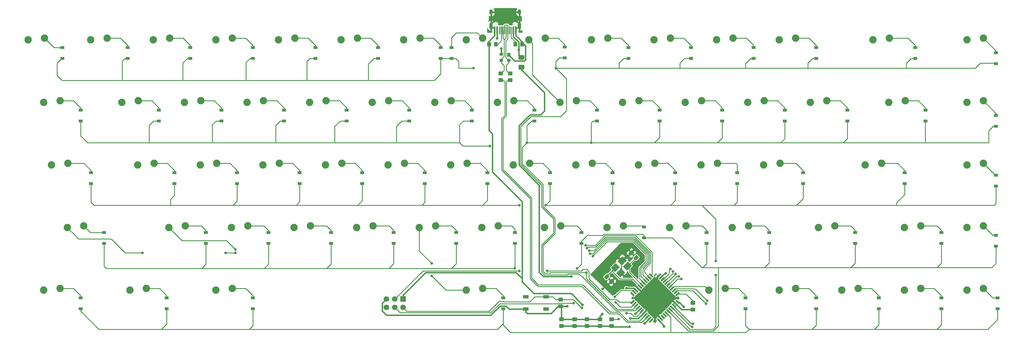
<source format=gbl>
G04 #@! TF.GenerationSoftware,KiCad,Pcbnew,(5.1.5-0-10_14)*
G04 #@! TF.CreationDate,2019-12-31T13:28:22+01:00*
G04 #@! TF.ProjectId,aek67,61656b36-372e-46b6-9963-61645f706362,rev?*
G04 #@! TF.SameCoordinates,Original*
G04 #@! TF.FileFunction,Copper,L2,Bot*
G04 #@! TF.FilePolarity,Positive*
%FSLAX46Y46*%
G04 Gerber Fmt 4.6, Leading zero omitted, Abs format (unit mm)*
G04 Created by KiCad (PCBNEW (5.1.5-0-10_14)) date 2019-12-31 13:28:22*
%MOMM*%
%LPD*%
G04 APERTURE LIST*
%ADD10C,0.100000*%
%ADD11C,2.250000*%
%ADD12R,0.600000X2.450000*%
%ADD13R,0.300000X2.450000*%
%ADD14O,1.000000X2.100000*%
%ADD15O,1.000000X1.600000*%
%ADD16R,1.000000X0.900000*%
%ADD17R,1.000000X1.200000*%
%ADD18R,1.800000X1.100000*%
%ADD19R,1.700000X1.700000*%
%ADD20C,1.700000*%
%ADD21R,1.200000X0.900000*%
%ADD22C,0.800000*%
%ADD23C,0.381000*%
%ADD24C,0.250000*%
%ADD25C,0.254000*%
%ADD26C,0.127000*%
G04 APERTURE END LIST*
G04 #@! TA.AperFunction,SMDPad,CuDef*
D10*
G36*
X205724505Y-112701204D02*
G01*
X205748773Y-112704804D01*
X205772572Y-112710765D01*
X205795671Y-112719030D01*
X205817850Y-112729520D01*
X205838893Y-112742132D01*
X205858599Y-112756747D01*
X205876777Y-112773223D01*
X205893253Y-112791401D01*
X205907868Y-112811107D01*
X205920480Y-112832150D01*
X205930970Y-112854329D01*
X205939235Y-112877428D01*
X205945196Y-112901227D01*
X205948796Y-112925495D01*
X205950000Y-112949999D01*
X205950000Y-113600001D01*
X205948796Y-113624505D01*
X205945196Y-113648773D01*
X205939235Y-113672572D01*
X205930970Y-113695671D01*
X205920480Y-113717850D01*
X205907868Y-113738893D01*
X205893253Y-113758599D01*
X205876777Y-113776777D01*
X205858599Y-113793253D01*
X205838893Y-113807868D01*
X205817850Y-113820480D01*
X205795671Y-113830970D01*
X205772572Y-113839235D01*
X205748773Y-113845196D01*
X205724505Y-113848796D01*
X205700001Y-113850000D01*
X204799999Y-113850000D01*
X204775495Y-113848796D01*
X204751227Y-113845196D01*
X204727428Y-113839235D01*
X204704329Y-113830970D01*
X204682150Y-113820480D01*
X204661107Y-113807868D01*
X204641401Y-113793253D01*
X204623223Y-113776777D01*
X204606747Y-113758599D01*
X204592132Y-113738893D01*
X204579520Y-113717850D01*
X204569030Y-113695671D01*
X204560765Y-113672572D01*
X204554804Y-113648773D01*
X204551204Y-113624505D01*
X204550000Y-113600001D01*
X204550000Y-112949999D01*
X204551204Y-112925495D01*
X204554804Y-112901227D01*
X204560765Y-112877428D01*
X204569030Y-112854329D01*
X204579520Y-112832150D01*
X204592132Y-112811107D01*
X204606747Y-112791401D01*
X204623223Y-112773223D01*
X204641401Y-112756747D01*
X204661107Y-112742132D01*
X204682150Y-112729520D01*
X204704329Y-112719030D01*
X204727428Y-112710765D01*
X204751227Y-112704804D01*
X204775495Y-112701204D01*
X204799999Y-112700000D01*
X205700001Y-112700000D01*
X205724505Y-112701204D01*
G37*
G04 #@! TD.AperFunction*
G04 #@! TA.AperFunction,SMDPad,CuDef*
G36*
X205724505Y-110651204D02*
G01*
X205748773Y-110654804D01*
X205772572Y-110660765D01*
X205795671Y-110669030D01*
X205817850Y-110679520D01*
X205838893Y-110692132D01*
X205858599Y-110706747D01*
X205876777Y-110723223D01*
X205893253Y-110741401D01*
X205907868Y-110761107D01*
X205920480Y-110782150D01*
X205930970Y-110804329D01*
X205939235Y-110827428D01*
X205945196Y-110851227D01*
X205948796Y-110875495D01*
X205950000Y-110899999D01*
X205950000Y-111550001D01*
X205948796Y-111574505D01*
X205945196Y-111598773D01*
X205939235Y-111622572D01*
X205930970Y-111645671D01*
X205920480Y-111667850D01*
X205907868Y-111688893D01*
X205893253Y-111708599D01*
X205876777Y-111726777D01*
X205858599Y-111743253D01*
X205838893Y-111757868D01*
X205817850Y-111770480D01*
X205795671Y-111780970D01*
X205772572Y-111789235D01*
X205748773Y-111795196D01*
X205724505Y-111798796D01*
X205700001Y-111800000D01*
X204799999Y-111800000D01*
X204775495Y-111798796D01*
X204751227Y-111795196D01*
X204727428Y-111789235D01*
X204704329Y-111780970D01*
X204682150Y-111770480D01*
X204661107Y-111757868D01*
X204641401Y-111743253D01*
X204623223Y-111726777D01*
X204606747Y-111708599D01*
X204592132Y-111688893D01*
X204579520Y-111667850D01*
X204569030Y-111645671D01*
X204560765Y-111622572D01*
X204554804Y-111598773D01*
X204551204Y-111574505D01*
X204550000Y-111550001D01*
X204550000Y-110899999D01*
X204551204Y-110875495D01*
X204554804Y-110851227D01*
X204560765Y-110827428D01*
X204569030Y-110804329D01*
X204579520Y-110782150D01*
X204592132Y-110761107D01*
X204606747Y-110741401D01*
X204623223Y-110723223D01*
X204641401Y-110706747D01*
X204661107Y-110692132D01*
X204682150Y-110679520D01*
X204704329Y-110669030D01*
X204727428Y-110660765D01*
X204751227Y-110654804D01*
X204775495Y-110651204D01*
X204799999Y-110650000D01*
X205700001Y-110650000D01*
X205724505Y-110651204D01*
G37*
G04 #@! TD.AperFunction*
G04 #@! TA.AperFunction,SMDPad,CuDef*
G36*
X205337676Y-98927980D02*
G01*
X205361944Y-98931580D01*
X205385743Y-98937541D01*
X205408842Y-98945806D01*
X205431021Y-98956296D01*
X205452064Y-98968908D01*
X205471770Y-98983523D01*
X205489948Y-98999999D01*
X205949569Y-99459620D01*
X205966045Y-99477798D01*
X205980660Y-99497504D01*
X205993272Y-99518547D01*
X206003762Y-99540726D01*
X206012027Y-99563825D01*
X206017988Y-99587624D01*
X206021588Y-99611892D01*
X206022792Y-99636396D01*
X206021588Y-99660900D01*
X206017988Y-99685168D01*
X206012027Y-99708967D01*
X206003762Y-99732066D01*
X205993272Y-99754245D01*
X205980660Y-99775288D01*
X205966045Y-99794994D01*
X205949569Y-99813172D01*
X205313172Y-100449569D01*
X205294994Y-100466045D01*
X205275288Y-100480660D01*
X205254245Y-100493272D01*
X205232066Y-100503762D01*
X205208967Y-100512027D01*
X205185168Y-100517988D01*
X205160900Y-100521588D01*
X205136396Y-100522792D01*
X205111892Y-100521588D01*
X205087624Y-100517988D01*
X205063825Y-100512027D01*
X205040726Y-100503762D01*
X205018547Y-100493272D01*
X204997504Y-100480660D01*
X204977798Y-100466045D01*
X204959620Y-100449569D01*
X204499999Y-99989948D01*
X204483523Y-99971770D01*
X204468908Y-99952064D01*
X204456296Y-99931021D01*
X204445806Y-99908842D01*
X204437541Y-99885743D01*
X204431580Y-99861944D01*
X204427980Y-99837676D01*
X204426776Y-99813172D01*
X204427980Y-99788668D01*
X204431580Y-99764400D01*
X204437541Y-99740601D01*
X204445806Y-99717502D01*
X204456296Y-99695323D01*
X204468908Y-99674280D01*
X204483523Y-99654574D01*
X204499999Y-99636396D01*
X205136396Y-98999999D01*
X205154574Y-98983523D01*
X205174280Y-98968908D01*
X205195323Y-98956296D01*
X205217502Y-98945806D01*
X205240601Y-98937541D01*
X205264400Y-98931580D01*
X205288668Y-98927980D01*
X205313172Y-98926776D01*
X205337676Y-98927980D01*
G37*
G04 #@! TD.AperFunction*
G04 #@! TA.AperFunction,SMDPad,CuDef*
G36*
X203888108Y-97478412D02*
G01*
X203912376Y-97482012D01*
X203936175Y-97487973D01*
X203959274Y-97496238D01*
X203981453Y-97506728D01*
X204002496Y-97519340D01*
X204022202Y-97533955D01*
X204040380Y-97550431D01*
X204500001Y-98010052D01*
X204516477Y-98028230D01*
X204531092Y-98047936D01*
X204543704Y-98068979D01*
X204554194Y-98091158D01*
X204562459Y-98114257D01*
X204568420Y-98138056D01*
X204572020Y-98162324D01*
X204573224Y-98186828D01*
X204572020Y-98211332D01*
X204568420Y-98235600D01*
X204562459Y-98259399D01*
X204554194Y-98282498D01*
X204543704Y-98304677D01*
X204531092Y-98325720D01*
X204516477Y-98345426D01*
X204500001Y-98363604D01*
X203863604Y-99000001D01*
X203845426Y-99016477D01*
X203825720Y-99031092D01*
X203804677Y-99043704D01*
X203782498Y-99054194D01*
X203759399Y-99062459D01*
X203735600Y-99068420D01*
X203711332Y-99072020D01*
X203686828Y-99073224D01*
X203662324Y-99072020D01*
X203638056Y-99068420D01*
X203614257Y-99062459D01*
X203591158Y-99054194D01*
X203568979Y-99043704D01*
X203547936Y-99031092D01*
X203528230Y-99016477D01*
X203510052Y-99000001D01*
X203050431Y-98540380D01*
X203033955Y-98522202D01*
X203019340Y-98502496D01*
X203006728Y-98481453D01*
X202996238Y-98459274D01*
X202987973Y-98436175D01*
X202982012Y-98412376D01*
X202978412Y-98388108D01*
X202977208Y-98363604D01*
X202978412Y-98339100D01*
X202982012Y-98314832D01*
X202987973Y-98291033D01*
X202996238Y-98267934D01*
X203006728Y-98245755D01*
X203019340Y-98224712D01*
X203033955Y-98205006D01*
X203050431Y-98186828D01*
X203686828Y-97550431D01*
X203705006Y-97533955D01*
X203724712Y-97519340D01*
X203745755Y-97506728D01*
X203767934Y-97496238D01*
X203791033Y-97487973D01*
X203814832Y-97482012D01*
X203839100Y-97478412D01*
X203863604Y-97477208D01*
X203888108Y-97478412D01*
G37*
G04 #@! TD.AperFunction*
G04 #@! TA.AperFunction,SMDPad,CuDef*
G36*
X211388108Y-90228412D02*
G01*
X211412376Y-90232012D01*
X211436175Y-90237973D01*
X211459274Y-90246238D01*
X211481453Y-90256728D01*
X211502496Y-90269340D01*
X211522202Y-90283955D01*
X211540380Y-90300431D01*
X212000001Y-90760052D01*
X212016477Y-90778230D01*
X212031092Y-90797936D01*
X212043704Y-90818979D01*
X212054194Y-90841158D01*
X212062459Y-90864257D01*
X212068420Y-90888056D01*
X212072020Y-90912324D01*
X212073224Y-90936828D01*
X212072020Y-90961332D01*
X212068420Y-90985600D01*
X212062459Y-91009399D01*
X212054194Y-91032498D01*
X212043704Y-91054677D01*
X212031092Y-91075720D01*
X212016477Y-91095426D01*
X212000001Y-91113604D01*
X211363604Y-91750001D01*
X211345426Y-91766477D01*
X211325720Y-91781092D01*
X211304677Y-91793704D01*
X211282498Y-91804194D01*
X211259399Y-91812459D01*
X211235600Y-91818420D01*
X211211332Y-91822020D01*
X211186828Y-91823224D01*
X211162324Y-91822020D01*
X211138056Y-91818420D01*
X211114257Y-91812459D01*
X211091158Y-91804194D01*
X211068979Y-91793704D01*
X211047936Y-91781092D01*
X211028230Y-91766477D01*
X211010052Y-91750001D01*
X210550431Y-91290380D01*
X210533955Y-91272202D01*
X210519340Y-91252496D01*
X210506728Y-91231453D01*
X210496238Y-91209274D01*
X210487973Y-91186175D01*
X210482012Y-91162376D01*
X210478412Y-91138108D01*
X210477208Y-91113604D01*
X210478412Y-91089100D01*
X210482012Y-91064832D01*
X210487973Y-91041033D01*
X210496238Y-91017934D01*
X210506728Y-90995755D01*
X210519340Y-90974712D01*
X210533955Y-90955006D01*
X210550431Y-90936828D01*
X211186828Y-90300431D01*
X211205006Y-90283955D01*
X211224712Y-90269340D01*
X211245755Y-90256728D01*
X211267934Y-90246238D01*
X211291033Y-90237973D01*
X211314832Y-90232012D01*
X211339100Y-90228412D01*
X211363604Y-90227208D01*
X211388108Y-90228412D01*
G37*
G04 #@! TD.AperFunction*
G04 #@! TA.AperFunction,SMDPad,CuDef*
G36*
X212837676Y-91677980D02*
G01*
X212861944Y-91681580D01*
X212885743Y-91687541D01*
X212908842Y-91695806D01*
X212931021Y-91706296D01*
X212952064Y-91718908D01*
X212971770Y-91733523D01*
X212989948Y-91749999D01*
X213449569Y-92209620D01*
X213466045Y-92227798D01*
X213480660Y-92247504D01*
X213493272Y-92268547D01*
X213503762Y-92290726D01*
X213512027Y-92313825D01*
X213517988Y-92337624D01*
X213521588Y-92361892D01*
X213522792Y-92386396D01*
X213521588Y-92410900D01*
X213517988Y-92435168D01*
X213512027Y-92458967D01*
X213503762Y-92482066D01*
X213493272Y-92504245D01*
X213480660Y-92525288D01*
X213466045Y-92544994D01*
X213449569Y-92563172D01*
X212813172Y-93199569D01*
X212794994Y-93216045D01*
X212775288Y-93230660D01*
X212754245Y-93243272D01*
X212732066Y-93253762D01*
X212708967Y-93262027D01*
X212685168Y-93267988D01*
X212660900Y-93271588D01*
X212636396Y-93272792D01*
X212611892Y-93271588D01*
X212587624Y-93267988D01*
X212563825Y-93262027D01*
X212540726Y-93253762D01*
X212518547Y-93243272D01*
X212497504Y-93230660D01*
X212477798Y-93216045D01*
X212459620Y-93199569D01*
X211999999Y-92739948D01*
X211983523Y-92721770D01*
X211968908Y-92702064D01*
X211956296Y-92681021D01*
X211945806Y-92658842D01*
X211937541Y-92635743D01*
X211931580Y-92611944D01*
X211927980Y-92587676D01*
X211926776Y-92563172D01*
X211927980Y-92538668D01*
X211931580Y-92514400D01*
X211937541Y-92490601D01*
X211945806Y-92467502D01*
X211956296Y-92445323D01*
X211968908Y-92424280D01*
X211983523Y-92404574D01*
X211999999Y-92386396D01*
X212636396Y-91749999D01*
X212654574Y-91733523D01*
X212674280Y-91718908D01*
X212695323Y-91706296D01*
X212717502Y-91695806D01*
X212740601Y-91687541D01*
X212764400Y-91681580D01*
X212788668Y-91677980D01*
X212813172Y-91676776D01*
X212837676Y-91677980D01*
G37*
G04 #@! TD.AperFunction*
G04 #@! TA.AperFunction,SMDPad,CuDef*
G36*
X202224505Y-112701204D02*
G01*
X202248773Y-112704804D01*
X202272572Y-112710765D01*
X202295671Y-112719030D01*
X202317850Y-112729520D01*
X202338893Y-112742132D01*
X202358599Y-112756747D01*
X202376777Y-112773223D01*
X202393253Y-112791401D01*
X202407868Y-112811107D01*
X202420480Y-112832150D01*
X202430970Y-112854329D01*
X202439235Y-112877428D01*
X202445196Y-112901227D01*
X202448796Y-112925495D01*
X202450000Y-112949999D01*
X202450000Y-113600001D01*
X202448796Y-113624505D01*
X202445196Y-113648773D01*
X202439235Y-113672572D01*
X202430970Y-113695671D01*
X202420480Y-113717850D01*
X202407868Y-113738893D01*
X202393253Y-113758599D01*
X202376777Y-113776777D01*
X202358599Y-113793253D01*
X202338893Y-113807868D01*
X202317850Y-113820480D01*
X202295671Y-113830970D01*
X202272572Y-113839235D01*
X202248773Y-113845196D01*
X202224505Y-113848796D01*
X202200001Y-113850000D01*
X201299999Y-113850000D01*
X201275495Y-113848796D01*
X201251227Y-113845196D01*
X201227428Y-113839235D01*
X201204329Y-113830970D01*
X201182150Y-113820480D01*
X201161107Y-113807868D01*
X201141401Y-113793253D01*
X201123223Y-113776777D01*
X201106747Y-113758599D01*
X201092132Y-113738893D01*
X201079520Y-113717850D01*
X201069030Y-113695671D01*
X201060765Y-113672572D01*
X201054804Y-113648773D01*
X201051204Y-113624505D01*
X201050000Y-113600001D01*
X201050000Y-112949999D01*
X201051204Y-112925495D01*
X201054804Y-112901227D01*
X201060765Y-112877428D01*
X201069030Y-112854329D01*
X201079520Y-112832150D01*
X201092132Y-112811107D01*
X201106747Y-112791401D01*
X201123223Y-112773223D01*
X201141401Y-112756747D01*
X201161107Y-112742132D01*
X201182150Y-112729520D01*
X201204329Y-112719030D01*
X201227428Y-112710765D01*
X201251227Y-112704804D01*
X201275495Y-112701204D01*
X201299999Y-112700000D01*
X202200001Y-112700000D01*
X202224505Y-112701204D01*
G37*
G04 #@! TD.AperFunction*
G04 #@! TA.AperFunction,SMDPad,CuDef*
G36*
X202224505Y-110651204D02*
G01*
X202248773Y-110654804D01*
X202272572Y-110660765D01*
X202295671Y-110669030D01*
X202317850Y-110679520D01*
X202338893Y-110692132D01*
X202358599Y-110706747D01*
X202376777Y-110723223D01*
X202393253Y-110741401D01*
X202407868Y-110761107D01*
X202420480Y-110782150D01*
X202430970Y-110804329D01*
X202439235Y-110827428D01*
X202445196Y-110851227D01*
X202448796Y-110875495D01*
X202450000Y-110899999D01*
X202450000Y-111550001D01*
X202448796Y-111574505D01*
X202445196Y-111598773D01*
X202439235Y-111622572D01*
X202430970Y-111645671D01*
X202420480Y-111667850D01*
X202407868Y-111688893D01*
X202393253Y-111708599D01*
X202376777Y-111726777D01*
X202358599Y-111743253D01*
X202338893Y-111757868D01*
X202317850Y-111770480D01*
X202295671Y-111780970D01*
X202272572Y-111789235D01*
X202248773Y-111795196D01*
X202224505Y-111798796D01*
X202200001Y-111800000D01*
X201299999Y-111800000D01*
X201275495Y-111798796D01*
X201251227Y-111795196D01*
X201227428Y-111789235D01*
X201204329Y-111780970D01*
X201182150Y-111770480D01*
X201161107Y-111757868D01*
X201141401Y-111743253D01*
X201123223Y-111726777D01*
X201106747Y-111708599D01*
X201092132Y-111688893D01*
X201079520Y-111667850D01*
X201069030Y-111645671D01*
X201060765Y-111622572D01*
X201054804Y-111598773D01*
X201051204Y-111574505D01*
X201050000Y-111550001D01*
X201050000Y-110899999D01*
X201051204Y-110875495D01*
X201054804Y-110851227D01*
X201060765Y-110827428D01*
X201069030Y-110804329D01*
X201079520Y-110782150D01*
X201092132Y-110761107D01*
X201106747Y-110741401D01*
X201123223Y-110723223D01*
X201141401Y-110706747D01*
X201161107Y-110692132D01*
X201182150Y-110679520D01*
X201204329Y-110669030D01*
X201227428Y-110660765D01*
X201251227Y-110654804D01*
X201275495Y-110651204D01*
X201299999Y-110650000D01*
X202200001Y-110650000D01*
X202224505Y-110651204D01*
G37*
G04 #@! TD.AperFunction*
G04 #@! TA.AperFunction,SMDPad,CuDef*
G36*
X194474505Y-112701204D02*
G01*
X194498773Y-112704804D01*
X194522572Y-112710765D01*
X194545671Y-112719030D01*
X194567850Y-112729520D01*
X194588893Y-112742132D01*
X194608599Y-112756747D01*
X194626777Y-112773223D01*
X194643253Y-112791401D01*
X194657868Y-112811107D01*
X194670480Y-112832150D01*
X194680970Y-112854329D01*
X194689235Y-112877428D01*
X194695196Y-112901227D01*
X194698796Y-112925495D01*
X194700000Y-112949999D01*
X194700000Y-113600001D01*
X194698796Y-113624505D01*
X194695196Y-113648773D01*
X194689235Y-113672572D01*
X194680970Y-113695671D01*
X194670480Y-113717850D01*
X194657868Y-113738893D01*
X194643253Y-113758599D01*
X194626777Y-113776777D01*
X194608599Y-113793253D01*
X194588893Y-113807868D01*
X194567850Y-113820480D01*
X194545671Y-113830970D01*
X194522572Y-113839235D01*
X194498773Y-113845196D01*
X194474505Y-113848796D01*
X194450001Y-113850000D01*
X193549999Y-113850000D01*
X193525495Y-113848796D01*
X193501227Y-113845196D01*
X193477428Y-113839235D01*
X193454329Y-113830970D01*
X193432150Y-113820480D01*
X193411107Y-113807868D01*
X193391401Y-113793253D01*
X193373223Y-113776777D01*
X193356747Y-113758599D01*
X193342132Y-113738893D01*
X193329520Y-113717850D01*
X193319030Y-113695671D01*
X193310765Y-113672572D01*
X193304804Y-113648773D01*
X193301204Y-113624505D01*
X193300000Y-113600001D01*
X193300000Y-112949999D01*
X193301204Y-112925495D01*
X193304804Y-112901227D01*
X193310765Y-112877428D01*
X193319030Y-112854329D01*
X193329520Y-112832150D01*
X193342132Y-112811107D01*
X193356747Y-112791401D01*
X193373223Y-112773223D01*
X193391401Y-112756747D01*
X193411107Y-112742132D01*
X193432150Y-112729520D01*
X193454329Y-112719030D01*
X193477428Y-112710765D01*
X193501227Y-112704804D01*
X193525495Y-112701204D01*
X193549999Y-112700000D01*
X194450001Y-112700000D01*
X194474505Y-112701204D01*
G37*
G04 #@! TD.AperFunction*
G04 #@! TA.AperFunction,SMDPad,CuDef*
G36*
X194474505Y-110651204D02*
G01*
X194498773Y-110654804D01*
X194522572Y-110660765D01*
X194545671Y-110669030D01*
X194567850Y-110679520D01*
X194588893Y-110692132D01*
X194608599Y-110706747D01*
X194626777Y-110723223D01*
X194643253Y-110741401D01*
X194657868Y-110761107D01*
X194670480Y-110782150D01*
X194680970Y-110804329D01*
X194689235Y-110827428D01*
X194695196Y-110851227D01*
X194698796Y-110875495D01*
X194700000Y-110899999D01*
X194700000Y-111550001D01*
X194698796Y-111574505D01*
X194695196Y-111598773D01*
X194689235Y-111622572D01*
X194680970Y-111645671D01*
X194670480Y-111667850D01*
X194657868Y-111688893D01*
X194643253Y-111708599D01*
X194626777Y-111726777D01*
X194608599Y-111743253D01*
X194588893Y-111757868D01*
X194567850Y-111770480D01*
X194545671Y-111780970D01*
X194522572Y-111789235D01*
X194498773Y-111795196D01*
X194474505Y-111798796D01*
X194450001Y-111800000D01*
X193549999Y-111800000D01*
X193525495Y-111798796D01*
X193501227Y-111795196D01*
X193477428Y-111789235D01*
X193454329Y-111780970D01*
X193432150Y-111770480D01*
X193411107Y-111757868D01*
X193391401Y-111743253D01*
X193373223Y-111726777D01*
X193356747Y-111708599D01*
X193342132Y-111688893D01*
X193329520Y-111667850D01*
X193319030Y-111645671D01*
X193310765Y-111622572D01*
X193304804Y-111598773D01*
X193301204Y-111574505D01*
X193300000Y-111550001D01*
X193300000Y-110899999D01*
X193301204Y-110875495D01*
X193304804Y-110851227D01*
X193310765Y-110827428D01*
X193319030Y-110804329D01*
X193329520Y-110782150D01*
X193342132Y-110761107D01*
X193356747Y-110741401D01*
X193373223Y-110723223D01*
X193391401Y-110706747D01*
X193411107Y-110692132D01*
X193432150Y-110679520D01*
X193454329Y-110669030D01*
X193477428Y-110660765D01*
X193501227Y-110654804D01*
X193525495Y-110651204D01*
X193549999Y-110650000D01*
X194450001Y-110650000D01*
X194474505Y-110651204D01*
G37*
G04 #@! TD.AperFunction*
G04 #@! TA.AperFunction,SMDPad,CuDef*
G36*
X198224505Y-112701204D02*
G01*
X198248773Y-112704804D01*
X198272572Y-112710765D01*
X198295671Y-112719030D01*
X198317850Y-112729520D01*
X198338893Y-112742132D01*
X198358599Y-112756747D01*
X198376777Y-112773223D01*
X198393253Y-112791401D01*
X198407868Y-112811107D01*
X198420480Y-112832150D01*
X198430970Y-112854329D01*
X198439235Y-112877428D01*
X198445196Y-112901227D01*
X198448796Y-112925495D01*
X198450000Y-112949999D01*
X198450000Y-113600001D01*
X198448796Y-113624505D01*
X198445196Y-113648773D01*
X198439235Y-113672572D01*
X198430970Y-113695671D01*
X198420480Y-113717850D01*
X198407868Y-113738893D01*
X198393253Y-113758599D01*
X198376777Y-113776777D01*
X198358599Y-113793253D01*
X198338893Y-113807868D01*
X198317850Y-113820480D01*
X198295671Y-113830970D01*
X198272572Y-113839235D01*
X198248773Y-113845196D01*
X198224505Y-113848796D01*
X198200001Y-113850000D01*
X197299999Y-113850000D01*
X197275495Y-113848796D01*
X197251227Y-113845196D01*
X197227428Y-113839235D01*
X197204329Y-113830970D01*
X197182150Y-113820480D01*
X197161107Y-113807868D01*
X197141401Y-113793253D01*
X197123223Y-113776777D01*
X197106747Y-113758599D01*
X197092132Y-113738893D01*
X197079520Y-113717850D01*
X197069030Y-113695671D01*
X197060765Y-113672572D01*
X197054804Y-113648773D01*
X197051204Y-113624505D01*
X197050000Y-113600001D01*
X197050000Y-112949999D01*
X197051204Y-112925495D01*
X197054804Y-112901227D01*
X197060765Y-112877428D01*
X197069030Y-112854329D01*
X197079520Y-112832150D01*
X197092132Y-112811107D01*
X197106747Y-112791401D01*
X197123223Y-112773223D01*
X197141401Y-112756747D01*
X197161107Y-112742132D01*
X197182150Y-112729520D01*
X197204329Y-112719030D01*
X197227428Y-112710765D01*
X197251227Y-112704804D01*
X197275495Y-112701204D01*
X197299999Y-112700000D01*
X198200001Y-112700000D01*
X198224505Y-112701204D01*
G37*
G04 #@! TD.AperFunction*
G04 #@! TA.AperFunction,SMDPad,CuDef*
G36*
X198224505Y-110651204D02*
G01*
X198248773Y-110654804D01*
X198272572Y-110660765D01*
X198295671Y-110669030D01*
X198317850Y-110679520D01*
X198338893Y-110692132D01*
X198358599Y-110706747D01*
X198376777Y-110723223D01*
X198393253Y-110741401D01*
X198407868Y-110761107D01*
X198420480Y-110782150D01*
X198430970Y-110804329D01*
X198439235Y-110827428D01*
X198445196Y-110851227D01*
X198448796Y-110875495D01*
X198450000Y-110899999D01*
X198450000Y-111550001D01*
X198448796Y-111574505D01*
X198445196Y-111598773D01*
X198439235Y-111622572D01*
X198430970Y-111645671D01*
X198420480Y-111667850D01*
X198407868Y-111688893D01*
X198393253Y-111708599D01*
X198376777Y-111726777D01*
X198358599Y-111743253D01*
X198338893Y-111757868D01*
X198317850Y-111770480D01*
X198295671Y-111780970D01*
X198272572Y-111789235D01*
X198248773Y-111795196D01*
X198224505Y-111798796D01*
X198200001Y-111800000D01*
X197299999Y-111800000D01*
X197275495Y-111798796D01*
X197251227Y-111795196D01*
X197227428Y-111789235D01*
X197204329Y-111780970D01*
X197182150Y-111770480D01*
X197161107Y-111757868D01*
X197141401Y-111743253D01*
X197123223Y-111726777D01*
X197106747Y-111708599D01*
X197092132Y-111688893D01*
X197079520Y-111667850D01*
X197069030Y-111645671D01*
X197060765Y-111622572D01*
X197054804Y-111598773D01*
X197051204Y-111574505D01*
X197050000Y-111550001D01*
X197050000Y-110899999D01*
X197051204Y-110875495D01*
X197054804Y-110851227D01*
X197060765Y-110827428D01*
X197069030Y-110804329D01*
X197079520Y-110782150D01*
X197092132Y-110761107D01*
X197106747Y-110741401D01*
X197123223Y-110723223D01*
X197141401Y-110706747D01*
X197161107Y-110692132D01*
X197182150Y-110679520D01*
X197204329Y-110669030D01*
X197227428Y-110660765D01*
X197251227Y-110654804D01*
X197275495Y-110651204D01*
X197299999Y-110650000D01*
X198200001Y-110650000D01*
X198224505Y-110651204D01*
G37*
G04 #@! TD.AperFunction*
G04 #@! TA.AperFunction,SMDPad,CuDef*
G36*
X190474505Y-112701204D02*
G01*
X190498773Y-112704804D01*
X190522572Y-112710765D01*
X190545671Y-112719030D01*
X190567850Y-112729520D01*
X190588893Y-112742132D01*
X190608599Y-112756747D01*
X190626777Y-112773223D01*
X190643253Y-112791401D01*
X190657868Y-112811107D01*
X190670480Y-112832150D01*
X190680970Y-112854329D01*
X190689235Y-112877428D01*
X190695196Y-112901227D01*
X190698796Y-112925495D01*
X190700000Y-112949999D01*
X190700000Y-113600001D01*
X190698796Y-113624505D01*
X190695196Y-113648773D01*
X190689235Y-113672572D01*
X190680970Y-113695671D01*
X190670480Y-113717850D01*
X190657868Y-113738893D01*
X190643253Y-113758599D01*
X190626777Y-113776777D01*
X190608599Y-113793253D01*
X190588893Y-113807868D01*
X190567850Y-113820480D01*
X190545671Y-113830970D01*
X190522572Y-113839235D01*
X190498773Y-113845196D01*
X190474505Y-113848796D01*
X190450001Y-113850000D01*
X189549999Y-113850000D01*
X189525495Y-113848796D01*
X189501227Y-113845196D01*
X189477428Y-113839235D01*
X189454329Y-113830970D01*
X189432150Y-113820480D01*
X189411107Y-113807868D01*
X189391401Y-113793253D01*
X189373223Y-113776777D01*
X189356747Y-113758599D01*
X189342132Y-113738893D01*
X189329520Y-113717850D01*
X189319030Y-113695671D01*
X189310765Y-113672572D01*
X189304804Y-113648773D01*
X189301204Y-113624505D01*
X189300000Y-113600001D01*
X189300000Y-112949999D01*
X189301204Y-112925495D01*
X189304804Y-112901227D01*
X189310765Y-112877428D01*
X189319030Y-112854329D01*
X189329520Y-112832150D01*
X189342132Y-112811107D01*
X189356747Y-112791401D01*
X189373223Y-112773223D01*
X189391401Y-112756747D01*
X189411107Y-112742132D01*
X189432150Y-112729520D01*
X189454329Y-112719030D01*
X189477428Y-112710765D01*
X189501227Y-112704804D01*
X189525495Y-112701204D01*
X189549999Y-112700000D01*
X190450001Y-112700000D01*
X190474505Y-112701204D01*
G37*
G04 #@! TD.AperFunction*
G04 #@! TA.AperFunction,SMDPad,CuDef*
G36*
X190474505Y-110651204D02*
G01*
X190498773Y-110654804D01*
X190522572Y-110660765D01*
X190545671Y-110669030D01*
X190567850Y-110679520D01*
X190588893Y-110692132D01*
X190608599Y-110706747D01*
X190626777Y-110723223D01*
X190643253Y-110741401D01*
X190657868Y-110761107D01*
X190670480Y-110782150D01*
X190680970Y-110804329D01*
X190689235Y-110827428D01*
X190695196Y-110851227D01*
X190698796Y-110875495D01*
X190700000Y-110899999D01*
X190700000Y-111550001D01*
X190698796Y-111574505D01*
X190695196Y-111598773D01*
X190689235Y-111622572D01*
X190680970Y-111645671D01*
X190670480Y-111667850D01*
X190657868Y-111688893D01*
X190643253Y-111708599D01*
X190626777Y-111726777D01*
X190608599Y-111743253D01*
X190588893Y-111757868D01*
X190567850Y-111770480D01*
X190545671Y-111780970D01*
X190522572Y-111789235D01*
X190498773Y-111795196D01*
X190474505Y-111798796D01*
X190450001Y-111800000D01*
X189549999Y-111800000D01*
X189525495Y-111798796D01*
X189501227Y-111795196D01*
X189477428Y-111789235D01*
X189454329Y-111780970D01*
X189432150Y-111770480D01*
X189411107Y-111757868D01*
X189391401Y-111743253D01*
X189373223Y-111726777D01*
X189356747Y-111708599D01*
X189342132Y-111688893D01*
X189329520Y-111667850D01*
X189319030Y-111645671D01*
X189310765Y-111622572D01*
X189304804Y-111598773D01*
X189301204Y-111574505D01*
X189300000Y-111550001D01*
X189300000Y-110899999D01*
X189301204Y-110875495D01*
X189304804Y-110851227D01*
X189310765Y-110827428D01*
X189319030Y-110804329D01*
X189329520Y-110782150D01*
X189342132Y-110761107D01*
X189356747Y-110741401D01*
X189373223Y-110723223D01*
X189391401Y-110706747D01*
X189411107Y-110692132D01*
X189432150Y-110679520D01*
X189454329Y-110669030D01*
X189477428Y-110660765D01*
X189501227Y-110654804D01*
X189525495Y-110651204D01*
X189549999Y-110650000D01*
X190450001Y-110650000D01*
X190474505Y-110651204D01*
G37*
G04 #@! TD.AperFunction*
D11*
X161012500Y-102362500D03*
X166012500Y-101862500D03*
D12*
X176125000Y-23295000D03*
X169675000Y-23295000D03*
X175350000Y-23295000D03*
X170450000Y-23295000D03*
D13*
X171150000Y-23295000D03*
X174650000Y-23295000D03*
X171650000Y-23295000D03*
X174150000Y-23295000D03*
X172150000Y-23295000D03*
X173650000Y-23295000D03*
X173150000Y-23295000D03*
X172650000Y-23295000D03*
D14*
X168580000Y-21880000D03*
X177220000Y-21880000D03*
D15*
X168580000Y-17700000D03*
X177220000Y-17700000D03*
D11*
X289600000Y-45212500D03*
X294600000Y-44712500D03*
G04 #@! TA.AperFunction,SMDPad,CuDef*
D10*
G36*
X208568198Y-92032664D02*
G01*
X209840990Y-93305456D01*
X208356066Y-94790380D01*
X207083274Y-93517588D01*
X208568198Y-92032664D01*
G37*
G04 #@! TD.AperFunction*
G04 #@! TA.AperFunction,SMDPad,CuDef*
G36*
X206517588Y-94083274D02*
G01*
X207790380Y-95356066D01*
X206305456Y-96840990D01*
X205032664Y-95568198D01*
X206517588Y-94083274D01*
G37*
G04 #@! TD.AperFunction*
G04 #@! TA.AperFunction,SMDPad,CuDef*
G36*
X208143934Y-95709620D02*
G01*
X209416726Y-96982412D01*
X207931802Y-98467336D01*
X206659010Y-97194544D01*
X208143934Y-95709620D01*
G37*
G04 #@! TD.AperFunction*
G04 #@! TA.AperFunction,SMDPad,CuDef*
G36*
X210194544Y-93659010D02*
G01*
X211467336Y-94931802D01*
X209982412Y-96416726D01*
X208709620Y-95143934D01*
X210194544Y-93659010D01*
G37*
G04 #@! TD.AperFunction*
G04 #@! TA.AperFunction,SMDPad,CuDef*
G36*
X218977298Y-111273060D02*
G01*
X219366206Y-110884152D01*
X220426866Y-111944812D01*
X220037958Y-112333720D01*
X218977298Y-111273060D01*
G37*
G04 #@! TD.AperFunction*
G04 #@! TA.AperFunction,SMDPad,CuDef*
G36*
X219542983Y-110707374D02*
G01*
X219931891Y-110318466D01*
X220992551Y-111379126D01*
X220603643Y-111768034D01*
X219542983Y-110707374D01*
G37*
G04 #@! TD.AperFunction*
G04 #@! TA.AperFunction,SMDPad,CuDef*
G36*
X220108668Y-110141689D02*
G01*
X220497576Y-109752781D01*
X221558236Y-110813441D01*
X221169328Y-111202349D01*
X220108668Y-110141689D01*
G37*
G04 #@! TD.AperFunction*
G04 #@! TA.AperFunction,SMDPad,CuDef*
G36*
X220674354Y-109576004D02*
G01*
X221063262Y-109187096D01*
X222123922Y-110247756D01*
X221735014Y-110636664D01*
X220674354Y-109576004D01*
G37*
G04 #@! TD.AperFunction*
G04 #@! TA.AperFunction,SMDPad,CuDef*
G36*
X221240039Y-109010318D02*
G01*
X221628947Y-108621410D01*
X222689607Y-109682070D01*
X222300699Y-110070978D01*
X221240039Y-109010318D01*
G37*
G04 #@! TD.AperFunction*
G04 #@! TA.AperFunction,SMDPad,CuDef*
G36*
X221805725Y-108444633D02*
G01*
X222194633Y-108055725D01*
X223255293Y-109116385D01*
X222866385Y-109505293D01*
X221805725Y-108444633D01*
G37*
G04 #@! TD.AperFunction*
G04 #@! TA.AperFunction,SMDPad,CuDef*
G36*
X222371410Y-107878947D02*
G01*
X222760318Y-107490039D01*
X223820978Y-108550699D01*
X223432070Y-108939607D01*
X222371410Y-107878947D01*
G37*
G04 #@! TD.AperFunction*
G04 #@! TA.AperFunction,SMDPad,CuDef*
G36*
X222937096Y-107313262D02*
G01*
X223326004Y-106924354D01*
X224386664Y-107985014D01*
X223997756Y-108373922D01*
X222937096Y-107313262D01*
G37*
G04 #@! TD.AperFunction*
G04 #@! TA.AperFunction,SMDPad,CuDef*
G36*
X223502781Y-106747576D02*
G01*
X223891689Y-106358668D01*
X224952349Y-107419328D01*
X224563441Y-107808236D01*
X223502781Y-106747576D01*
G37*
G04 #@! TD.AperFunction*
G04 #@! TA.AperFunction,SMDPad,CuDef*
G36*
X224068466Y-106181891D02*
G01*
X224457374Y-105792983D01*
X225518034Y-106853643D01*
X225129126Y-107242551D01*
X224068466Y-106181891D01*
G37*
G04 #@! TD.AperFunction*
G04 #@! TA.AperFunction,SMDPad,CuDef*
G36*
X224634152Y-105616206D02*
G01*
X225023060Y-105227298D01*
X226083720Y-106287958D01*
X225694812Y-106676866D01*
X224634152Y-105616206D01*
G37*
G04 #@! TD.AperFunction*
G04 #@! TA.AperFunction,SMDPad,CuDef*
G36*
X225023060Y-104272702D02*
G01*
X224634152Y-103883794D01*
X225694812Y-102823134D01*
X226083720Y-103212042D01*
X225023060Y-104272702D01*
G37*
G04 #@! TD.AperFunction*
G04 #@! TA.AperFunction,SMDPad,CuDef*
G36*
X224457374Y-103707017D02*
G01*
X224068466Y-103318109D01*
X225129126Y-102257449D01*
X225518034Y-102646357D01*
X224457374Y-103707017D01*
G37*
G04 #@! TD.AperFunction*
G04 #@! TA.AperFunction,SMDPad,CuDef*
G36*
X223891689Y-103141332D02*
G01*
X223502781Y-102752424D01*
X224563441Y-101691764D01*
X224952349Y-102080672D01*
X223891689Y-103141332D01*
G37*
G04 #@! TD.AperFunction*
G04 #@! TA.AperFunction,SMDPad,CuDef*
G36*
X223326004Y-102575646D02*
G01*
X222937096Y-102186738D01*
X223997756Y-101126078D01*
X224386664Y-101514986D01*
X223326004Y-102575646D01*
G37*
G04 #@! TD.AperFunction*
G04 #@! TA.AperFunction,SMDPad,CuDef*
G36*
X222760318Y-102009961D02*
G01*
X222371410Y-101621053D01*
X223432070Y-100560393D01*
X223820978Y-100949301D01*
X222760318Y-102009961D01*
G37*
G04 #@! TD.AperFunction*
G04 #@! TA.AperFunction,SMDPad,CuDef*
G36*
X222194633Y-101444275D02*
G01*
X221805725Y-101055367D01*
X222866385Y-99994707D01*
X223255293Y-100383615D01*
X222194633Y-101444275D01*
G37*
G04 #@! TD.AperFunction*
G04 #@! TA.AperFunction,SMDPad,CuDef*
G36*
X221628947Y-100878590D02*
G01*
X221240039Y-100489682D01*
X222300699Y-99429022D01*
X222689607Y-99817930D01*
X221628947Y-100878590D01*
G37*
G04 #@! TD.AperFunction*
G04 #@! TA.AperFunction,SMDPad,CuDef*
G36*
X221063262Y-100312904D02*
G01*
X220674354Y-99923996D01*
X221735014Y-98863336D01*
X222123922Y-99252244D01*
X221063262Y-100312904D01*
G37*
G04 #@! TD.AperFunction*
G04 #@! TA.AperFunction,SMDPad,CuDef*
G36*
X220497576Y-99747219D02*
G01*
X220108668Y-99358311D01*
X221169328Y-98297651D01*
X221558236Y-98686559D01*
X220497576Y-99747219D01*
G37*
G04 #@! TD.AperFunction*
G04 #@! TA.AperFunction,SMDPad,CuDef*
G36*
X219931891Y-99181534D02*
G01*
X219542983Y-98792626D01*
X220603643Y-97731966D01*
X220992551Y-98120874D01*
X219931891Y-99181534D01*
G37*
G04 #@! TD.AperFunction*
G04 #@! TA.AperFunction,SMDPad,CuDef*
G36*
X219366206Y-98615848D02*
G01*
X218977298Y-98226940D01*
X220037958Y-97166280D01*
X220426866Y-97555188D01*
X219366206Y-98615848D01*
G37*
G04 #@! TD.AperFunction*
G04 #@! TA.AperFunction,SMDPad,CuDef*
G36*
X216573134Y-97555188D02*
G01*
X216962042Y-97166280D01*
X218022702Y-98226940D01*
X217633794Y-98615848D01*
X216573134Y-97555188D01*
G37*
G04 #@! TD.AperFunction*
G04 #@! TA.AperFunction,SMDPad,CuDef*
G36*
X216007449Y-98120874D02*
G01*
X216396357Y-97731966D01*
X217457017Y-98792626D01*
X217068109Y-99181534D01*
X216007449Y-98120874D01*
G37*
G04 #@! TD.AperFunction*
G04 #@! TA.AperFunction,SMDPad,CuDef*
G36*
X215441764Y-98686559D02*
G01*
X215830672Y-98297651D01*
X216891332Y-99358311D01*
X216502424Y-99747219D01*
X215441764Y-98686559D01*
G37*
G04 #@! TD.AperFunction*
G04 #@! TA.AperFunction,SMDPad,CuDef*
G36*
X214876078Y-99252244D02*
G01*
X215264986Y-98863336D01*
X216325646Y-99923996D01*
X215936738Y-100312904D01*
X214876078Y-99252244D01*
G37*
G04 #@! TD.AperFunction*
G04 #@! TA.AperFunction,SMDPad,CuDef*
G36*
X214310393Y-99817930D02*
G01*
X214699301Y-99429022D01*
X215759961Y-100489682D01*
X215371053Y-100878590D01*
X214310393Y-99817930D01*
G37*
G04 #@! TD.AperFunction*
G04 #@! TA.AperFunction,SMDPad,CuDef*
G36*
X213744707Y-100383615D02*
G01*
X214133615Y-99994707D01*
X215194275Y-101055367D01*
X214805367Y-101444275D01*
X213744707Y-100383615D01*
G37*
G04 #@! TD.AperFunction*
G04 #@! TA.AperFunction,SMDPad,CuDef*
G36*
X213179022Y-100949301D02*
G01*
X213567930Y-100560393D01*
X214628590Y-101621053D01*
X214239682Y-102009961D01*
X213179022Y-100949301D01*
G37*
G04 #@! TD.AperFunction*
G04 #@! TA.AperFunction,SMDPad,CuDef*
G36*
X212613336Y-101514986D02*
G01*
X213002244Y-101126078D01*
X214062904Y-102186738D01*
X213673996Y-102575646D01*
X212613336Y-101514986D01*
G37*
G04 #@! TD.AperFunction*
G04 #@! TA.AperFunction,SMDPad,CuDef*
G36*
X212047651Y-102080672D02*
G01*
X212436559Y-101691764D01*
X213497219Y-102752424D01*
X213108311Y-103141332D01*
X212047651Y-102080672D01*
G37*
G04 #@! TD.AperFunction*
G04 #@! TA.AperFunction,SMDPad,CuDef*
G36*
X211481966Y-102646357D02*
G01*
X211870874Y-102257449D01*
X212931534Y-103318109D01*
X212542626Y-103707017D01*
X211481966Y-102646357D01*
G37*
G04 #@! TD.AperFunction*
G04 #@! TA.AperFunction,SMDPad,CuDef*
G36*
X210916280Y-103212042D02*
G01*
X211305188Y-102823134D01*
X212365848Y-103883794D01*
X211976940Y-104272702D01*
X210916280Y-103212042D01*
G37*
G04 #@! TD.AperFunction*
G04 #@! TA.AperFunction,SMDPad,CuDef*
G36*
X211305188Y-106676866D02*
G01*
X210916280Y-106287958D01*
X211976940Y-105227298D01*
X212365848Y-105616206D01*
X211305188Y-106676866D01*
G37*
G04 #@! TD.AperFunction*
G04 #@! TA.AperFunction,SMDPad,CuDef*
G36*
X211870874Y-107242551D02*
G01*
X211481966Y-106853643D01*
X212542626Y-105792983D01*
X212931534Y-106181891D01*
X211870874Y-107242551D01*
G37*
G04 #@! TD.AperFunction*
G04 #@! TA.AperFunction,SMDPad,CuDef*
G36*
X212436559Y-107808236D02*
G01*
X212047651Y-107419328D01*
X213108311Y-106358668D01*
X213497219Y-106747576D01*
X212436559Y-107808236D01*
G37*
G04 #@! TD.AperFunction*
G04 #@! TA.AperFunction,SMDPad,CuDef*
G36*
X213002244Y-108373922D02*
G01*
X212613336Y-107985014D01*
X213673996Y-106924354D01*
X214062904Y-107313262D01*
X213002244Y-108373922D01*
G37*
G04 #@! TD.AperFunction*
G04 #@! TA.AperFunction,SMDPad,CuDef*
G36*
X213567930Y-108939607D02*
G01*
X213179022Y-108550699D01*
X214239682Y-107490039D01*
X214628590Y-107878947D01*
X213567930Y-108939607D01*
G37*
G04 #@! TD.AperFunction*
G04 #@! TA.AperFunction,SMDPad,CuDef*
G36*
X214133615Y-109505293D02*
G01*
X213744707Y-109116385D01*
X214805367Y-108055725D01*
X215194275Y-108444633D01*
X214133615Y-109505293D01*
G37*
G04 #@! TD.AperFunction*
G04 #@! TA.AperFunction,SMDPad,CuDef*
G36*
X214699301Y-110070978D02*
G01*
X214310393Y-109682070D01*
X215371053Y-108621410D01*
X215759961Y-109010318D01*
X214699301Y-110070978D01*
G37*
G04 #@! TD.AperFunction*
G04 #@! TA.AperFunction,SMDPad,CuDef*
G36*
X215264986Y-110636664D02*
G01*
X214876078Y-110247756D01*
X215936738Y-109187096D01*
X216325646Y-109576004D01*
X215264986Y-110636664D01*
G37*
G04 #@! TD.AperFunction*
G04 #@! TA.AperFunction,SMDPad,CuDef*
G36*
X215830672Y-111202349D02*
G01*
X215441764Y-110813441D01*
X216502424Y-109752781D01*
X216891332Y-110141689D01*
X215830672Y-111202349D01*
G37*
G04 #@! TD.AperFunction*
G04 #@! TA.AperFunction,SMDPad,CuDef*
G36*
X216396357Y-111768034D02*
G01*
X216007449Y-111379126D01*
X217068109Y-110318466D01*
X217457017Y-110707374D01*
X216396357Y-111768034D01*
G37*
G04 #@! TD.AperFunction*
G04 #@! TA.AperFunction,SMDPad,CuDef*
G36*
X216962042Y-112333720D02*
G01*
X216573134Y-111944812D01*
X217633794Y-110884152D01*
X218022702Y-111273060D01*
X216962042Y-112333720D01*
G37*
G04 #@! TD.AperFunction*
D16*
X171650000Y-32450000D03*
X173950000Y-32450000D03*
X171650000Y-30550000D03*
D17*
X173950000Y-30750000D03*
D18*
X185350000Y-108100000D03*
X179150000Y-104400000D03*
X185350000Y-104400000D03*
X179150000Y-108100000D03*
G04 #@! TA.AperFunction,SMDPad,CuDef*
D10*
G36*
X230474505Y-105651204D02*
G01*
X230498773Y-105654804D01*
X230522572Y-105660765D01*
X230545671Y-105669030D01*
X230567850Y-105679520D01*
X230588893Y-105692132D01*
X230608599Y-105706747D01*
X230626777Y-105723223D01*
X230643253Y-105741401D01*
X230657868Y-105761107D01*
X230670480Y-105782150D01*
X230680970Y-105804329D01*
X230689235Y-105827428D01*
X230695196Y-105851227D01*
X230698796Y-105875495D01*
X230700000Y-105899999D01*
X230700000Y-106550001D01*
X230698796Y-106574505D01*
X230695196Y-106598773D01*
X230689235Y-106622572D01*
X230680970Y-106645671D01*
X230670480Y-106667850D01*
X230657868Y-106688893D01*
X230643253Y-106708599D01*
X230626777Y-106726777D01*
X230608599Y-106743253D01*
X230588893Y-106757868D01*
X230567850Y-106770480D01*
X230545671Y-106780970D01*
X230522572Y-106789235D01*
X230498773Y-106795196D01*
X230474505Y-106798796D01*
X230450001Y-106800000D01*
X229549999Y-106800000D01*
X229525495Y-106798796D01*
X229501227Y-106795196D01*
X229477428Y-106789235D01*
X229454329Y-106780970D01*
X229432150Y-106770480D01*
X229411107Y-106757868D01*
X229391401Y-106743253D01*
X229373223Y-106726777D01*
X229356747Y-106708599D01*
X229342132Y-106688893D01*
X229329520Y-106667850D01*
X229319030Y-106645671D01*
X229310765Y-106622572D01*
X229304804Y-106598773D01*
X229301204Y-106574505D01*
X229300000Y-106550001D01*
X229300000Y-105899999D01*
X229301204Y-105875495D01*
X229304804Y-105851227D01*
X229310765Y-105827428D01*
X229319030Y-105804329D01*
X229329520Y-105782150D01*
X229342132Y-105761107D01*
X229356747Y-105741401D01*
X229373223Y-105723223D01*
X229391401Y-105706747D01*
X229411107Y-105692132D01*
X229432150Y-105679520D01*
X229454329Y-105669030D01*
X229477428Y-105660765D01*
X229501227Y-105654804D01*
X229525495Y-105651204D01*
X229549999Y-105650000D01*
X230450001Y-105650000D01*
X230474505Y-105651204D01*
G37*
G04 #@! TD.AperFunction*
G04 #@! TA.AperFunction,SMDPad,CuDef*
G36*
X230474505Y-107701204D02*
G01*
X230498773Y-107704804D01*
X230522572Y-107710765D01*
X230545671Y-107719030D01*
X230567850Y-107729520D01*
X230588893Y-107742132D01*
X230608599Y-107756747D01*
X230626777Y-107773223D01*
X230643253Y-107791401D01*
X230657868Y-107811107D01*
X230670480Y-107832150D01*
X230680970Y-107854329D01*
X230689235Y-107877428D01*
X230695196Y-107901227D01*
X230698796Y-107925495D01*
X230700000Y-107949999D01*
X230700000Y-108600001D01*
X230698796Y-108624505D01*
X230695196Y-108648773D01*
X230689235Y-108672572D01*
X230680970Y-108695671D01*
X230670480Y-108717850D01*
X230657868Y-108738893D01*
X230643253Y-108758599D01*
X230626777Y-108776777D01*
X230608599Y-108793253D01*
X230588893Y-108807868D01*
X230567850Y-108820480D01*
X230545671Y-108830970D01*
X230522572Y-108839235D01*
X230498773Y-108845196D01*
X230474505Y-108848796D01*
X230450001Y-108850000D01*
X229549999Y-108850000D01*
X229525495Y-108848796D01*
X229501227Y-108845196D01*
X229477428Y-108839235D01*
X229454329Y-108830970D01*
X229432150Y-108820480D01*
X229411107Y-108807868D01*
X229391401Y-108793253D01*
X229373223Y-108776777D01*
X229356747Y-108758599D01*
X229342132Y-108738893D01*
X229329520Y-108717850D01*
X229319030Y-108695671D01*
X229310765Y-108672572D01*
X229304804Y-108648773D01*
X229301204Y-108624505D01*
X229300000Y-108600001D01*
X229300000Y-107949999D01*
X229301204Y-107925495D01*
X229304804Y-107901227D01*
X229310765Y-107877428D01*
X229319030Y-107854329D01*
X229329520Y-107832150D01*
X229342132Y-107811107D01*
X229356747Y-107791401D01*
X229373223Y-107773223D01*
X229391401Y-107756747D01*
X229411107Y-107742132D01*
X229432150Y-107729520D01*
X229454329Y-107719030D01*
X229477428Y-107710765D01*
X229501227Y-107704804D01*
X229525495Y-107701204D01*
X229549999Y-107700000D01*
X230450001Y-107700000D01*
X230474505Y-107701204D01*
G37*
G04 #@! TD.AperFunction*
G04 #@! TA.AperFunction,SMDPad,CuDef*
G36*
X171974505Y-35801204D02*
G01*
X171998773Y-35804804D01*
X172022572Y-35810765D01*
X172045671Y-35819030D01*
X172067850Y-35829520D01*
X172088893Y-35842132D01*
X172108599Y-35856747D01*
X172126777Y-35873223D01*
X172143253Y-35891401D01*
X172157868Y-35911107D01*
X172170480Y-35932150D01*
X172180970Y-35954329D01*
X172189235Y-35977428D01*
X172195196Y-36001227D01*
X172198796Y-36025495D01*
X172200000Y-36049999D01*
X172200000Y-36700001D01*
X172198796Y-36724505D01*
X172195196Y-36748773D01*
X172189235Y-36772572D01*
X172180970Y-36795671D01*
X172170480Y-36817850D01*
X172157868Y-36838893D01*
X172143253Y-36858599D01*
X172126777Y-36876777D01*
X172108599Y-36893253D01*
X172088893Y-36907868D01*
X172067850Y-36920480D01*
X172045671Y-36930970D01*
X172022572Y-36939235D01*
X171998773Y-36945196D01*
X171974505Y-36948796D01*
X171950001Y-36950000D01*
X171049999Y-36950000D01*
X171025495Y-36948796D01*
X171001227Y-36945196D01*
X170977428Y-36939235D01*
X170954329Y-36930970D01*
X170932150Y-36920480D01*
X170911107Y-36907868D01*
X170891401Y-36893253D01*
X170873223Y-36876777D01*
X170856747Y-36858599D01*
X170842132Y-36838893D01*
X170829520Y-36817850D01*
X170819030Y-36795671D01*
X170810765Y-36772572D01*
X170804804Y-36748773D01*
X170801204Y-36724505D01*
X170800000Y-36700001D01*
X170800000Y-36049999D01*
X170801204Y-36025495D01*
X170804804Y-36001227D01*
X170810765Y-35977428D01*
X170819030Y-35954329D01*
X170829520Y-35932150D01*
X170842132Y-35911107D01*
X170856747Y-35891401D01*
X170873223Y-35873223D01*
X170891401Y-35856747D01*
X170911107Y-35842132D01*
X170932150Y-35829520D01*
X170954329Y-35819030D01*
X170977428Y-35810765D01*
X171001227Y-35804804D01*
X171025495Y-35801204D01*
X171049999Y-35800000D01*
X171950001Y-35800000D01*
X171974505Y-35801204D01*
G37*
G04 #@! TD.AperFunction*
G04 #@! TA.AperFunction,SMDPad,CuDef*
G36*
X171974505Y-37851204D02*
G01*
X171998773Y-37854804D01*
X172022572Y-37860765D01*
X172045671Y-37869030D01*
X172067850Y-37879520D01*
X172088893Y-37892132D01*
X172108599Y-37906747D01*
X172126777Y-37923223D01*
X172143253Y-37941401D01*
X172157868Y-37961107D01*
X172170480Y-37982150D01*
X172180970Y-38004329D01*
X172189235Y-38027428D01*
X172195196Y-38051227D01*
X172198796Y-38075495D01*
X172200000Y-38099999D01*
X172200000Y-38750001D01*
X172198796Y-38774505D01*
X172195196Y-38798773D01*
X172189235Y-38822572D01*
X172180970Y-38845671D01*
X172170480Y-38867850D01*
X172157868Y-38888893D01*
X172143253Y-38908599D01*
X172126777Y-38926777D01*
X172108599Y-38943253D01*
X172088893Y-38957868D01*
X172067850Y-38970480D01*
X172045671Y-38980970D01*
X172022572Y-38989235D01*
X171998773Y-38995196D01*
X171974505Y-38998796D01*
X171950001Y-39000000D01*
X171049999Y-39000000D01*
X171025495Y-38998796D01*
X171001227Y-38995196D01*
X170977428Y-38989235D01*
X170954329Y-38980970D01*
X170932150Y-38970480D01*
X170911107Y-38957868D01*
X170891401Y-38943253D01*
X170873223Y-38926777D01*
X170856747Y-38908599D01*
X170842132Y-38888893D01*
X170829520Y-38867850D01*
X170819030Y-38845671D01*
X170810765Y-38822572D01*
X170804804Y-38798773D01*
X170801204Y-38774505D01*
X170800000Y-38750001D01*
X170800000Y-38099999D01*
X170801204Y-38075495D01*
X170804804Y-38051227D01*
X170810765Y-38027428D01*
X170819030Y-38004329D01*
X170829520Y-37982150D01*
X170842132Y-37961107D01*
X170856747Y-37941401D01*
X170873223Y-37923223D01*
X170891401Y-37906747D01*
X170911107Y-37892132D01*
X170932150Y-37879520D01*
X170954329Y-37869030D01*
X170977428Y-37860765D01*
X171001227Y-37854804D01*
X171025495Y-37851204D01*
X171049999Y-37850000D01*
X171950001Y-37850000D01*
X171974505Y-37851204D01*
G37*
G04 #@! TD.AperFunction*
G04 #@! TA.AperFunction,SMDPad,CuDef*
G36*
X174874505Y-35801204D02*
G01*
X174898773Y-35804804D01*
X174922572Y-35810765D01*
X174945671Y-35819030D01*
X174967850Y-35829520D01*
X174988893Y-35842132D01*
X175008599Y-35856747D01*
X175026777Y-35873223D01*
X175043253Y-35891401D01*
X175057868Y-35911107D01*
X175070480Y-35932150D01*
X175080970Y-35954329D01*
X175089235Y-35977428D01*
X175095196Y-36001227D01*
X175098796Y-36025495D01*
X175100000Y-36049999D01*
X175100000Y-36700001D01*
X175098796Y-36724505D01*
X175095196Y-36748773D01*
X175089235Y-36772572D01*
X175080970Y-36795671D01*
X175070480Y-36817850D01*
X175057868Y-36838893D01*
X175043253Y-36858599D01*
X175026777Y-36876777D01*
X175008599Y-36893253D01*
X174988893Y-36907868D01*
X174967850Y-36920480D01*
X174945671Y-36930970D01*
X174922572Y-36939235D01*
X174898773Y-36945196D01*
X174874505Y-36948796D01*
X174850001Y-36950000D01*
X173949999Y-36950000D01*
X173925495Y-36948796D01*
X173901227Y-36945196D01*
X173877428Y-36939235D01*
X173854329Y-36930970D01*
X173832150Y-36920480D01*
X173811107Y-36907868D01*
X173791401Y-36893253D01*
X173773223Y-36876777D01*
X173756747Y-36858599D01*
X173742132Y-36838893D01*
X173729520Y-36817850D01*
X173719030Y-36795671D01*
X173710765Y-36772572D01*
X173704804Y-36748773D01*
X173701204Y-36724505D01*
X173700000Y-36700001D01*
X173700000Y-36049999D01*
X173701204Y-36025495D01*
X173704804Y-36001227D01*
X173710765Y-35977428D01*
X173719030Y-35954329D01*
X173729520Y-35932150D01*
X173742132Y-35911107D01*
X173756747Y-35891401D01*
X173773223Y-35873223D01*
X173791401Y-35856747D01*
X173811107Y-35842132D01*
X173832150Y-35829520D01*
X173854329Y-35819030D01*
X173877428Y-35810765D01*
X173901227Y-35804804D01*
X173925495Y-35801204D01*
X173949999Y-35800000D01*
X174850001Y-35800000D01*
X174874505Y-35801204D01*
G37*
G04 #@! TD.AperFunction*
G04 #@! TA.AperFunction,SMDPad,CuDef*
G36*
X174874505Y-37851204D02*
G01*
X174898773Y-37854804D01*
X174922572Y-37860765D01*
X174945671Y-37869030D01*
X174967850Y-37879520D01*
X174988893Y-37892132D01*
X175008599Y-37906747D01*
X175026777Y-37923223D01*
X175043253Y-37941401D01*
X175057868Y-37961107D01*
X175070480Y-37982150D01*
X175080970Y-38004329D01*
X175089235Y-38027428D01*
X175095196Y-38051227D01*
X175098796Y-38075495D01*
X175100000Y-38099999D01*
X175100000Y-38750001D01*
X175098796Y-38774505D01*
X175095196Y-38798773D01*
X175089235Y-38822572D01*
X175080970Y-38845671D01*
X175070480Y-38867850D01*
X175057868Y-38888893D01*
X175043253Y-38908599D01*
X175026777Y-38926777D01*
X175008599Y-38943253D01*
X174988893Y-38957868D01*
X174967850Y-38970480D01*
X174945671Y-38980970D01*
X174922572Y-38989235D01*
X174898773Y-38995196D01*
X174874505Y-38998796D01*
X174850001Y-39000000D01*
X173949999Y-39000000D01*
X173925495Y-38998796D01*
X173901227Y-38995196D01*
X173877428Y-38989235D01*
X173854329Y-38980970D01*
X173832150Y-38970480D01*
X173811107Y-38957868D01*
X173791401Y-38943253D01*
X173773223Y-38926777D01*
X173756747Y-38908599D01*
X173742132Y-38888893D01*
X173729520Y-38867850D01*
X173719030Y-38845671D01*
X173710765Y-38822572D01*
X173704804Y-38798773D01*
X173701204Y-38774505D01*
X173700000Y-38750001D01*
X173700000Y-38099999D01*
X173701204Y-38075495D01*
X173704804Y-38051227D01*
X173710765Y-38027428D01*
X173719030Y-38004329D01*
X173729520Y-37982150D01*
X173742132Y-37961107D01*
X173756747Y-37941401D01*
X173773223Y-37923223D01*
X173791401Y-37906747D01*
X173811107Y-37892132D01*
X173832150Y-37879520D01*
X173854329Y-37869030D01*
X173877428Y-37860765D01*
X173901227Y-37854804D01*
X173925495Y-37851204D01*
X173949999Y-37850000D01*
X174850001Y-37850000D01*
X174874505Y-37851204D01*
G37*
G04 #@! TD.AperFunction*
G04 #@! TA.AperFunction,SMDPad,CuDef*
G36*
X190224505Y-106701204D02*
G01*
X190248773Y-106704804D01*
X190272572Y-106710765D01*
X190295671Y-106719030D01*
X190317850Y-106729520D01*
X190338893Y-106742132D01*
X190358599Y-106756747D01*
X190376777Y-106773223D01*
X190393253Y-106791401D01*
X190407868Y-106811107D01*
X190420480Y-106832150D01*
X190430970Y-106854329D01*
X190439235Y-106877428D01*
X190445196Y-106901227D01*
X190448796Y-106925495D01*
X190450000Y-106949999D01*
X190450000Y-107600001D01*
X190448796Y-107624505D01*
X190445196Y-107648773D01*
X190439235Y-107672572D01*
X190430970Y-107695671D01*
X190420480Y-107717850D01*
X190407868Y-107738893D01*
X190393253Y-107758599D01*
X190376777Y-107776777D01*
X190358599Y-107793253D01*
X190338893Y-107807868D01*
X190317850Y-107820480D01*
X190295671Y-107830970D01*
X190272572Y-107839235D01*
X190248773Y-107845196D01*
X190224505Y-107848796D01*
X190200001Y-107850000D01*
X189299999Y-107850000D01*
X189275495Y-107848796D01*
X189251227Y-107845196D01*
X189227428Y-107839235D01*
X189204329Y-107830970D01*
X189182150Y-107820480D01*
X189161107Y-107807868D01*
X189141401Y-107793253D01*
X189123223Y-107776777D01*
X189106747Y-107758599D01*
X189092132Y-107738893D01*
X189079520Y-107717850D01*
X189069030Y-107695671D01*
X189060765Y-107672572D01*
X189054804Y-107648773D01*
X189051204Y-107624505D01*
X189050000Y-107600001D01*
X189050000Y-106949999D01*
X189051204Y-106925495D01*
X189054804Y-106901227D01*
X189060765Y-106877428D01*
X189069030Y-106854329D01*
X189079520Y-106832150D01*
X189092132Y-106811107D01*
X189106747Y-106791401D01*
X189123223Y-106773223D01*
X189141401Y-106756747D01*
X189161107Y-106742132D01*
X189182150Y-106729520D01*
X189204329Y-106719030D01*
X189227428Y-106710765D01*
X189251227Y-106704804D01*
X189275495Y-106701204D01*
X189299999Y-106700000D01*
X190200001Y-106700000D01*
X190224505Y-106701204D01*
G37*
G04 #@! TD.AperFunction*
G04 #@! TA.AperFunction,SMDPad,CuDef*
G36*
X190224505Y-104651204D02*
G01*
X190248773Y-104654804D01*
X190272572Y-104660765D01*
X190295671Y-104669030D01*
X190317850Y-104679520D01*
X190338893Y-104692132D01*
X190358599Y-104706747D01*
X190376777Y-104723223D01*
X190393253Y-104741401D01*
X190407868Y-104761107D01*
X190420480Y-104782150D01*
X190430970Y-104804329D01*
X190439235Y-104827428D01*
X190445196Y-104851227D01*
X190448796Y-104875495D01*
X190450000Y-104899999D01*
X190450000Y-105550001D01*
X190448796Y-105574505D01*
X190445196Y-105598773D01*
X190439235Y-105622572D01*
X190430970Y-105645671D01*
X190420480Y-105667850D01*
X190407868Y-105688893D01*
X190393253Y-105708599D01*
X190376777Y-105726777D01*
X190358599Y-105743253D01*
X190338893Y-105757868D01*
X190317850Y-105770480D01*
X190295671Y-105780970D01*
X190272572Y-105789235D01*
X190248773Y-105795196D01*
X190224505Y-105798796D01*
X190200001Y-105800000D01*
X189299999Y-105800000D01*
X189275495Y-105798796D01*
X189251227Y-105795196D01*
X189227428Y-105789235D01*
X189204329Y-105780970D01*
X189182150Y-105770480D01*
X189161107Y-105757868D01*
X189141401Y-105743253D01*
X189123223Y-105726777D01*
X189106747Y-105708599D01*
X189092132Y-105688893D01*
X189079520Y-105667850D01*
X189069030Y-105645671D01*
X189060765Y-105622572D01*
X189054804Y-105598773D01*
X189051204Y-105574505D01*
X189050000Y-105550001D01*
X189050000Y-104899999D01*
X189051204Y-104875495D01*
X189054804Y-104851227D01*
X189060765Y-104827428D01*
X189069030Y-104804329D01*
X189079520Y-104782150D01*
X189092132Y-104761107D01*
X189106747Y-104741401D01*
X189123223Y-104723223D01*
X189141401Y-104706747D01*
X189161107Y-104692132D01*
X189182150Y-104679520D01*
X189204329Y-104669030D01*
X189227428Y-104660765D01*
X189251227Y-104654804D01*
X189275495Y-104651204D01*
X189299999Y-104650000D01*
X190200001Y-104650000D01*
X190224505Y-104651204D01*
G37*
G04 #@! TD.AperFunction*
G04 #@! TA.AperFunction,SMDPad,CuDef*
G36*
X168324505Y-26801204D02*
G01*
X168348773Y-26804804D01*
X168372572Y-26810765D01*
X168395671Y-26819030D01*
X168417850Y-26829520D01*
X168438893Y-26842132D01*
X168458599Y-26856747D01*
X168476777Y-26873223D01*
X168493253Y-26891401D01*
X168507868Y-26911107D01*
X168520480Y-26932150D01*
X168530970Y-26954329D01*
X168539235Y-26977428D01*
X168545196Y-27001227D01*
X168548796Y-27025495D01*
X168550000Y-27049999D01*
X168550000Y-27950001D01*
X168548796Y-27974505D01*
X168545196Y-27998773D01*
X168539235Y-28022572D01*
X168530970Y-28045671D01*
X168520480Y-28067850D01*
X168507868Y-28088893D01*
X168493253Y-28108599D01*
X168476777Y-28126777D01*
X168458599Y-28143253D01*
X168438893Y-28157868D01*
X168417850Y-28170480D01*
X168395671Y-28180970D01*
X168372572Y-28189235D01*
X168348773Y-28195196D01*
X168324505Y-28198796D01*
X168300001Y-28200000D01*
X167649999Y-28200000D01*
X167625495Y-28198796D01*
X167601227Y-28195196D01*
X167577428Y-28189235D01*
X167554329Y-28180970D01*
X167532150Y-28170480D01*
X167511107Y-28157868D01*
X167491401Y-28143253D01*
X167473223Y-28126777D01*
X167456747Y-28108599D01*
X167442132Y-28088893D01*
X167429520Y-28067850D01*
X167419030Y-28045671D01*
X167410765Y-28022572D01*
X167404804Y-27998773D01*
X167401204Y-27974505D01*
X167400000Y-27950001D01*
X167400000Y-27049999D01*
X167401204Y-27025495D01*
X167404804Y-27001227D01*
X167410765Y-26977428D01*
X167419030Y-26954329D01*
X167429520Y-26932150D01*
X167442132Y-26911107D01*
X167456747Y-26891401D01*
X167473223Y-26873223D01*
X167491401Y-26856747D01*
X167511107Y-26842132D01*
X167532150Y-26829520D01*
X167554329Y-26819030D01*
X167577428Y-26810765D01*
X167601227Y-26804804D01*
X167625495Y-26801204D01*
X167649999Y-26800000D01*
X168300001Y-26800000D01*
X168324505Y-26801204D01*
G37*
G04 #@! TD.AperFunction*
G04 #@! TA.AperFunction,SMDPad,CuDef*
G36*
X170374505Y-26801204D02*
G01*
X170398773Y-26804804D01*
X170422572Y-26810765D01*
X170445671Y-26819030D01*
X170467850Y-26829520D01*
X170488893Y-26842132D01*
X170508599Y-26856747D01*
X170526777Y-26873223D01*
X170543253Y-26891401D01*
X170557868Y-26911107D01*
X170570480Y-26932150D01*
X170580970Y-26954329D01*
X170589235Y-26977428D01*
X170595196Y-27001227D01*
X170598796Y-27025495D01*
X170600000Y-27049999D01*
X170600000Y-27950001D01*
X170598796Y-27974505D01*
X170595196Y-27998773D01*
X170589235Y-28022572D01*
X170580970Y-28045671D01*
X170570480Y-28067850D01*
X170557868Y-28088893D01*
X170543253Y-28108599D01*
X170526777Y-28126777D01*
X170508599Y-28143253D01*
X170488893Y-28157868D01*
X170467850Y-28170480D01*
X170445671Y-28180970D01*
X170422572Y-28189235D01*
X170398773Y-28195196D01*
X170374505Y-28198796D01*
X170350001Y-28200000D01*
X169699999Y-28200000D01*
X169675495Y-28198796D01*
X169651227Y-28195196D01*
X169627428Y-28189235D01*
X169604329Y-28180970D01*
X169582150Y-28170480D01*
X169561107Y-28157868D01*
X169541401Y-28143253D01*
X169523223Y-28126777D01*
X169506747Y-28108599D01*
X169492132Y-28088893D01*
X169479520Y-28067850D01*
X169469030Y-28045671D01*
X169460765Y-28022572D01*
X169454804Y-27998773D01*
X169451204Y-27974505D01*
X169450000Y-27950001D01*
X169450000Y-27049999D01*
X169451204Y-27025495D01*
X169454804Y-27001227D01*
X169460765Y-26977428D01*
X169469030Y-26954329D01*
X169479520Y-26932150D01*
X169492132Y-26911107D01*
X169506747Y-26891401D01*
X169523223Y-26873223D01*
X169541401Y-26856747D01*
X169561107Y-26842132D01*
X169582150Y-26829520D01*
X169604329Y-26819030D01*
X169627428Y-26810765D01*
X169651227Y-26804804D01*
X169675495Y-26801204D01*
X169699999Y-26800000D01*
X170350001Y-26800000D01*
X170374505Y-26801204D01*
G37*
G04 #@! TD.AperFunction*
G04 #@! TA.AperFunction,SMDPad,CuDef*
G36*
X176324505Y-26801204D02*
G01*
X176348773Y-26804804D01*
X176372572Y-26810765D01*
X176395671Y-26819030D01*
X176417850Y-26829520D01*
X176438893Y-26842132D01*
X176458599Y-26856747D01*
X176476777Y-26873223D01*
X176493253Y-26891401D01*
X176507868Y-26911107D01*
X176520480Y-26932150D01*
X176530970Y-26954329D01*
X176539235Y-26977428D01*
X176545196Y-27001227D01*
X176548796Y-27025495D01*
X176550000Y-27049999D01*
X176550000Y-27950001D01*
X176548796Y-27974505D01*
X176545196Y-27998773D01*
X176539235Y-28022572D01*
X176530970Y-28045671D01*
X176520480Y-28067850D01*
X176507868Y-28088893D01*
X176493253Y-28108599D01*
X176476777Y-28126777D01*
X176458599Y-28143253D01*
X176438893Y-28157868D01*
X176417850Y-28170480D01*
X176395671Y-28180970D01*
X176372572Y-28189235D01*
X176348773Y-28195196D01*
X176324505Y-28198796D01*
X176300001Y-28200000D01*
X175649999Y-28200000D01*
X175625495Y-28198796D01*
X175601227Y-28195196D01*
X175577428Y-28189235D01*
X175554329Y-28180970D01*
X175532150Y-28170480D01*
X175511107Y-28157868D01*
X175491401Y-28143253D01*
X175473223Y-28126777D01*
X175456747Y-28108599D01*
X175442132Y-28088893D01*
X175429520Y-28067850D01*
X175419030Y-28045671D01*
X175410765Y-28022572D01*
X175404804Y-27998773D01*
X175401204Y-27974505D01*
X175400000Y-27950001D01*
X175400000Y-27049999D01*
X175401204Y-27025495D01*
X175404804Y-27001227D01*
X175410765Y-26977428D01*
X175419030Y-26954329D01*
X175429520Y-26932150D01*
X175442132Y-26911107D01*
X175456747Y-26891401D01*
X175473223Y-26873223D01*
X175491401Y-26856747D01*
X175511107Y-26842132D01*
X175532150Y-26829520D01*
X175554329Y-26819030D01*
X175577428Y-26810765D01*
X175601227Y-26804804D01*
X175625495Y-26801204D01*
X175649999Y-26800000D01*
X176300001Y-26800000D01*
X176324505Y-26801204D01*
G37*
G04 #@! TD.AperFunction*
G04 #@! TA.AperFunction,SMDPad,CuDef*
G36*
X178374505Y-26801204D02*
G01*
X178398773Y-26804804D01*
X178422572Y-26810765D01*
X178445671Y-26819030D01*
X178467850Y-26829520D01*
X178488893Y-26842132D01*
X178508599Y-26856747D01*
X178526777Y-26873223D01*
X178543253Y-26891401D01*
X178557868Y-26911107D01*
X178570480Y-26932150D01*
X178580970Y-26954329D01*
X178589235Y-26977428D01*
X178595196Y-27001227D01*
X178598796Y-27025495D01*
X178600000Y-27049999D01*
X178600000Y-27950001D01*
X178598796Y-27974505D01*
X178595196Y-27998773D01*
X178589235Y-28022572D01*
X178580970Y-28045671D01*
X178570480Y-28067850D01*
X178557868Y-28088893D01*
X178543253Y-28108599D01*
X178526777Y-28126777D01*
X178508599Y-28143253D01*
X178488893Y-28157868D01*
X178467850Y-28170480D01*
X178445671Y-28180970D01*
X178422572Y-28189235D01*
X178398773Y-28195196D01*
X178374505Y-28198796D01*
X178350001Y-28200000D01*
X177699999Y-28200000D01*
X177675495Y-28198796D01*
X177651227Y-28195196D01*
X177627428Y-28189235D01*
X177604329Y-28180970D01*
X177582150Y-28170480D01*
X177561107Y-28157868D01*
X177541401Y-28143253D01*
X177523223Y-28126777D01*
X177506747Y-28108599D01*
X177492132Y-28088893D01*
X177479520Y-28067850D01*
X177469030Y-28045671D01*
X177460765Y-28022572D01*
X177454804Y-27998773D01*
X177451204Y-27974505D01*
X177450000Y-27950001D01*
X177450000Y-27049999D01*
X177451204Y-27025495D01*
X177454804Y-27001227D01*
X177460765Y-26977428D01*
X177469030Y-26954329D01*
X177479520Y-26932150D01*
X177492132Y-26911107D01*
X177506747Y-26891401D01*
X177523223Y-26873223D01*
X177541401Y-26856747D01*
X177561107Y-26842132D01*
X177582150Y-26829520D01*
X177604329Y-26819030D01*
X177627428Y-26810765D01*
X177651227Y-26804804D01*
X177675495Y-26801204D01*
X177699999Y-26800000D01*
X178350001Y-26800000D01*
X178374505Y-26801204D01*
G37*
G04 #@! TD.AperFunction*
D11*
X313412500Y-102362500D03*
X318412500Y-101862500D03*
X313412500Y-83312500D03*
X318412500Y-82812500D03*
X313412500Y-64262500D03*
X318412500Y-63762500D03*
X313412500Y-45212500D03*
X318412500Y-44712500D03*
X313412500Y-26162500D03*
X318412500Y-25662500D03*
X294362500Y-102362500D03*
X299362500Y-101862500D03*
X294362500Y-83312500D03*
X299362500Y-82812500D03*
X284837500Y-26162500D03*
X289837500Y-25662500D03*
X275312500Y-102362500D03*
X280312500Y-101862500D03*
X268168750Y-83312500D03*
X273168750Y-82812500D03*
X282456250Y-64262500D03*
X287456250Y-63762500D03*
X265787500Y-45212500D03*
X270787500Y-44712500D03*
X256262500Y-26162500D03*
X261262500Y-25662500D03*
X256262500Y-102362500D03*
X261262500Y-101862500D03*
X251500000Y-64262500D03*
X256500000Y-63762500D03*
X246737500Y-45212500D03*
X251737500Y-44712500D03*
X237212500Y-26162500D03*
X242212500Y-25662500D03*
X234831250Y-102362500D03*
X239831250Y-101862500D03*
X241975000Y-83312500D03*
X246975000Y-82812500D03*
X232450000Y-64262500D03*
X237450000Y-63762500D03*
X227687500Y-45212500D03*
X232687500Y-44712500D03*
X218162500Y-26162500D03*
X223162500Y-25662500D03*
X222925000Y-83312500D03*
X227925000Y-82812500D03*
X213400000Y-64262500D03*
X218400000Y-63762500D03*
X208637500Y-45212500D03*
X213637500Y-44712500D03*
X199112500Y-26162500D03*
X204112500Y-25662500D03*
X203875000Y-83312500D03*
X208875000Y-82812500D03*
X194350000Y-64262500D03*
X199350000Y-63762500D03*
X189587500Y-45212500D03*
X194587500Y-44712500D03*
X180062500Y-26162500D03*
X185062500Y-25662500D03*
X184825000Y-83312500D03*
X189825000Y-82812500D03*
X175300000Y-64262500D03*
X180300000Y-63762500D03*
X170537500Y-45212500D03*
X175537500Y-44712500D03*
X161012500Y-26162500D03*
X166012500Y-25662500D03*
X165775000Y-83312500D03*
X170775000Y-82812500D03*
X156250000Y-64262500D03*
X161250000Y-63762500D03*
X151487500Y-45212500D03*
X156487500Y-44712500D03*
X141962500Y-26162500D03*
X146962500Y-25662500D03*
X146725000Y-83312500D03*
X151725000Y-82812500D03*
X137200000Y-64262500D03*
X142200000Y-63762500D03*
X132437500Y-45212500D03*
X137437500Y-44712500D03*
X122912500Y-26162500D03*
X127912500Y-25662500D03*
X127675000Y-83312500D03*
X132675000Y-82812500D03*
X118150000Y-64262500D03*
X123150000Y-63762500D03*
X113387500Y-45212500D03*
X118387500Y-44712500D03*
X103862500Y-26162500D03*
X108862500Y-25662500D03*
X108625000Y-83312500D03*
X113625000Y-82812500D03*
X99100000Y-64262500D03*
X104100000Y-63762500D03*
X94337500Y-45212500D03*
X99337500Y-44712500D03*
X84812500Y-26162500D03*
X89812500Y-25662500D03*
X84812500Y-102362500D03*
X89812500Y-101862500D03*
X89575000Y-83312500D03*
X94575000Y-82812500D03*
X80050000Y-64262500D03*
X85050000Y-63762500D03*
X75287500Y-45212500D03*
X80287500Y-44712500D03*
X65762500Y-26162500D03*
X70762500Y-25662500D03*
X58618750Y-102362500D03*
X63618750Y-101862500D03*
X70525000Y-83312500D03*
X75525000Y-82812500D03*
X61000000Y-64262500D03*
X66000000Y-63762500D03*
X56237500Y-45212500D03*
X61237500Y-44712500D03*
X46712500Y-26162500D03*
X51712500Y-25662500D03*
X32425000Y-102362500D03*
X37425000Y-101862500D03*
X39568750Y-83312500D03*
X44568750Y-82812500D03*
X34806250Y-64262500D03*
X39806250Y-63762500D03*
X32425000Y-45212500D03*
X37425000Y-44712500D03*
X27662500Y-26162500D03*
X32662500Y-25662500D03*
D19*
X141790000Y-105092500D03*
D20*
X141790000Y-107632500D03*
X139250000Y-105092500D03*
X139250000Y-107632500D03*
X136710000Y-105092500D03*
X136710000Y-107632500D03*
G04 #@! TA.AperFunction,SMDPad,CuDef*
D10*
G36*
X178449504Y-30801204D02*
G01*
X178473773Y-30804804D01*
X178497571Y-30810765D01*
X178520671Y-30819030D01*
X178542849Y-30829520D01*
X178563893Y-30842133D01*
X178583598Y-30856747D01*
X178601777Y-30873223D01*
X178618253Y-30891402D01*
X178632867Y-30911107D01*
X178645480Y-30932151D01*
X178655970Y-30954329D01*
X178664235Y-30977429D01*
X178670196Y-31001227D01*
X178673796Y-31025496D01*
X178675000Y-31050000D01*
X178675000Y-31975000D01*
X178673796Y-31999504D01*
X178670196Y-32023773D01*
X178664235Y-32047571D01*
X178655970Y-32070671D01*
X178645480Y-32092849D01*
X178632867Y-32113893D01*
X178618253Y-32133598D01*
X178601777Y-32151777D01*
X178583598Y-32168253D01*
X178563893Y-32182867D01*
X178542849Y-32195480D01*
X178520671Y-32205970D01*
X178497571Y-32214235D01*
X178473773Y-32220196D01*
X178449504Y-32223796D01*
X178425000Y-32225000D01*
X177175000Y-32225000D01*
X177150496Y-32223796D01*
X177126227Y-32220196D01*
X177102429Y-32214235D01*
X177079329Y-32205970D01*
X177057151Y-32195480D01*
X177036107Y-32182867D01*
X177016402Y-32168253D01*
X176998223Y-32151777D01*
X176981747Y-32133598D01*
X176967133Y-32113893D01*
X176954520Y-32092849D01*
X176944030Y-32070671D01*
X176935765Y-32047571D01*
X176929804Y-32023773D01*
X176926204Y-31999504D01*
X176925000Y-31975000D01*
X176925000Y-31050000D01*
X176926204Y-31025496D01*
X176929804Y-31001227D01*
X176935765Y-30977429D01*
X176944030Y-30954329D01*
X176954520Y-30932151D01*
X176967133Y-30911107D01*
X176981747Y-30891402D01*
X176998223Y-30873223D01*
X177016402Y-30856747D01*
X177036107Y-30842133D01*
X177057151Y-30829520D01*
X177079329Y-30819030D01*
X177102429Y-30810765D01*
X177126227Y-30804804D01*
X177150496Y-30801204D01*
X177175000Y-30800000D01*
X178425000Y-30800000D01*
X178449504Y-30801204D01*
G37*
G04 #@! TD.AperFunction*
G04 #@! TA.AperFunction,SMDPad,CuDef*
G36*
X178449504Y-33776204D02*
G01*
X178473773Y-33779804D01*
X178497571Y-33785765D01*
X178520671Y-33794030D01*
X178542849Y-33804520D01*
X178563893Y-33817133D01*
X178583598Y-33831747D01*
X178601777Y-33848223D01*
X178618253Y-33866402D01*
X178632867Y-33886107D01*
X178645480Y-33907151D01*
X178655970Y-33929329D01*
X178664235Y-33952429D01*
X178670196Y-33976227D01*
X178673796Y-34000496D01*
X178675000Y-34025000D01*
X178675000Y-34950000D01*
X178673796Y-34974504D01*
X178670196Y-34998773D01*
X178664235Y-35022571D01*
X178655970Y-35045671D01*
X178645480Y-35067849D01*
X178632867Y-35088893D01*
X178618253Y-35108598D01*
X178601777Y-35126777D01*
X178583598Y-35143253D01*
X178563893Y-35157867D01*
X178542849Y-35170480D01*
X178520671Y-35180970D01*
X178497571Y-35189235D01*
X178473773Y-35195196D01*
X178449504Y-35198796D01*
X178425000Y-35200000D01*
X177175000Y-35200000D01*
X177150496Y-35198796D01*
X177126227Y-35195196D01*
X177102429Y-35189235D01*
X177079329Y-35180970D01*
X177057151Y-35170480D01*
X177036107Y-35157867D01*
X177016402Y-35143253D01*
X176998223Y-35126777D01*
X176981747Y-35108598D01*
X176967133Y-35088893D01*
X176954520Y-35067849D01*
X176944030Y-35045671D01*
X176935765Y-35022571D01*
X176929804Y-34998773D01*
X176926204Y-34974504D01*
X176925000Y-34950000D01*
X176925000Y-34025000D01*
X176926204Y-34000496D01*
X176929804Y-33976227D01*
X176935765Y-33952429D01*
X176944030Y-33929329D01*
X176954520Y-33907151D01*
X176967133Y-33886107D01*
X176981747Y-33866402D01*
X176998223Y-33848223D01*
X177016402Y-33831747D01*
X177036107Y-33817133D01*
X177057151Y-33804520D01*
X177079329Y-33794030D01*
X177102429Y-33785765D01*
X177126227Y-33779804D01*
X177150496Y-33776204D01*
X177175000Y-33775000D01*
X178425000Y-33775000D01*
X178449504Y-33776204D01*
G37*
G04 #@! TD.AperFunction*
D21*
X322750000Y-104712500D03*
X322750000Y-108012500D03*
X322262500Y-85662500D03*
X322262500Y-88962500D03*
X322262500Y-67406250D03*
X322262500Y-70706250D03*
X322262500Y-49150000D03*
X322262500Y-52450000D03*
X322262500Y-30100000D03*
X322262500Y-33400000D03*
X305593750Y-104712500D03*
X305593750Y-108012500D03*
X305593750Y-84868750D03*
X305593750Y-88168750D03*
X300831250Y-47562500D03*
X300831250Y-50862500D03*
X297656250Y-28512500D03*
X297656250Y-31812500D03*
X286543750Y-104712500D03*
X286543750Y-108012500D03*
X279400000Y-84868750D03*
X279400000Y-88168750D03*
X294481250Y-66612500D03*
X294481250Y-69912500D03*
X277018750Y-47562500D03*
X277018750Y-50862500D03*
X267493750Y-28512500D03*
X267493750Y-31812500D03*
X267493750Y-104712500D03*
X267493750Y-108012500D03*
X263525000Y-66612500D03*
X263525000Y-69912500D03*
X257968750Y-47562500D03*
X257968750Y-50862500D03*
X248443750Y-28512500D03*
X248443750Y-31812500D03*
X246062500Y-104712500D03*
X246062500Y-108012500D03*
X253206250Y-84868750D03*
X253206250Y-88168750D03*
X243500000Y-66612500D03*
X243500000Y-69912500D03*
X238918750Y-47562500D03*
X238918750Y-50862500D03*
X229393750Y-28512500D03*
X229393750Y-31812500D03*
X234156250Y-84868750D03*
X234156250Y-88168750D03*
X224631250Y-66612500D03*
X224631250Y-69912500D03*
X219868750Y-47562500D03*
X219868750Y-50862500D03*
X210343750Y-28512500D03*
X210343750Y-31812500D03*
X215106250Y-83100000D03*
X215106250Y-86400000D03*
X205581250Y-66612500D03*
X205581250Y-69912500D03*
X200818750Y-47562500D03*
X200818750Y-50862500D03*
X191000000Y-28350000D03*
X191000000Y-31650000D03*
X196056250Y-84868750D03*
X196056250Y-88168750D03*
X186531250Y-66612500D03*
X186531250Y-69912500D03*
X181768750Y-47562500D03*
X181768750Y-50862500D03*
X156500000Y-28512500D03*
X156500000Y-31812500D03*
X175800000Y-84868750D03*
X175800000Y-88168750D03*
X167481250Y-66612500D03*
X167481250Y-69912500D03*
X162718750Y-47562500D03*
X162718750Y-50862500D03*
X153193750Y-28512500D03*
X153193750Y-31812500D03*
X172243750Y-104712500D03*
X172243750Y-108012500D03*
X157956250Y-84868750D03*
X157956250Y-88168750D03*
X148431250Y-66612500D03*
X148431250Y-69912500D03*
X143668750Y-47562500D03*
X143668750Y-50862500D03*
X134143750Y-28512500D03*
X134143750Y-31812500D03*
X138906250Y-84868750D03*
X138906250Y-88168750D03*
X129381250Y-66612500D03*
X129381250Y-69912500D03*
X124618750Y-47562500D03*
X124618750Y-50862500D03*
X115093750Y-28512500D03*
X115093750Y-31812500D03*
X119856250Y-84868750D03*
X119856250Y-88168750D03*
X110331250Y-66612500D03*
X110331250Y-69912500D03*
X105568750Y-47562500D03*
X105568750Y-50862500D03*
X96043750Y-28512500D03*
X96043750Y-31812500D03*
X96043750Y-104712500D03*
X96043750Y-108012500D03*
X100806250Y-84868750D03*
X100806250Y-88168750D03*
X91281250Y-66612500D03*
X91281250Y-69912500D03*
X86518750Y-47562500D03*
X86518750Y-50862500D03*
X76993750Y-28512500D03*
X76993750Y-31812500D03*
X69850000Y-104712500D03*
X69850000Y-108012500D03*
X81756250Y-84868750D03*
X81756250Y-88168750D03*
X72231250Y-66612500D03*
X72231250Y-69912500D03*
X67468750Y-47562500D03*
X67468750Y-50862500D03*
X57943750Y-28512500D03*
X57943750Y-31812500D03*
X43656250Y-104712500D03*
X43656250Y-108012500D03*
X50800000Y-84868750D03*
X50800000Y-88168750D03*
X46831250Y-66612500D03*
X46831250Y-69912500D03*
X43656250Y-47562500D03*
X43656250Y-50862500D03*
X38100000Y-28512500D03*
X38100000Y-31812500D03*
D22*
X227250000Y-107454238D03*
X227250000Y-107454238D03*
X227250000Y-107454238D03*
X227250000Y-107454238D03*
X221250000Y-113454238D03*
X221250000Y-113454238D03*
X215250000Y-112500000D03*
X221750000Y-97250000D03*
X191750000Y-107250000D03*
X209750000Y-101750000D03*
X192999998Y-98200000D03*
X202400000Y-109600000D03*
X212500000Y-109559479D03*
X163250000Y-34750000D03*
X188250000Y-34750000D03*
X179500000Y-57500000D03*
X199000000Y-57500000D03*
X237000000Y-97750000D03*
X237000000Y-93500000D03*
X175750000Y-95750000D03*
X194750000Y-95750000D03*
X170400000Y-25700000D03*
X171700000Y-28900000D03*
X177000000Y-29200000D03*
X206234694Y-104375001D03*
X193738580Y-106374990D03*
X206500000Y-106073002D03*
X90750000Y-91000000D03*
X87750000Y-91000000D03*
X62500000Y-91000000D03*
X199500000Y-92000000D03*
X198457758Y-90300853D03*
X197746280Y-89598128D03*
X197347536Y-88681053D03*
X223155187Y-95930815D03*
X150500000Y-94250000D03*
X150500000Y-98000000D03*
X223917940Y-96695293D03*
X224720304Y-97476151D03*
X225667939Y-98195294D03*
X226500000Y-99000000D03*
X234316228Y-105551315D03*
X234000000Y-106500000D03*
X229750000Y-113525000D03*
X230057003Y-112573289D03*
X209762653Y-109400000D03*
X207400000Y-111200000D03*
X185125010Y-76500000D03*
X177209490Y-76500000D03*
X196200000Y-107800002D03*
X177209490Y-96500000D03*
X185622356Y-96499978D03*
X168209490Y-58486510D03*
X197600000Y-96999996D03*
X210750000Y-113540510D03*
X202500000Y-102000000D03*
X211000002Y-111000000D03*
X196400000Y-106800000D03*
X90737340Y-89987340D03*
X198683769Y-91274990D03*
D23*
X225747844Y-105952082D02*
X227250000Y-107454238D01*
X225358936Y-105952082D02*
X225747844Y-105952082D01*
X221250000Y-113156854D02*
X219702082Y-111608936D01*
X221250000Y-113454238D02*
X221250000Y-113156854D01*
X216732233Y-111043250D02*
X216706750Y-111043250D01*
X216706750Y-111043250D02*
X215250000Y-112500000D01*
X220267767Y-98456750D02*
X220293250Y-98456750D01*
X220293250Y-98456750D02*
X221500000Y-97250000D01*
X189050000Y-107275000D02*
X186825000Y-109500000D01*
X189750000Y-107275000D02*
X189050000Y-107275000D01*
X179150000Y-109031000D02*
X179150000Y-108100000D01*
X179619000Y-109500000D02*
X179150000Y-109031000D01*
X186825000Y-109500000D02*
X179619000Y-109500000D01*
X136750000Y-110000000D02*
X135469499Y-108719499D01*
X135469499Y-106333001D02*
X135860001Y-105942499D01*
X168503348Y-110000000D02*
X136750000Y-110000000D01*
X171331349Y-107171999D02*
X168503348Y-110000000D01*
X179150000Y-108100000D02*
X174084152Y-108100000D01*
X135469499Y-108719499D02*
X135469499Y-106333001D01*
X173156151Y-107171999D02*
X171331349Y-107171999D01*
X174084152Y-108100000D02*
X173156151Y-107171999D01*
X135860001Y-105942499D02*
X136710000Y-105092500D01*
X189775000Y-107250000D02*
X189750000Y-107275000D01*
X191750000Y-107250000D02*
X189775000Y-107250000D01*
X201750000Y-111225000D02*
X197750000Y-111225000D01*
X197750000Y-111225000D02*
X194000000Y-111225000D01*
X194000000Y-111225000D02*
X190000000Y-111225000D01*
X190000000Y-107525000D02*
X189750000Y-107275000D01*
X190000000Y-111225000D02*
X190000000Y-107525000D01*
X212105887Y-101750000D02*
X210315685Y-101750000D01*
X212772435Y-102416548D02*
X212105887Y-101750000D01*
X210315685Y-101750000D02*
X209750000Y-101750000D01*
X184800000Y-47800000D02*
X183615510Y-48984490D01*
X183615510Y-48984490D02*
X180415510Y-48984490D01*
X184800000Y-42200000D02*
X184800000Y-47800000D01*
X177800000Y-35200000D02*
X184800000Y-42200000D01*
X177800000Y-34487500D02*
X177800000Y-35200000D01*
X177084490Y-52315509D02*
X180415509Y-48984490D01*
X177084489Y-64284489D02*
X177084490Y-52315509D01*
X182600001Y-69800001D02*
X177084489Y-64284489D01*
X183200001Y-96965686D02*
X184434315Y-98200000D01*
X177084490Y-52315509D02*
X177084490Y-64284489D01*
X184434315Y-98200000D02*
X192434313Y-98200000D01*
X177084490Y-64284489D02*
X183200001Y-70400000D01*
X183200001Y-70400000D02*
X183200001Y-96965686D01*
X192434313Y-98200000D02*
X192999998Y-98200000D01*
X201750000Y-110250000D02*
X202000001Y-109999999D01*
X202000001Y-109999999D02*
X202400000Y-109600000D01*
X201750000Y-111225000D02*
X201750000Y-110250000D01*
X213844656Y-108214823D02*
X212899999Y-109159480D01*
X213903806Y-108214823D02*
X213844656Y-108214823D01*
X212899999Y-109159480D02*
X212500000Y-109559479D01*
D24*
X211045584Y-95037868D02*
X210088478Y-95037868D01*
X210724874Y-96974874D02*
X214469491Y-100719491D01*
X210724874Y-95674264D02*
X210088478Y-95037868D01*
X210724874Y-96974874D02*
X210724874Y-95674264D01*
X212651562Y-92474784D02*
X212724784Y-92474784D01*
X210088478Y-95037868D02*
X212651562Y-92474784D01*
X205401562Y-99724784D02*
X205224784Y-99724784D01*
X35512500Y-28512500D02*
X38100000Y-28512500D01*
X32662500Y-25662500D02*
X35512500Y-28512500D01*
X56250000Y-38500000D02*
X74750000Y-38500000D01*
X76143750Y-31812500D02*
X76993750Y-31812500D01*
X74750000Y-33206250D02*
X76143750Y-31812500D01*
X74750000Y-38500000D02*
X94000000Y-38500000D01*
X95193750Y-31812500D02*
X96043750Y-31812500D01*
X94000000Y-33006250D02*
X95193750Y-31812500D01*
X94000000Y-38500000D02*
X112500000Y-38500000D01*
X113437500Y-31812500D02*
X115093750Y-31812500D01*
X112500000Y-32750000D02*
X113437500Y-31812500D01*
X112500000Y-38500000D02*
X131250000Y-38500000D01*
X132937500Y-31812500D02*
X134143750Y-31812500D01*
X131250000Y-33500000D02*
X132937500Y-31812500D01*
X131250000Y-38500000D02*
X150500000Y-38500000D01*
X153193750Y-31812500D02*
X156500000Y-31812500D01*
X156500000Y-31812500D02*
X157812500Y-31812500D01*
X157812500Y-31812500D02*
X158750000Y-32750000D01*
X158750000Y-32750000D02*
X158750000Y-34750000D01*
X158750000Y-34750000D02*
X163250000Y-34750000D01*
X188250000Y-34750000D02*
X188250000Y-34750000D01*
X189350000Y-31650000D02*
X191000000Y-31650000D01*
X188250000Y-32750000D02*
X189350000Y-31650000D01*
X188250000Y-34750000D02*
X207500000Y-34750000D01*
X207500000Y-34750000D02*
X207500000Y-33250000D01*
X208937500Y-31812500D02*
X210343750Y-31812500D01*
X207500000Y-33250000D02*
X208937500Y-31812500D01*
X207500000Y-34750000D02*
X224000000Y-34750000D01*
X224000000Y-34750000D02*
X226000000Y-34750000D01*
X227437500Y-31812500D02*
X229393750Y-31812500D01*
X226000000Y-33250000D02*
X227437500Y-31812500D01*
X226000000Y-34750000D02*
X226000000Y-33250000D01*
X226000000Y-34750000D02*
X242250000Y-34750000D01*
X242250000Y-34750000D02*
X246000000Y-34750000D01*
X246000000Y-34184315D02*
X246000000Y-34750000D01*
X246000000Y-33406250D02*
X246000000Y-34184315D01*
X247593750Y-31812500D02*
X246000000Y-33406250D01*
X248443750Y-31812500D02*
X247593750Y-31812500D01*
X246000000Y-34750000D02*
X265000000Y-34750000D01*
X265000000Y-34750000D02*
X265000000Y-33250000D01*
X266437500Y-31812500D02*
X267493750Y-31812500D01*
X265000000Y-33250000D02*
X266437500Y-31812500D01*
X265000000Y-34750000D02*
X295000000Y-34750000D01*
X295000000Y-34750000D02*
X295000000Y-33250000D01*
X296437500Y-31812500D02*
X297656250Y-31812500D01*
X295000000Y-33250000D02*
X296437500Y-31812500D01*
X295000000Y-34750000D02*
X316000000Y-34750000D01*
X316000000Y-34750000D02*
X317500000Y-33250000D01*
X322112500Y-33250000D02*
X322262500Y-33400000D01*
X317500000Y-33250000D02*
X322112500Y-33250000D01*
X153193750Y-31812500D02*
X153193750Y-36556250D01*
X151250000Y-38500000D02*
X150500000Y-38500000D01*
X153193750Y-36556250D02*
X151250000Y-38500000D01*
X131250000Y-38500000D02*
X131250000Y-34250000D01*
X131250000Y-34250000D02*
X131250000Y-33500000D01*
X131250000Y-34750000D02*
X131250000Y-34250000D01*
X112500000Y-38500000D02*
X112500000Y-33750000D01*
X112500000Y-33750000D02*
X112500000Y-32750000D01*
X112500000Y-34750000D02*
X112500000Y-33750000D01*
X94000000Y-38500000D02*
X94000000Y-33500000D01*
X94000000Y-33500000D02*
X94000000Y-33006250D01*
X94000000Y-34750000D02*
X94000000Y-33500000D01*
X74750000Y-38500000D02*
X74750000Y-33750000D01*
X74750000Y-33750000D02*
X74750000Y-33206250D01*
X74750000Y-34750000D02*
X74750000Y-33750000D01*
X36500000Y-33262500D02*
X36500000Y-37000000D01*
X37950000Y-31812500D02*
X36500000Y-33262500D01*
X38100000Y-31812500D02*
X37950000Y-31812500D01*
X36500000Y-37000000D02*
X38000000Y-38500000D01*
X38000000Y-38500000D02*
X56250000Y-38500000D01*
X56250000Y-32656250D02*
X56250000Y-34750000D01*
X56250000Y-34750000D02*
X56250000Y-38500000D01*
X57093750Y-31812500D02*
X56250000Y-32656250D01*
X57943750Y-31812500D02*
X57093750Y-31812500D01*
X188250000Y-34750000D02*
X188250000Y-32750000D01*
X43656250Y-46862500D02*
X43656250Y-47562500D01*
X41506250Y-44712500D02*
X43656250Y-46862500D01*
X37425000Y-44712500D02*
X41506250Y-44712500D01*
X46831250Y-65912500D02*
X46831250Y-66612500D01*
X44681250Y-63762500D02*
X46831250Y-65912500D01*
X39806250Y-63762500D02*
X44681250Y-63762500D01*
X46625000Y-84868750D02*
X50800000Y-84868750D01*
X44568750Y-82812500D02*
X46625000Y-84868750D01*
X43656250Y-104012500D02*
X43656250Y-104712500D01*
X41506250Y-101862500D02*
X43656250Y-104012500D01*
X37425000Y-101862500D02*
X41506250Y-101862500D01*
X57943750Y-27812500D02*
X57943750Y-28512500D01*
X55793750Y-25662500D02*
X57943750Y-27812500D01*
X51712500Y-25662500D02*
X55793750Y-25662500D01*
X65887500Y-50862500D02*
X67468750Y-50862500D01*
X64500000Y-52250000D02*
X65887500Y-50862500D01*
X64500000Y-57500000D02*
X83750000Y-57500000D01*
X84887500Y-50862500D02*
X86518750Y-50862500D01*
X83750000Y-52000000D02*
X84887500Y-50862500D01*
X83750000Y-57500000D02*
X103000000Y-57500000D01*
X104387500Y-50862500D02*
X105568750Y-50862500D01*
X103000000Y-52250000D02*
X104387500Y-50862500D01*
X103000000Y-57500000D02*
X121000000Y-57500000D01*
X122637500Y-50862500D02*
X124618750Y-50862500D01*
X121000000Y-52500000D02*
X122637500Y-50862500D01*
X121000000Y-57500000D02*
X139750000Y-57500000D01*
X141387500Y-50862500D02*
X143668750Y-50862500D01*
X139750000Y-52500000D02*
X141387500Y-50862500D01*
X139750000Y-57500000D02*
X159000000Y-57500000D01*
X160137500Y-50862500D02*
X162718750Y-50862500D01*
X159000000Y-52000000D02*
X160137500Y-50862500D01*
X180918750Y-50862500D02*
X181768750Y-50862500D01*
X179500000Y-52281250D02*
X180918750Y-50862500D01*
X179500000Y-57500000D02*
X199000000Y-57500000D01*
X199637500Y-50862500D02*
X200818750Y-50862500D01*
X199000000Y-51500000D02*
X199637500Y-50862500D01*
X199000000Y-57500000D02*
X218250000Y-57500000D01*
X219868750Y-55881250D02*
X219868750Y-50862500D01*
X218250000Y-57500000D02*
X219868750Y-55881250D01*
X64500000Y-57500000D02*
X64500000Y-53500000D01*
X64500000Y-53500000D02*
X64500000Y-52250000D01*
X64500000Y-53750000D02*
X64500000Y-53500000D01*
X83750000Y-57500000D02*
X83750000Y-53250000D01*
X83750000Y-53250000D02*
X83750000Y-52000000D01*
X83750000Y-53750000D02*
X83750000Y-53250000D01*
X103000000Y-57500000D02*
X103000000Y-53250000D01*
X103000000Y-53250000D02*
X103000000Y-52250000D01*
X103000000Y-53750000D02*
X103000000Y-53250000D01*
X121000000Y-57500000D02*
X121000000Y-53250000D01*
X121000000Y-53250000D02*
X121000000Y-52500000D01*
X121000000Y-53750000D02*
X121000000Y-53250000D01*
X139750000Y-57500000D02*
X139750000Y-53250000D01*
X139750000Y-53250000D02*
X139750000Y-52500000D01*
X139750000Y-53750000D02*
X139750000Y-53250000D01*
X159000000Y-57500000D02*
X159000000Y-52500000D01*
X159000000Y-52500000D02*
X159000000Y-52000000D01*
X159000000Y-53750000D02*
X159000000Y-52500000D01*
X179500000Y-57500000D02*
X179500000Y-52750000D01*
X179500000Y-53750000D02*
X179500000Y-52750000D01*
X199000000Y-57500000D02*
X199000000Y-53250000D01*
X199000000Y-53250000D02*
X199000000Y-51500000D01*
X199000000Y-53750000D02*
X199000000Y-53250000D01*
X218250000Y-57500000D02*
X237500000Y-57500000D01*
X238918750Y-56081250D02*
X238918750Y-50862500D01*
X237500000Y-57500000D02*
X238918750Y-56081250D01*
X237500000Y-57500000D02*
X256750000Y-57500000D01*
X256750000Y-57500000D02*
X258000000Y-56250000D01*
X257968750Y-56218750D02*
X257968750Y-50862500D01*
X258000000Y-56250000D02*
X257968750Y-56218750D01*
X256750000Y-57500000D02*
X275750000Y-57500000D01*
X277018750Y-56231250D02*
X277018750Y-50862500D01*
X275750000Y-57500000D02*
X277018750Y-56231250D01*
X275750000Y-57500000D02*
X300750000Y-57500000D01*
X300750000Y-50943750D02*
X300831250Y-50862500D01*
X300750000Y-57500000D02*
X300750000Y-50943750D01*
X300750000Y-57500000D02*
X320000000Y-57500000D01*
X321412500Y-52450000D02*
X322262500Y-52450000D01*
X320000000Y-53862500D02*
X321412500Y-52450000D01*
X320000000Y-57500000D02*
X320000000Y-53862500D01*
X67468750Y-46862500D02*
X67468750Y-47562500D01*
X65318750Y-44712500D02*
X67468750Y-46862500D01*
X61237500Y-44712500D02*
X65318750Y-44712500D01*
X72231250Y-65912500D02*
X72231250Y-66612500D01*
X70081250Y-63762500D02*
X72231250Y-65912500D01*
X66000000Y-63762500D02*
X70081250Y-63762500D01*
X81756250Y-84168750D02*
X81756250Y-84868750D01*
X80400000Y-82812500D02*
X81756250Y-84168750D01*
X75525000Y-82812500D02*
X80400000Y-82812500D01*
X69850000Y-104012500D02*
X69850000Y-104712500D01*
X67700000Y-101862500D02*
X69850000Y-104012500D01*
X63618750Y-101862500D02*
X67700000Y-101862500D01*
X74843750Y-25662500D02*
X76993750Y-27812500D01*
X76993750Y-27812500D02*
X76993750Y-28512500D01*
X70762500Y-25662500D02*
X74843750Y-25662500D01*
X46831250Y-75581250D02*
X47750000Y-76500000D01*
X46831250Y-69912500D02*
X46831250Y-75581250D01*
X47750000Y-76500000D02*
X71000000Y-76500000D01*
X71000000Y-76500000D02*
X71000000Y-74750000D01*
X72231250Y-73518750D02*
X72231250Y-69912500D01*
X71000000Y-74750000D02*
X72231250Y-73518750D01*
X71000000Y-76500000D02*
X90000000Y-76500000D01*
X91281250Y-75218750D02*
X91281250Y-69912500D01*
X90000000Y-76500000D02*
X91281250Y-75218750D01*
X90000000Y-76500000D02*
X109250000Y-76500000D01*
X110331250Y-75418750D02*
X110331250Y-69912500D01*
X109250000Y-76500000D02*
X110331250Y-75418750D01*
X109250000Y-76500000D02*
X128000000Y-76500000D01*
X129381250Y-75118750D02*
X129381250Y-69912500D01*
X128000000Y-76500000D02*
X129381250Y-75118750D01*
X128000000Y-76500000D02*
X147500000Y-76500000D01*
X148431250Y-75568750D02*
X148431250Y-69912500D01*
X147500000Y-76500000D02*
X148431250Y-75568750D01*
X147500000Y-76500000D02*
X166000000Y-76500000D01*
X167481250Y-75018750D02*
X167481250Y-69912500D01*
X166000000Y-76500000D02*
X167481250Y-75018750D01*
X205581250Y-75418750D02*
X205581250Y-69912500D01*
X204500000Y-76500000D02*
X205581250Y-75418750D01*
X204500000Y-76500000D02*
X223250000Y-76500000D01*
X224631250Y-75118750D02*
X224631250Y-69912500D01*
X223250000Y-76500000D02*
X224631250Y-75118750D01*
X243500000Y-75500000D02*
X243500000Y-69912500D01*
X242500000Y-76500000D02*
X243500000Y-75500000D01*
X242500000Y-76500000D02*
X261500000Y-76500000D01*
X263525000Y-74475000D02*
X263525000Y-69912500D01*
X261500000Y-76500000D02*
X263525000Y-74475000D01*
X261500000Y-76500000D02*
X292000000Y-76500000D01*
X294481250Y-73268750D02*
X294481250Y-69912500D01*
X292000000Y-75750000D02*
X294481250Y-73268750D01*
X292000000Y-76500000D02*
X292000000Y-75750000D01*
X321750000Y-76500000D02*
X322250000Y-76000000D01*
X292000000Y-76500000D02*
X321750000Y-76500000D01*
X322250000Y-70718750D02*
X322262500Y-70706250D01*
X322250000Y-76000000D02*
X322250000Y-70718750D01*
X229131371Y-114250000D02*
X236113590Y-114250000D01*
X223096194Y-108214823D02*
X229131371Y-114250000D01*
X237000000Y-113363590D02*
X237000000Y-97750000D01*
X236113590Y-114250000D02*
X237000000Y-113363590D01*
X237000000Y-93500000D02*
X237000000Y-80750000D01*
X232750000Y-76500000D02*
X242500000Y-76500000D01*
X237000000Y-80750000D02*
X232750000Y-76500000D01*
X223250000Y-76500000D02*
X232750000Y-76500000D01*
X86518750Y-46862500D02*
X86518750Y-47562500D01*
X84368750Y-44712500D02*
X86518750Y-46862500D01*
X80287500Y-44712500D02*
X84368750Y-44712500D01*
X91281250Y-65912500D02*
X91281250Y-66612500D01*
X89131250Y-63762500D02*
X91281250Y-65912500D01*
X85050000Y-63762500D02*
X89131250Y-63762500D01*
X100806250Y-84168750D02*
X100806250Y-84868750D01*
X99450000Y-82812500D02*
X100806250Y-84168750D01*
X94575000Y-82812500D02*
X99450000Y-82812500D01*
X96043750Y-104012500D02*
X96043750Y-104712500D01*
X93893750Y-101862500D02*
X96043750Y-104012500D01*
X89812500Y-101862500D02*
X93893750Y-101862500D01*
X96043750Y-27812500D02*
X96043750Y-28512500D01*
X93893750Y-25662500D02*
X96043750Y-27812500D01*
X89812500Y-25662500D02*
X93893750Y-25662500D01*
X50800000Y-95050000D02*
X51500000Y-95750000D01*
X50800000Y-88168750D02*
X50800000Y-95050000D01*
X51500000Y-95750000D02*
X80500000Y-95750000D01*
X81756250Y-94493750D02*
X81756250Y-88168750D01*
X80500000Y-95750000D02*
X81756250Y-94493750D01*
X80500000Y-95750000D02*
X99500000Y-95750000D01*
X100806250Y-94443750D02*
X100806250Y-88168750D01*
X99500000Y-95750000D02*
X100806250Y-94443750D01*
X99500000Y-95750000D02*
X118500000Y-95750000D01*
X119856250Y-94393750D02*
X119856250Y-88168750D01*
X118500000Y-95750000D02*
X119856250Y-94393750D01*
X118500000Y-95750000D02*
X137500000Y-95750000D01*
X138906250Y-94343750D02*
X138906250Y-88168750D01*
X137500000Y-95750000D02*
X138906250Y-94343750D01*
X137500000Y-95750000D02*
X156500000Y-95750000D01*
X157956250Y-94293750D02*
X157956250Y-88168750D01*
X156500000Y-95750000D02*
X157956250Y-94293750D01*
X156500000Y-95750000D02*
X175750000Y-95750000D01*
X196056250Y-94443750D02*
X196056250Y-88168750D01*
X194750000Y-95750000D02*
X196056250Y-94443750D01*
X234156250Y-94343750D02*
X234156250Y-88168750D01*
X233000000Y-95500000D02*
X234156250Y-94343750D01*
X253206250Y-94043750D02*
X253206250Y-88168750D01*
X251750000Y-95500000D02*
X253206250Y-94043750D01*
X251750000Y-95500000D02*
X278000000Y-95500000D01*
X279400000Y-94100000D02*
X279400000Y-88168750D01*
X278000000Y-95500000D02*
X279400000Y-94100000D01*
X278000000Y-95500000D02*
X304250000Y-95500000D01*
X305593750Y-94156250D02*
X305593750Y-88168750D01*
X304250000Y-95500000D02*
X305593750Y-94156250D01*
X304250000Y-95500000D02*
X321000000Y-95500000D01*
X322262500Y-94237500D02*
X322262500Y-88962500D01*
X321000000Y-95500000D02*
X322262500Y-94237500D01*
X222530509Y-108780509D02*
X228549990Y-114799990D01*
X228549990Y-114799990D02*
X236200010Y-114799990D01*
X237750000Y-113250000D02*
X237750000Y-95500000D01*
X236200010Y-114799990D02*
X237750000Y-113250000D01*
X237750000Y-95500000D02*
X251750000Y-95500000D01*
X233000000Y-95500000D02*
X237750000Y-95500000D01*
X223650000Y-86400000D02*
X215106250Y-86400000D01*
X232750000Y-95500000D02*
X223650000Y-86400000D01*
X233000000Y-95500000D02*
X232750000Y-95500000D01*
X105568750Y-46862500D02*
X105568750Y-47562500D01*
X103418750Y-44712500D02*
X105568750Y-46862500D01*
X99337500Y-44712500D02*
X103418750Y-44712500D01*
X110331250Y-65912500D02*
X110331250Y-66612500D01*
X108181250Y-63762500D02*
X110331250Y-65912500D01*
X104100000Y-63762500D02*
X108181250Y-63762500D01*
X119856250Y-84168750D02*
X119856250Y-84868750D01*
X118500000Y-82812500D02*
X119856250Y-84168750D01*
X113625000Y-82812500D02*
X118500000Y-82812500D01*
X112943750Y-25662500D02*
X115093750Y-27812500D01*
X115093750Y-27812500D02*
X115093750Y-28512500D01*
X108862500Y-25662500D02*
X112943750Y-25662500D01*
X43656250Y-108712500D02*
X49193750Y-114250000D01*
X43656250Y-108012500D02*
X43656250Y-108712500D01*
X69850000Y-112650000D02*
X69850000Y-108012500D01*
X68250000Y-114250000D02*
X69850000Y-112650000D01*
X68000000Y-114250000D02*
X95000000Y-114250000D01*
X49193750Y-114250000D02*
X68000000Y-114250000D01*
X68000000Y-114250000D02*
X68250000Y-114250000D01*
X96043750Y-113206250D02*
X96043750Y-108012500D01*
X95000000Y-114250000D02*
X96043750Y-113206250D01*
X95000000Y-114250000D02*
X95000000Y-114250000D01*
X170500000Y-114250000D02*
X172250000Y-112500000D01*
X95000000Y-114250000D02*
X170500000Y-114250000D01*
X172250000Y-108018750D02*
X172243750Y-108012500D01*
X172250000Y-112500000D02*
X172250000Y-108018750D01*
X246062500Y-113187500D02*
X246062500Y-108012500D01*
X267493750Y-113006250D02*
X267493750Y-108012500D01*
X266250000Y-114250000D02*
X267493750Y-113006250D01*
X266250000Y-114250000D02*
X285250000Y-114250000D01*
X286543750Y-112956250D02*
X286543750Y-108012500D01*
X285250000Y-114250000D02*
X286543750Y-112956250D01*
X285250000Y-114250000D02*
X304250000Y-114250000D01*
X305593750Y-112906250D02*
X305593750Y-108012500D01*
X304250000Y-114250000D02*
X305593750Y-112906250D01*
X322750000Y-108012500D02*
X322750000Y-111250000D01*
X322750000Y-111250000D02*
X319750000Y-114250000D01*
X304250000Y-114250000D02*
X319750000Y-114250000D01*
X247125000Y-114250000D02*
X248000000Y-114250000D01*
X246062500Y-113187500D02*
X247125000Y-114250000D01*
X248000000Y-114250000D02*
X266250000Y-114250000D01*
X246125000Y-115250000D02*
X245000000Y-115250000D01*
X245000000Y-115250000D02*
X245218980Y-115250000D01*
X247125000Y-114250000D02*
X246125000Y-115250000D01*
X172250000Y-113000000D02*
X174500000Y-115250000D01*
X172250000Y-112500000D02*
X172250000Y-113000000D01*
X221964823Y-109346194D02*
X223250000Y-110631371D01*
X223250000Y-110631371D02*
X223250000Y-115250000D01*
X223250000Y-115250000D02*
X245000000Y-115250000D01*
X174500000Y-115250000D02*
X223250000Y-115250000D01*
X124618750Y-46862500D02*
X124618750Y-47562500D01*
X122468750Y-44712500D02*
X124618750Y-46862500D01*
X118387500Y-44712500D02*
X122468750Y-44712500D01*
X129381250Y-65912500D02*
X129381250Y-66612500D01*
X127231250Y-63762500D02*
X129381250Y-65912500D01*
X123150000Y-63762500D02*
X127231250Y-63762500D01*
X137550000Y-82812500D02*
X138906250Y-84168750D01*
X138906250Y-84168750D02*
X138906250Y-84868750D01*
X132675000Y-82812500D02*
X137550000Y-82812500D01*
X134143750Y-27812500D02*
X134143750Y-28512500D01*
X131993750Y-25662500D02*
X134143750Y-27812500D01*
X127912500Y-25662500D02*
X131993750Y-25662500D01*
X141518750Y-44712500D02*
X143668750Y-46862500D01*
X143668750Y-46862500D02*
X143668750Y-47562500D01*
X137437500Y-44712500D02*
X141518750Y-44712500D01*
X146281250Y-63762500D02*
X148431250Y-65912500D01*
X148431250Y-65912500D02*
X148431250Y-66612500D01*
X142200000Y-63762500D02*
X146281250Y-63762500D01*
X157956250Y-84168750D02*
X157956250Y-84868750D01*
X156600000Y-82812500D02*
X157956250Y-84168750D01*
X151725000Y-82812500D02*
X156600000Y-82812500D01*
X172243750Y-104012500D02*
X172243750Y-104712500D01*
X170093750Y-101862500D02*
X172243750Y-104012500D01*
X166012500Y-101862500D02*
X170093750Y-101862500D01*
X153193750Y-27812500D02*
X153193750Y-28512500D01*
X151043750Y-25662500D02*
X153193750Y-27812500D01*
X146962500Y-25662500D02*
X151043750Y-25662500D01*
X162718750Y-46862500D02*
X162718750Y-47562500D01*
X160568750Y-44712500D02*
X162718750Y-46862500D01*
X156487500Y-44712500D02*
X160568750Y-44712500D01*
X167481250Y-65912500D02*
X167481250Y-66612500D01*
X165331250Y-63762500D02*
X167481250Y-65912500D01*
X161250000Y-63762500D02*
X165331250Y-63762500D01*
X166012500Y-25662500D02*
X164350000Y-24000000D01*
X164350000Y-24000000D02*
X158000000Y-24000000D01*
X156500000Y-25500000D02*
X156500000Y-28512500D01*
X158000000Y-24000000D02*
X156500000Y-25500000D01*
X181768750Y-46862500D02*
X181768750Y-47562500D01*
X179618750Y-44712500D02*
X181768750Y-46862500D01*
X175537500Y-44712500D02*
X179618750Y-44712500D01*
X186531250Y-65912500D02*
X186531250Y-66612500D01*
X184381250Y-63762500D02*
X186531250Y-65912500D01*
X180300000Y-63762500D02*
X184381250Y-63762500D01*
X196056250Y-84168750D02*
X196056250Y-84868750D01*
X194700000Y-82812500D02*
X196056250Y-84168750D01*
X189825000Y-82812500D02*
X194700000Y-82812500D01*
X191000000Y-27650000D02*
X191000000Y-28350000D01*
X189012500Y-25662500D02*
X191000000Y-27650000D01*
X185062500Y-25662500D02*
X189012500Y-25662500D01*
X198668750Y-44712500D02*
X200818750Y-46862500D01*
X200818750Y-46862500D02*
X200818750Y-47562500D01*
X194587500Y-44712500D02*
X198668750Y-44712500D01*
X205581250Y-65912500D02*
X205581250Y-66612500D01*
X203431250Y-63762500D02*
X205581250Y-65912500D01*
X199350000Y-63762500D02*
X203431250Y-63762500D01*
X210343750Y-27812500D02*
X210343750Y-28512500D01*
X208193750Y-25662500D02*
X210343750Y-27812500D01*
X204112500Y-25662500D02*
X208193750Y-25662500D01*
X219868750Y-46862500D02*
X219868750Y-47562500D01*
X217718750Y-44712500D02*
X219868750Y-46862500D01*
X213637500Y-44712500D02*
X217718750Y-44712500D01*
X224631250Y-65912500D02*
X224631250Y-66612500D01*
X222481250Y-63762500D02*
X224631250Y-65912500D01*
X218400000Y-63762500D02*
X222481250Y-63762500D01*
X234156250Y-84168750D02*
X234156250Y-84868750D01*
X232800000Y-82812500D02*
X234156250Y-84168750D01*
X227925000Y-82812500D02*
X232800000Y-82812500D01*
X229393750Y-27812500D02*
X229393750Y-28512500D01*
X227243750Y-25662500D02*
X229393750Y-27812500D01*
X223162500Y-25662500D02*
X227243750Y-25662500D01*
X238918750Y-46862500D02*
X238918750Y-47562500D01*
X236768750Y-44712500D02*
X238918750Y-46862500D01*
X232687500Y-44712500D02*
X236768750Y-44712500D01*
X237450000Y-63762500D02*
X243118750Y-63762500D01*
X253206250Y-84168750D02*
X253206250Y-84868750D01*
X251850000Y-82812500D02*
X253206250Y-84168750D01*
X246975000Y-82812500D02*
X251850000Y-82812500D01*
X243912500Y-101862500D02*
X246062500Y-104012500D01*
X246062500Y-104012500D02*
X246062500Y-104712500D01*
X239831250Y-101862500D02*
X243912500Y-101862500D01*
X248443750Y-27812500D02*
X248443750Y-28512500D01*
X246293750Y-25662500D02*
X248443750Y-27812500D01*
X242212500Y-25662500D02*
X246293750Y-25662500D01*
X257968750Y-46862500D02*
X257968750Y-47562500D01*
X255818750Y-44712500D02*
X257968750Y-46862500D01*
X251737500Y-44712500D02*
X255818750Y-44712500D01*
X263525000Y-65912500D02*
X263525000Y-66612500D01*
X261375000Y-63762500D02*
X263525000Y-65912500D01*
X256500000Y-63762500D02*
X261375000Y-63762500D01*
X267493750Y-104012500D02*
X267493750Y-104712500D01*
X265343750Y-101862500D02*
X267493750Y-104012500D01*
X261262500Y-101862500D02*
X265343750Y-101862500D01*
X267493750Y-27812500D02*
X267493750Y-28512500D01*
X265343750Y-25662500D02*
X267493750Y-27812500D01*
X261262500Y-25662500D02*
X265343750Y-25662500D01*
X277018750Y-46862500D02*
X277018750Y-47562500D01*
X274868750Y-44712500D02*
X277018750Y-46862500D01*
X270787500Y-44712500D02*
X274868750Y-44712500D01*
X292331250Y-63762500D02*
X294481250Y-65912500D01*
X294481250Y-65912500D02*
X294481250Y-66612500D01*
X287456250Y-63762500D02*
X292331250Y-63762500D01*
X279400000Y-84168750D02*
X279400000Y-84868750D01*
X278043750Y-82812500D02*
X279400000Y-84168750D01*
X273168750Y-82812500D02*
X278043750Y-82812500D01*
X286543750Y-104012500D02*
X286543750Y-104712500D01*
X284393750Y-101862500D02*
X286543750Y-104012500D01*
X280312500Y-101862500D02*
X284393750Y-101862500D01*
X297656250Y-27812500D02*
X297656250Y-28512500D01*
X295506250Y-25662500D02*
X297656250Y-27812500D01*
X289837500Y-25662500D02*
X295506250Y-25662500D01*
X300831250Y-46862500D02*
X300831250Y-47562500D01*
X298681250Y-44712500D02*
X300831250Y-46862500D01*
X294600000Y-44712500D02*
X298681250Y-44712500D01*
X305593750Y-84168750D02*
X305593750Y-84868750D01*
X304237500Y-82812500D02*
X305593750Y-84168750D01*
X299362500Y-82812500D02*
X304237500Y-82812500D01*
X305593750Y-104012500D02*
X305593750Y-104712500D01*
X303443750Y-101862500D02*
X305593750Y-104012500D01*
X299362500Y-101862500D02*
X303443750Y-101862500D01*
X322262500Y-29512500D02*
X322262500Y-30100000D01*
X318412500Y-25662500D02*
X322262500Y-29512500D01*
X322262500Y-48562500D02*
X322262500Y-49150000D01*
X318412500Y-44712500D02*
X322262500Y-48562500D01*
X243500000Y-64143750D02*
X243500000Y-66612500D01*
X243118750Y-63762500D02*
X243500000Y-64143750D01*
X322056250Y-67406250D02*
X322262500Y-67406250D01*
X318412500Y-63762500D02*
X322056250Y-67406250D01*
X214562500Y-82812500D02*
X215106250Y-83356250D01*
X208875000Y-82812500D02*
X214562500Y-82812500D01*
X321262500Y-85662500D02*
X322262500Y-85662500D01*
X318412500Y-82812500D02*
X321262500Y-85662500D01*
X321262500Y-104712500D02*
X322750000Y-104712500D01*
X318412500Y-101862500D02*
X321262500Y-104712500D01*
D23*
X170450000Y-25650000D02*
X170400000Y-25700000D01*
X170450000Y-23295000D02*
X170450000Y-25650000D01*
X171700000Y-30500000D02*
X171650000Y-30550000D01*
X171700000Y-28900000D02*
X171700000Y-30500000D01*
X177000000Y-26844180D02*
X177000000Y-29200000D01*
X175350000Y-25194180D02*
X177000000Y-26844180D01*
X175350000Y-23295000D02*
X175350000Y-25194180D01*
X177000000Y-30712500D02*
X177800000Y-31512500D01*
X177000000Y-29200000D02*
X177000000Y-30712500D01*
D24*
X189750000Y-105225000D02*
X188225000Y-105225000D01*
X187400000Y-104400000D02*
X185350000Y-104400000D01*
X188225000Y-105225000D02*
X187400000Y-104400000D01*
X212206750Y-102982233D02*
X211722641Y-102498124D01*
X171000000Y-105750000D02*
X168000000Y-108750000D01*
X185350000Y-104400000D02*
X181850000Y-104400000D01*
X172250000Y-105750000D02*
X171000000Y-105750000D01*
X172374999Y-105874999D02*
X172250000Y-105750000D01*
X168000000Y-108750000D02*
X142907500Y-108750000D01*
X180375001Y-105874999D02*
X172374999Y-105874999D01*
X142907500Y-108750000D02*
X141790000Y-107632500D01*
X181850000Y-104400000D02*
X180375001Y-105874999D01*
X211641064Y-105952082D02*
X207547918Y-105952082D01*
X207547918Y-105952082D02*
X207500000Y-106000000D01*
X43656250Y-55406250D02*
X45750000Y-57500000D01*
X43656250Y-50862500D02*
X43656250Y-55406250D01*
X45750000Y-57500000D02*
X64500000Y-57500000D01*
X139250000Y-107632500D02*
X140867500Y-109250000D01*
X189061820Y-106374990D02*
X193738580Y-106374990D01*
X140867500Y-109250000D02*
X168500000Y-109250000D01*
X168500000Y-109250000D02*
X171250000Y-106500000D01*
X188936810Y-106500000D02*
X189061820Y-106374990D01*
X171250000Y-106500000D02*
X188936810Y-106500000D01*
X193738580Y-106374990D02*
X193738580Y-106374990D01*
X179500000Y-52500000D02*
X179500000Y-52281250D01*
X179500000Y-52750000D02*
X179500000Y-52500000D01*
X212206750Y-106517767D02*
X211722641Y-107001876D01*
X212206750Y-106517767D02*
X211224517Y-107500000D01*
X211224517Y-107500000D02*
X211224517Y-107474517D01*
X211224517Y-107474517D02*
X211199034Y-107500000D01*
X207926998Y-107500000D02*
X206500000Y-106073002D01*
X211199034Y-107500000D02*
X207926998Y-107500000D01*
X90750000Y-91000000D02*
X87750000Y-91000000D01*
X62500000Y-91000000D02*
X57250000Y-91000000D01*
X57250000Y-91000000D02*
X53000000Y-86750000D01*
X43006250Y-86750000D02*
X39568750Y-83312500D01*
X53000000Y-86750000D02*
X43006250Y-86750000D01*
X222755188Y-96330814D02*
X223155187Y-95930815D01*
X222755188Y-97317814D02*
X222755188Y-96330814D01*
X221050567Y-99022435D02*
X222755188Y-97317814D01*
X220833452Y-99022435D02*
X221050567Y-99022435D01*
X146725000Y-90475000D02*
X150500000Y-94250000D01*
X146725000Y-83312500D02*
X146725000Y-90475000D01*
X154862500Y-102362500D02*
X150500000Y-98000000D01*
X161012500Y-102362500D02*
X154862500Y-102362500D01*
X223917940Y-97260978D02*
X223917940Y-96695293D01*
X221590798Y-99588120D02*
X223917940Y-97260978D01*
X221399138Y-99588120D02*
X221590798Y-99588120D01*
X222042649Y-100153806D02*
X224320305Y-97876150D01*
X221964823Y-100153806D02*
X222042649Y-100153806D01*
X224320305Y-97876150D02*
X224720304Y-97476151D01*
X188462501Y-44087501D02*
X189587500Y-45212500D01*
X181187499Y-36812499D02*
X188462501Y-44087501D01*
X181187499Y-27287499D02*
X181187499Y-36812499D01*
X180062500Y-26162500D02*
X181187499Y-27287499D01*
X225102254Y-98195294D02*
X225667939Y-98195294D01*
X222530509Y-100719491D02*
X225054706Y-98195294D01*
X225054706Y-98195294D02*
X225102254Y-98195294D01*
X225934315Y-99000000D02*
X226500000Y-99000000D01*
X225381371Y-99000000D02*
X225934315Y-99000000D01*
X223096194Y-101285177D02*
X225381371Y-99000000D01*
X233706251Y-101237501D02*
X234831250Y-102362500D01*
X224275241Y-101237501D02*
X233706251Y-101237501D01*
X223661880Y-101850862D02*
X224275241Y-101237501D01*
X224227565Y-102416548D02*
X224711674Y-101932439D01*
X230068849Y-101932439D02*
X230184525Y-102048115D01*
X224711674Y-101932439D02*
X230068849Y-101932439D01*
X230813028Y-102048115D02*
X234316228Y-105551315D01*
X230184525Y-102048115D02*
X230813028Y-102048115D01*
X225277359Y-102498124D02*
X229998124Y-102498124D01*
X224793250Y-102982233D02*
X225277359Y-102498124D01*
X229998124Y-102498124D02*
X234000000Y-106500000D01*
X223661880Y-107649138D02*
X223661880Y-107661880D01*
X223661880Y-107661880D02*
X229750000Y-113750000D01*
X229750000Y-113750000D02*
X229750000Y-113525000D01*
X224227565Y-107083452D02*
X224227565Y-107227565D01*
X229880292Y-112750000D02*
X230057003Y-112573289D01*
X229750000Y-112750000D02*
X229880292Y-112750000D01*
X229491318Y-112573289D02*
X230057003Y-112573289D01*
X224227565Y-107309536D02*
X229491318Y-112573289D01*
X224227565Y-107083452D02*
X224227565Y-107309536D01*
X174650000Y-23295000D02*
X174650000Y-25450000D01*
X175975000Y-26775000D02*
X175975000Y-27500000D01*
X174650000Y-25450000D02*
X175975000Y-26775000D01*
X171650000Y-24770000D02*
X171650000Y-23295000D01*
X171650000Y-26450000D02*
X171650000Y-24770000D01*
X170600000Y-27500000D02*
X171650000Y-26450000D01*
X170025000Y-27500000D02*
X170600000Y-27500000D01*
X173650000Y-21820000D02*
X173650000Y-23295000D01*
X172800000Y-21700000D02*
X173530000Y-21700000D01*
X172625001Y-23125001D02*
X172625001Y-21874999D01*
X172650000Y-23150000D02*
X172625001Y-23125001D01*
X173530000Y-21700000D02*
X173650000Y-21820000D01*
X172625001Y-21874999D02*
X172800000Y-21700000D01*
X172650000Y-23295000D02*
X172650000Y-23150000D01*
X173500000Y-32000000D02*
X173950000Y-32450000D01*
X173000000Y-31485002D02*
X173500000Y-31985002D01*
X173674999Y-25925001D02*
X173000000Y-26600000D01*
X173000000Y-26600000D02*
X173000000Y-31485002D01*
X173674999Y-23474999D02*
X173674999Y-25925001D01*
X173650000Y-23450000D02*
X173674999Y-23474999D01*
X173500000Y-31985002D02*
X173500000Y-32000000D01*
X173650000Y-23295000D02*
X173650000Y-23450000D01*
X173200000Y-33900000D02*
X173200000Y-35500000D01*
X173200000Y-35500000D02*
X174075000Y-36375000D01*
X173950000Y-33150000D02*
X173200000Y-33900000D01*
X174075000Y-36375000D02*
X174400000Y-36375000D01*
X173950000Y-32450000D02*
X173950000Y-33150000D01*
X172174999Y-23374999D02*
X172174999Y-25674999D01*
X172150000Y-23350000D02*
X172174999Y-23374999D01*
X172150000Y-23295000D02*
X172150000Y-23350000D01*
X172174999Y-25674999D02*
X172500000Y-26000000D01*
X172500000Y-26000000D02*
X172750000Y-26000000D01*
X173150000Y-25600000D02*
X173150000Y-23295000D01*
X172750000Y-26000000D02*
X173150000Y-25600000D01*
X171800000Y-31935002D02*
X171800000Y-32300000D01*
X171800000Y-32300000D02*
X171650000Y-32450000D01*
X172500000Y-31235002D02*
X171800000Y-31935002D01*
X172500000Y-26000000D02*
X172500000Y-31235002D01*
X171650000Y-33150000D02*
X171650000Y-32450000D01*
X172500000Y-34000000D02*
X171650000Y-33150000D01*
X172500000Y-35500000D02*
X172500000Y-34000000D01*
X171625000Y-36375000D02*
X172500000Y-35500000D01*
X171500000Y-36375000D02*
X171625000Y-36375000D01*
X225747844Y-103547918D02*
X225358936Y-103547918D01*
X227897918Y-103547918D02*
X225747844Y-103547918D01*
X230000000Y-105650000D02*
X227897918Y-103547918D01*
X230000000Y-106225000D02*
X230000000Y-105650000D01*
D23*
X168580000Y-18881000D02*
X168580000Y-21880000D01*
X168580000Y-17700000D02*
X168580000Y-18881000D01*
X177220000Y-21330000D02*
X177220000Y-21880000D01*
X176339000Y-20449000D02*
X177220000Y-21330000D01*
X169461000Y-20449000D02*
X176339000Y-20449000D01*
X168580000Y-21330000D02*
X169461000Y-20449000D01*
X168580000Y-21880000D02*
X168580000Y-21330000D01*
X177220000Y-20449000D02*
X177220000Y-17700000D01*
X177220000Y-21880000D02*
X177220000Y-20449000D01*
X169675000Y-22975000D02*
X168580000Y-21880000D01*
X169675000Y-23295000D02*
X169675000Y-22975000D01*
X176125000Y-22975000D02*
X177220000Y-21880000D01*
X176125000Y-23295000D02*
X176125000Y-22975000D01*
X176339000Y-17700000D02*
X168580000Y-17700000D01*
X177220000Y-17700000D02*
X176339000Y-17700000D01*
X176125000Y-24901000D02*
X176700000Y-25476000D01*
X176125000Y-23295000D02*
X176125000Y-24901000D01*
X176700000Y-25476000D02*
X176700000Y-25500000D01*
X178025000Y-26800000D02*
X178025000Y-27500000D01*
X176725000Y-25500000D02*
X178025000Y-26800000D01*
X176700000Y-25500000D02*
X176725000Y-25500000D01*
X167975000Y-26601000D02*
X167975000Y-27500000D01*
X169675000Y-24901000D02*
X167975000Y-26601000D01*
X169675000Y-23295000D02*
X169675000Y-24901000D01*
D24*
X203775216Y-98098438D02*
X203775216Y-98275216D01*
X206411522Y-95462132D02*
X203775216Y-98098438D01*
X207784490Y-98984490D02*
X205669060Y-96869060D01*
X211603119Y-98984490D02*
X207784490Y-98984490D01*
X205669060Y-96204594D02*
X206411522Y-95462132D01*
X205669060Y-96869060D02*
X205669060Y-96204594D01*
X213903806Y-101285177D02*
X211603119Y-98984490D01*
X205250000Y-111225000D02*
X207375000Y-111225000D01*
X207375000Y-111225000D02*
X207400000Y-111200000D01*
X210328338Y-109400000D02*
X209762653Y-109400000D01*
X211076998Y-109400000D02*
X210328338Y-109400000D01*
X212965511Y-110284489D02*
X211961487Y-110284489D01*
X211961487Y-110284489D02*
X211076998Y-109400000D01*
X214469491Y-108780509D02*
X212965511Y-110284489D01*
X177600000Y-60600000D02*
X177600000Y-60800000D01*
X177600000Y-52929042D02*
X177600000Y-60800000D01*
X177600000Y-52529040D02*
X177600000Y-52929042D01*
X189750000Y-49500000D02*
X180629040Y-49500000D01*
X191500000Y-47750000D02*
X189750000Y-49500000D01*
X180629040Y-49500000D02*
X177600000Y-52529040D01*
X191500000Y-38000000D02*
X191500000Y-47750000D01*
X188250000Y-34750000D02*
X191500000Y-38000000D01*
X177600000Y-60800000D02*
X177600000Y-64070958D01*
X182864521Y-69335479D02*
X183115512Y-69586470D01*
X177600000Y-64070958D02*
X182864521Y-69335479D01*
X183949990Y-70420948D02*
X182864521Y-69335479D01*
X183949990Y-77034392D02*
X183949990Y-70420948D01*
X187600000Y-84963590D02*
X187600000Y-80684402D01*
X183949991Y-96876989D02*
X183949991Y-88613599D01*
X184748001Y-97674999D02*
X183949991Y-96876989D01*
X196222820Y-98200000D02*
X196200000Y-98200000D01*
X191851999Y-97674999D02*
X184748001Y-97674999D01*
X192051999Y-97474999D02*
X191851999Y-97674999D01*
X183949991Y-88613599D02*
X187600000Y-84963590D01*
X196200000Y-98200000D02*
X195851999Y-97851999D01*
X195348001Y-97474999D02*
X192051999Y-97474999D01*
X206631528Y-108608708D02*
X196222820Y-98200000D01*
X212378550Y-108608708D02*
X206631528Y-108608708D01*
X187600000Y-80684402D02*
X183949990Y-77034392D01*
X213338120Y-107649138D02*
X212378550Y-108608708D01*
X195250006Y-97450006D02*
X195200000Y-97450006D01*
X195651999Y-97851999D02*
X195250006Y-97450006D01*
X195851999Y-97851999D02*
X195651999Y-97851999D01*
X204500000Y-76500000D02*
X185125010Y-76500000D01*
X186531250Y-75093760D02*
X185125010Y-76500000D01*
X186531250Y-69912500D02*
X186531250Y-75093760D01*
X166000000Y-76500000D02*
X177209490Y-76500000D01*
X202617949Y-85700000D02*
X197825000Y-85700000D01*
X214756195Y-85349945D02*
X202968004Y-85349945D01*
X215106250Y-85700000D02*
X214756195Y-85349945D01*
X215106250Y-86400000D02*
X215106250Y-85700000D01*
X197825000Y-85700000D02*
X196056250Y-87468750D01*
X202968004Y-85349945D02*
X202617949Y-85700000D01*
X196056250Y-87468750D02*
X196056250Y-88168750D01*
X175800000Y-88368750D02*
X176000000Y-88168750D01*
X175800000Y-95700000D02*
X175800000Y-88368750D01*
X175750000Y-95750000D02*
X175800000Y-95700000D01*
X175800000Y-84400000D02*
X175600000Y-84600000D01*
X175800000Y-83800000D02*
X175800000Y-84400000D01*
X174812500Y-82812500D02*
X175800000Y-83800000D01*
X170775000Y-82812500D02*
X174812500Y-82812500D01*
X212206750Y-102982233D02*
X211699518Y-102475001D01*
X208134694Y-102475001D02*
X206634693Y-103975002D01*
X206634693Y-103975002D02*
X206234694Y-104375001D01*
X211699518Y-102475001D02*
X208134694Y-102475001D01*
X189750000Y-105225000D02*
X193624998Y-105225000D01*
X193624998Y-105225000D02*
X195800001Y-107400003D01*
X195800001Y-107400003D02*
X196200000Y-107800002D01*
X176628295Y-96484490D02*
X176643805Y-96500000D01*
X176643805Y-96500000D02*
X177209490Y-96500000D01*
X139250000Y-105092500D02*
X147858010Y-96484490D01*
X147858010Y-96484490D02*
X176628295Y-96484490D01*
X186188041Y-96499978D02*
X185622356Y-96499978D01*
X196100022Y-96499978D02*
X186188041Y-96499978D01*
X196600000Y-96000000D02*
X196100022Y-96499978D01*
X197650004Y-96000000D02*
X196600000Y-96000000D01*
X198325002Y-98898004D02*
X198325002Y-96674998D01*
X207547918Y-105952082D02*
X206845836Y-105250000D01*
X204676998Y-105250000D02*
X198325002Y-98898004D01*
X206845836Y-105250000D02*
X204676998Y-105250000D01*
X198325002Y-96674998D02*
X197650004Y-96000000D01*
X159000000Y-57500000D02*
X159986510Y-58486510D01*
X159986510Y-58486510D02*
X167643805Y-58486510D01*
X167643805Y-58486510D02*
X168209490Y-58486510D01*
X179100001Y-57899999D02*
X179500000Y-57500000D01*
X178050011Y-58949989D02*
X179100001Y-57899999D01*
X178050011Y-63884558D02*
X178050011Y-58949989D01*
X183400000Y-69200000D02*
X178050011Y-63884558D01*
X183565522Y-69400069D02*
X183400000Y-69200000D01*
X206908697Y-108158697D02*
X197600000Y-98850000D01*
X184400002Y-96690589D02*
X184934401Y-97224988D01*
X212772435Y-107083452D02*
X211697190Y-108158697D01*
X197600000Y-97565681D02*
X197600000Y-96999996D01*
X183400000Y-69200000D02*
X184400000Y-70200000D01*
X184400002Y-88799998D02*
X184400002Y-96690589D01*
X184400000Y-70200000D02*
X184400001Y-76847993D01*
X184934401Y-97224988D02*
X186465599Y-97224988D01*
X211697190Y-108158697D02*
X206908697Y-108158697D01*
X184400001Y-76847993D02*
X188050011Y-80498002D01*
X197034315Y-96999996D02*
X197600000Y-96999996D01*
X188050011Y-85149990D02*
X184400002Y-88799998D01*
X188050011Y-80498002D02*
X188050011Y-85149990D01*
X197600000Y-98850000D02*
X197600000Y-97565681D01*
X186465599Y-97224988D02*
X186690591Y-96999996D01*
X186690591Y-96999996D02*
X197034315Y-96999996D01*
X199500004Y-92000000D02*
X199500000Y-92000000D01*
X211800000Y-87600000D02*
X203900004Y-87600000D01*
X213750000Y-95590770D02*
X215750000Y-93590770D01*
X215750000Y-91550000D02*
X211800000Y-87600000D01*
X215750000Y-93590770D02*
X215750000Y-91550000D01*
X213750000Y-98868629D02*
X213750000Y-95590770D01*
X215035177Y-100153806D02*
X213750000Y-98868629D01*
X203900004Y-87600000D02*
X199500004Y-92000000D01*
X216166548Y-99022435D02*
X214799991Y-97655878D01*
X216650022Y-93963570D02*
X216650022Y-91177200D01*
X216650022Y-91177200D02*
X212172800Y-86699978D01*
X199926329Y-90300853D02*
X199023443Y-90300853D01*
X214799991Y-97655878D02*
X214799991Y-95813599D01*
X203527204Y-86699978D02*
X199926329Y-90300853D01*
X212172800Y-86699978D02*
X203527204Y-86699978D01*
X199023443Y-90300853D02*
X198457758Y-90300853D01*
X214799991Y-95813599D02*
X216650022Y-93963570D01*
X216732233Y-98456750D02*
X215250002Y-96974519D01*
X200392642Y-89198129D02*
X198146279Y-89198129D01*
X212359200Y-86249967D02*
X203340804Y-86249967D01*
X215250002Y-96974519D02*
X215250002Y-95999999D01*
X215250002Y-95999999D02*
X217100033Y-94149970D01*
X198146279Y-89198129D02*
X197746280Y-89598128D01*
X217100033Y-94149970D02*
X217100033Y-90990800D01*
X217100033Y-90990800D02*
X212359200Y-86249967D01*
X203340804Y-86249967D02*
X200392642Y-89198129D01*
X212545600Y-85799956D02*
X203154404Y-85799956D01*
X217550044Y-97638938D02*
X217550044Y-90804400D01*
X217550044Y-90804400D02*
X212545600Y-85799956D01*
X217297918Y-97891064D02*
X217550044Y-97638938D01*
X203154404Y-85799956D02*
X200273307Y-88681053D01*
X200273307Y-88681053D02*
X197913221Y-88681053D01*
X197913221Y-88681053D02*
X197347536Y-88681053D01*
X172218979Y-65582569D02*
X172218979Y-50332999D01*
X182986410Y-100750000D02*
X180950010Y-98713600D01*
X173250000Y-38875000D02*
X173700000Y-38425000D01*
X207558720Y-109058719D02*
X204858719Y-109058719D01*
X215600862Y-109911880D02*
X213762743Y-111749999D01*
X196550000Y-100750000D02*
X182986410Y-100750000D01*
X213762743Y-111749999D02*
X210249999Y-111749999D01*
X210249999Y-111749999D02*
X207558720Y-109058719D01*
X204858719Y-109058719D02*
X196550000Y-100750000D01*
X180950010Y-98713600D02*
X180950010Y-74313599D01*
X173250000Y-49301978D02*
X173250000Y-38875000D01*
X180950010Y-74313599D02*
X172218979Y-65582569D01*
X173700000Y-38425000D02*
X174400000Y-38425000D01*
X172218979Y-50332999D02*
X173250000Y-49301978D01*
D23*
X213338120Y-101850862D02*
X216500000Y-105012742D01*
X216500000Y-107881371D02*
X215035177Y-109346194D01*
X219718159Y-110468159D02*
X216500000Y-107250000D01*
X219718159Y-110493642D02*
X219718159Y-110468159D01*
X220267767Y-111043250D02*
X219718159Y-110493642D01*
X216500000Y-107250000D02*
X216500000Y-107881371D01*
X216500000Y-105012742D02*
X216500000Y-107250000D01*
X224603054Y-106517767D02*
X223098029Y-105012742D01*
X224793250Y-106517767D02*
X224603054Y-106517767D01*
X219152473Y-104152473D02*
X220000000Y-105000000D01*
X219313174Y-97891064D02*
X219152473Y-98051765D01*
X219152473Y-98051765D02*
X219152473Y-104152473D01*
X219702082Y-97891064D02*
X219313174Y-97891064D01*
X220000000Y-105000000D02*
X216500000Y-105012742D01*
X223098029Y-105012742D02*
X220000000Y-105000000D01*
X226550483Y-108275000D02*
X224793250Y-106517767D01*
X230000000Y-108275000D02*
X226550483Y-108275000D01*
X173950000Y-30850000D02*
X173950000Y-30750000D01*
X178690310Y-32615510D02*
X175715510Y-32615510D01*
X179065510Y-32240310D02*
X178690310Y-32615510D01*
X179065510Y-27965510D02*
X179065510Y-32240310D01*
X175715510Y-32615510D02*
X173950000Y-30850000D01*
X178600000Y-27500000D02*
X179065510Y-27965510D01*
X178025000Y-27500000D02*
X178600000Y-27500000D01*
X203750000Y-100750000D02*
X204000000Y-100750000D01*
X202500000Y-102000000D02*
X203750000Y-100750000D01*
X205515510Y-113540510D02*
X205250000Y-113275000D01*
X210750000Y-113540510D02*
X205515510Y-113540510D01*
X205250000Y-113275000D02*
X201750000Y-113275000D01*
X201750000Y-113275000D02*
X197750000Y-113275000D01*
X197750000Y-113275000D02*
X194000000Y-113275000D01*
X194000000Y-113275000D02*
X190000000Y-113275000D01*
X208037868Y-95815686D02*
X208037868Y-97088478D01*
X208180890Y-95672664D02*
X208037868Y-95815686D01*
D25*
X208250000Y-94000000D02*
X208250000Y-95603554D01*
X208250000Y-95603554D02*
X208180890Y-95672664D01*
X208500000Y-93750000D02*
X208250000Y-94000000D01*
D23*
X208888910Y-93411522D02*
X211275216Y-91025216D01*
X208462132Y-93411522D02*
X208888910Y-93411522D01*
X205075000Y-101825000D02*
X204000000Y-100750000D01*
X207400000Y-99500000D02*
X205075000Y-101825000D01*
X210987258Y-99500000D02*
X207400000Y-99500000D01*
X213338120Y-101850862D02*
X210987258Y-99500000D01*
X207825736Y-92775126D02*
X208462132Y-93411522D01*
X206500000Y-92800000D02*
X206600000Y-92800000D01*
X203333274Y-100033274D02*
X202100000Y-98800000D01*
X202100000Y-98800000D02*
X202100000Y-97200000D01*
X203333274Y-100083274D02*
X203333274Y-100033274D01*
X206624874Y-92775126D02*
X207825736Y-92775126D01*
X202100000Y-97200000D02*
X206500000Y-92800000D01*
X206600000Y-92800000D02*
X206624874Y-92775126D01*
X204000000Y-100750000D02*
X203333274Y-100083274D01*
X204199568Y-100750000D02*
X204000000Y-100750000D01*
X205224784Y-99724784D02*
X204199568Y-100750000D01*
X141790000Y-103861500D02*
X148651500Y-97000000D01*
X176200000Y-97000000D02*
X178000000Y-98800000D01*
X148651500Y-97000000D02*
X176200000Y-97000000D01*
X141790000Y-105092500D02*
X141790000Y-103861500D01*
X169000000Y-66400000D02*
X178000000Y-75400000D01*
X169000000Y-54751863D02*
X169000000Y-66400000D01*
X167975000Y-53726863D02*
X169000000Y-54751863D01*
X167975000Y-27500000D02*
X167975000Y-53726863D01*
X178000000Y-75400000D02*
X178000000Y-98800000D01*
X215035177Y-109346194D02*
X213381371Y-111000000D01*
X211565687Y-111000000D02*
X211000002Y-111000000D01*
X213381371Y-111000000D02*
X211565687Y-111000000D01*
X196000001Y-106400001D02*
X196400000Y-106800000D01*
X181600001Y-103400001D02*
X193000001Y-103400001D01*
X178000000Y-99800000D02*
X181600001Y-103400001D01*
X193000001Y-103400001D02*
X196000001Y-106400001D01*
X178000000Y-98800000D02*
X178000000Y-99800000D01*
D24*
X214444103Y-112200010D02*
X216166548Y-110477565D01*
X207372320Y-109508730D02*
X210063599Y-112200010D01*
X204508730Y-109508730D02*
X207372320Y-109508730D01*
X180499999Y-98899999D02*
X182850000Y-101250000D01*
X172200000Y-38425000D02*
X172750000Y-38975000D01*
X171500000Y-38425000D02*
X172200000Y-38425000D01*
X172750000Y-49165567D02*
X171768968Y-50146599D01*
X182850000Y-101250000D02*
X196250000Y-101250000D01*
X172750000Y-38975000D02*
X172750000Y-49165567D01*
X210063599Y-112200010D02*
X214444103Y-112200010D01*
X180499999Y-74499999D02*
X180499999Y-98899999D01*
X171768968Y-65768968D02*
X180499999Y-74499999D01*
X196250000Y-101250000D02*
X204508730Y-109508730D01*
X171768968Y-50146599D02*
X171768968Y-65768968D01*
X70525000Y-83312500D02*
X74462500Y-87250000D01*
X88000000Y-87250000D02*
X90337341Y-89587341D01*
X90337341Y-89587341D02*
X90737340Y-89987340D01*
X74462500Y-87250000D02*
X88000000Y-87250000D01*
X216200011Y-91363600D02*
X216200011Y-93777170D01*
X199588603Y-91274990D02*
X203713604Y-87149989D01*
X214200011Y-95777169D02*
X214200011Y-98187269D01*
X216200011Y-93777170D02*
X214200011Y-95777169D01*
X198683769Y-91274990D02*
X199588603Y-91274990D01*
X214200011Y-98187269D02*
X215600862Y-99588120D01*
X211986400Y-87149989D02*
X216200011Y-91363600D01*
X203713604Y-87149989D02*
X211986400Y-87149989D01*
D25*
G36*
X176346839Y-16663831D02*
G01*
X176219997Y-16848322D01*
X176131585Y-17054013D01*
X176085000Y-17273000D01*
X176085000Y-17573000D01*
X177093000Y-17573000D01*
X177093000Y-17553000D01*
X177347000Y-17553000D01*
X177347000Y-17573000D01*
X177367000Y-17573000D01*
X177367000Y-17827000D01*
X177347000Y-17827000D01*
X177347000Y-18967954D01*
X177521874Y-19094119D01*
X177742401Y-19015198D01*
X177742401Y-19868685D01*
X177743456Y-19879400D01*
X177745715Y-19932588D01*
X177750190Y-19964307D01*
X177752461Y-19996263D01*
X177753700Y-20003241D01*
X177781835Y-20155578D01*
X177794553Y-20199744D01*
X177806676Y-20244171D01*
X177809247Y-20250775D01*
X177866342Y-20394511D01*
X177744976Y-20315724D01*
X177521874Y-20235881D01*
X177347000Y-20362046D01*
X177347000Y-21753000D01*
X177367000Y-21753000D01*
X177367000Y-22007000D01*
X177347000Y-22007000D01*
X177347000Y-23397954D01*
X177521874Y-23524119D01*
X177744976Y-23444276D01*
X177932764Y-23322369D01*
X177982672Y-23273767D01*
X177974682Y-23873000D01*
X177060956Y-23873000D01*
X177060000Y-23580750D01*
X176967644Y-23488394D01*
X177059668Y-23422002D01*
X177060000Y-23422002D01*
X177060000Y-23421762D01*
X177093000Y-23397954D01*
X177093000Y-22007000D01*
X177073000Y-22007000D01*
X177073000Y-21753000D01*
X177093000Y-21753000D01*
X177093000Y-20362046D01*
X176918126Y-20235881D01*
X176695024Y-20315724D01*
X176507236Y-20437631D01*
X176346839Y-20593831D01*
X176272902Y-20701372D01*
X176172542Y-20634314D01*
X176025568Y-20573435D01*
X175869542Y-20542400D01*
X175710458Y-20542400D01*
X175554432Y-20573435D01*
X175407458Y-20634314D01*
X175275185Y-20722696D01*
X175162696Y-20835185D01*
X175074314Y-20967458D01*
X175013435Y-21114432D01*
X174982400Y-21270458D01*
X174982400Y-21429542D01*
X175013435Y-21585568D01*
X175014668Y-21588545D01*
X174955394Y-21594383D01*
X174925000Y-21603603D01*
X174894606Y-21594383D01*
X174800000Y-21585065D01*
X174500000Y-21585065D01*
X174405394Y-21594383D01*
X174400000Y-21596019D01*
X174394606Y-21594383D01*
X174300000Y-21585065D01*
X174213373Y-21585065D01*
X174157645Y-21480803D01*
X174081716Y-21388284D01*
X174058539Y-21369263D01*
X173980741Y-21291465D01*
X173961716Y-21268284D01*
X173869197Y-21192355D01*
X173763643Y-21135936D01*
X173649110Y-21101192D01*
X173559841Y-21092400D01*
X173559831Y-21092400D01*
X173530000Y-21089462D01*
X173500169Y-21092400D01*
X172829831Y-21092400D01*
X172800000Y-21089462D01*
X172770169Y-21092400D01*
X172770159Y-21092400D01*
X172680890Y-21101192D01*
X172566357Y-21135936D01*
X172460803Y-21192355D01*
X172368284Y-21268284D01*
X172349258Y-21291467D01*
X172216463Y-21424262D01*
X172193286Y-21443283D01*
X172174265Y-21466460D01*
X172174263Y-21466462D01*
X172117357Y-21535802D01*
X172091026Y-21585065D01*
X172000000Y-21585065D01*
X171905394Y-21594383D01*
X171900000Y-21596019D01*
X171894606Y-21594383D01*
X171800000Y-21585065D01*
X171500000Y-21585065D01*
X171405394Y-21594383D01*
X171400000Y-21596019D01*
X171394606Y-21594383D01*
X171300000Y-21585065D01*
X171000000Y-21585065D01*
X170905394Y-21594383D01*
X170875000Y-21603603D01*
X170844606Y-21594383D01*
X170785332Y-21588545D01*
X170786565Y-21585568D01*
X170817600Y-21429542D01*
X170817600Y-21270458D01*
X170786565Y-21114432D01*
X170725686Y-20967458D01*
X170637304Y-20835185D01*
X170524815Y-20722696D01*
X170392542Y-20634314D01*
X170245568Y-20573435D01*
X170089542Y-20542400D01*
X169930458Y-20542400D01*
X169774432Y-20573435D01*
X169627458Y-20634314D01*
X169527098Y-20701372D01*
X169453161Y-20593831D01*
X169292764Y-20437631D01*
X169104976Y-20315724D01*
X168881874Y-20235881D01*
X168707000Y-20362046D01*
X168707000Y-21753000D01*
X168727000Y-21753000D01*
X168727000Y-22007000D01*
X168707000Y-22007000D01*
X168707000Y-23397954D01*
X168740000Y-23421762D01*
X168740000Y-23422002D01*
X168740332Y-23422002D01*
X168832356Y-23488394D01*
X168740000Y-23580750D01*
X168739044Y-23873000D01*
X167430432Y-23873000D01*
X167463239Y-22642738D01*
X167491585Y-22775987D01*
X167579997Y-22981678D01*
X167706839Y-23166169D01*
X167867236Y-23322369D01*
X168055024Y-23444276D01*
X168278126Y-23524119D01*
X168453000Y-23397954D01*
X168453000Y-22007000D01*
X168433000Y-22007000D01*
X168433000Y-21753000D01*
X168453000Y-21753000D01*
X168453000Y-20362046D01*
X168278126Y-20235881D01*
X168055024Y-20315724D01*
X167867236Y-20437631D01*
X167813464Y-20489996D01*
X167869543Y-20384528D01*
X167887073Y-20341997D01*
X167905198Y-20299709D01*
X167907291Y-20292944D01*
X167907294Y-20292937D01*
X167907295Y-20292930D01*
X167952068Y-20144637D01*
X167960994Y-20099556D01*
X167970570Y-20054506D01*
X167971310Y-20047457D01*
X167986324Y-19894338D01*
X167988737Y-19870875D01*
X167992609Y-18973758D01*
X168055024Y-19014276D01*
X168278126Y-19094119D01*
X168453000Y-18967954D01*
X168453000Y-17827000D01*
X168707000Y-17827000D01*
X168707000Y-18967954D01*
X168881874Y-19094119D01*
X169104976Y-19014276D01*
X169292764Y-18892369D01*
X169453161Y-18736169D01*
X169580003Y-18551678D01*
X169668415Y-18345987D01*
X169715000Y-18127000D01*
X169715000Y-17827000D01*
X176085000Y-17827000D01*
X176085000Y-18127000D01*
X176131585Y-18345987D01*
X176219997Y-18551678D01*
X176346839Y-18736169D01*
X176507236Y-18892369D01*
X176695024Y-19014276D01*
X176918126Y-19094119D01*
X177093000Y-18967954D01*
X177093000Y-17827000D01*
X176085000Y-17827000D01*
X169715000Y-17827000D01*
X168707000Y-17827000D01*
X168453000Y-17827000D01*
X168433000Y-17827000D01*
X168433000Y-17573000D01*
X168453000Y-17573000D01*
X168453000Y-17553000D01*
X168707000Y-17553000D01*
X168707000Y-17573000D01*
X169715000Y-17573000D01*
X169715000Y-17273000D01*
X169668415Y-17054013D01*
X169580003Y-16848322D01*
X169453161Y-16663831D01*
X169415340Y-16627000D01*
X176384660Y-16627000D01*
X176346839Y-16663831D01*
G37*
X176346839Y-16663831D02*
X176219997Y-16848322D01*
X176131585Y-17054013D01*
X176085000Y-17273000D01*
X176085000Y-17573000D01*
X177093000Y-17573000D01*
X177093000Y-17553000D01*
X177347000Y-17553000D01*
X177347000Y-17573000D01*
X177367000Y-17573000D01*
X177367000Y-17827000D01*
X177347000Y-17827000D01*
X177347000Y-18967954D01*
X177521874Y-19094119D01*
X177742401Y-19015198D01*
X177742401Y-19868685D01*
X177743456Y-19879400D01*
X177745715Y-19932588D01*
X177750190Y-19964307D01*
X177752461Y-19996263D01*
X177753700Y-20003241D01*
X177781835Y-20155578D01*
X177794553Y-20199744D01*
X177806676Y-20244171D01*
X177809247Y-20250775D01*
X177866342Y-20394511D01*
X177744976Y-20315724D01*
X177521874Y-20235881D01*
X177347000Y-20362046D01*
X177347000Y-21753000D01*
X177367000Y-21753000D01*
X177367000Y-22007000D01*
X177347000Y-22007000D01*
X177347000Y-23397954D01*
X177521874Y-23524119D01*
X177744976Y-23444276D01*
X177932764Y-23322369D01*
X177982672Y-23273767D01*
X177974682Y-23873000D01*
X177060956Y-23873000D01*
X177060000Y-23580750D01*
X176967644Y-23488394D01*
X177059668Y-23422002D01*
X177060000Y-23422002D01*
X177060000Y-23421762D01*
X177093000Y-23397954D01*
X177093000Y-22007000D01*
X177073000Y-22007000D01*
X177073000Y-21753000D01*
X177093000Y-21753000D01*
X177093000Y-20362046D01*
X176918126Y-20235881D01*
X176695024Y-20315724D01*
X176507236Y-20437631D01*
X176346839Y-20593831D01*
X176272902Y-20701372D01*
X176172542Y-20634314D01*
X176025568Y-20573435D01*
X175869542Y-20542400D01*
X175710458Y-20542400D01*
X175554432Y-20573435D01*
X175407458Y-20634314D01*
X175275185Y-20722696D01*
X175162696Y-20835185D01*
X175074314Y-20967458D01*
X175013435Y-21114432D01*
X174982400Y-21270458D01*
X174982400Y-21429542D01*
X175013435Y-21585568D01*
X175014668Y-21588545D01*
X174955394Y-21594383D01*
X174925000Y-21603603D01*
X174894606Y-21594383D01*
X174800000Y-21585065D01*
X174500000Y-21585065D01*
X174405394Y-21594383D01*
X174400000Y-21596019D01*
X174394606Y-21594383D01*
X174300000Y-21585065D01*
X174213373Y-21585065D01*
X174157645Y-21480803D01*
X174081716Y-21388284D01*
X174058539Y-21369263D01*
X173980741Y-21291465D01*
X173961716Y-21268284D01*
X173869197Y-21192355D01*
X173763643Y-21135936D01*
X173649110Y-21101192D01*
X173559841Y-21092400D01*
X173559831Y-21092400D01*
X173530000Y-21089462D01*
X173500169Y-21092400D01*
X172829831Y-21092400D01*
X172800000Y-21089462D01*
X172770169Y-21092400D01*
X172770159Y-21092400D01*
X172680890Y-21101192D01*
X172566357Y-21135936D01*
X172460803Y-21192355D01*
X172368284Y-21268284D01*
X172349258Y-21291467D01*
X172216463Y-21424262D01*
X172193286Y-21443283D01*
X172174265Y-21466460D01*
X172174263Y-21466462D01*
X172117357Y-21535802D01*
X172091026Y-21585065D01*
X172000000Y-21585065D01*
X171905394Y-21594383D01*
X171900000Y-21596019D01*
X171894606Y-21594383D01*
X171800000Y-21585065D01*
X171500000Y-21585065D01*
X171405394Y-21594383D01*
X171400000Y-21596019D01*
X171394606Y-21594383D01*
X171300000Y-21585065D01*
X171000000Y-21585065D01*
X170905394Y-21594383D01*
X170875000Y-21603603D01*
X170844606Y-21594383D01*
X170785332Y-21588545D01*
X170786565Y-21585568D01*
X170817600Y-21429542D01*
X170817600Y-21270458D01*
X170786565Y-21114432D01*
X170725686Y-20967458D01*
X170637304Y-20835185D01*
X170524815Y-20722696D01*
X170392542Y-20634314D01*
X170245568Y-20573435D01*
X170089542Y-20542400D01*
X169930458Y-20542400D01*
X169774432Y-20573435D01*
X169627458Y-20634314D01*
X169527098Y-20701372D01*
X169453161Y-20593831D01*
X169292764Y-20437631D01*
X169104976Y-20315724D01*
X168881874Y-20235881D01*
X168707000Y-20362046D01*
X168707000Y-21753000D01*
X168727000Y-21753000D01*
X168727000Y-22007000D01*
X168707000Y-22007000D01*
X168707000Y-23397954D01*
X168740000Y-23421762D01*
X168740000Y-23422002D01*
X168740332Y-23422002D01*
X168832356Y-23488394D01*
X168740000Y-23580750D01*
X168739044Y-23873000D01*
X167430432Y-23873000D01*
X167463239Y-22642738D01*
X167491585Y-22775987D01*
X167579997Y-22981678D01*
X167706839Y-23166169D01*
X167867236Y-23322369D01*
X168055024Y-23444276D01*
X168278126Y-23524119D01*
X168453000Y-23397954D01*
X168453000Y-22007000D01*
X168433000Y-22007000D01*
X168433000Y-21753000D01*
X168453000Y-21753000D01*
X168453000Y-20362046D01*
X168278126Y-20235881D01*
X168055024Y-20315724D01*
X167867236Y-20437631D01*
X167813464Y-20489996D01*
X167869543Y-20384528D01*
X167887073Y-20341997D01*
X167905198Y-20299709D01*
X167907291Y-20292944D01*
X167907294Y-20292937D01*
X167907295Y-20292930D01*
X167952068Y-20144637D01*
X167960994Y-20099556D01*
X167970570Y-20054506D01*
X167971310Y-20047457D01*
X167986324Y-19894338D01*
X167988737Y-19870875D01*
X167992609Y-18973758D01*
X168055024Y-19014276D01*
X168278126Y-19094119D01*
X168453000Y-18967954D01*
X168453000Y-17827000D01*
X168707000Y-17827000D01*
X168707000Y-18967954D01*
X168881874Y-19094119D01*
X169104976Y-19014276D01*
X169292764Y-18892369D01*
X169453161Y-18736169D01*
X169580003Y-18551678D01*
X169668415Y-18345987D01*
X169715000Y-18127000D01*
X169715000Y-17827000D01*
X176085000Y-17827000D01*
X176085000Y-18127000D01*
X176131585Y-18345987D01*
X176219997Y-18551678D01*
X176346839Y-18736169D01*
X176507236Y-18892369D01*
X176695024Y-19014276D01*
X176918126Y-19094119D01*
X177093000Y-18967954D01*
X177093000Y-17827000D01*
X176085000Y-17827000D01*
X169715000Y-17827000D01*
X168707000Y-17827000D01*
X168453000Y-17827000D01*
X168433000Y-17827000D01*
X168433000Y-17573000D01*
X168453000Y-17573000D01*
X168453000Y-17553000D01*
X168707000Y-17553000D01*
X168707000Y-17573000D01*
X169715000Y-17573000D01*
X169715000Y-17273000D01*
X169668415Y-17054013D01*
X169580003Y-16848322D01*
X169453161Y-16663831D01*
X169415340Y-16627000D01*
X176384660Y-16627000D01*
X176346839Y-16663831D01*
G36*
X176252000Y-23168000D02*
G01*
X176272000Y-23168000D01*
X176272000Y-23422000D01*
X176252000Y-23422000D01*
X176252000Y-23442000D01*
X176134935Y-23442000D01*
X176134935Y-23148000D01*
X176252000Y-23148000D01*
X176252000Y-23168000D01*
G37*
X176252000Y-23168000D02*
X176272000Y-23168000D01*
X176272000Y-23422000D01*
X176252000Y-23422000D01*
X176252000Y-23442000D01*
X176134935Y-23442000D01*
X176134935Y-23148000D01*
X176252000Y-23148000D01*
X176252000Y-23168000D01*
G36*
X169665065Y-23442000D02*
G01*
X169548000Y-23442000D01*
X169548000Y-23422000D01*
X169528000Y-23422000D01*
X169528000Y-23168000D01*
X169548000Y-23168000D01*
X169548000Y-23148000D01*
X169665065Y-23148000D01*
X169665065Y-23442000D01*
G37*
X169665065Y-23442000D02*
X169548000Y-23442000D01*
X169548000Y-23422000D01*
X169528000Y-23422000D01*
X169528000Y-23168000D01*
X169548000Y-23168000D01*
X169548000Y-23148000D01*
X169665065Y-23148000D01*
X169665065Y-23442000D01*
D26*
G36*
X215307501Y-91733291D02*
G01*
X215307500Y-93407480D01*
X213452476Y-95262505D01*
X213435592Y-95276361D01*
X213421736Y-95293245D01*
X213421735Y-95293246D01*
X213380295Y-95343741D01*
X213339205Y-95420614D01*
X213313904Y-95504025D01*
X213305359Y-95590770D01*
X213307501Y-95612514D01*
X213307500Y-98846894D01*
X213305359Y-98868629D01*
X213307500Y-98890363D01*
X213307500Y-98890365D01*
X213312017Y-98936228D01*
X211167374Y-96791585D01*
X211167374Y-95695998D01*
X211168800Y-95681524D01*
X211692929Y-95157395D01*
X211732605Y-95109049D01*
X211762087Y-95053892D01*
X211780242Y-94994043D01*
X211786372Y-94931802D01*
X211780242Y-94869561D01*
X211762087Y-94809712D01*
X211732605Y-94754555D01*
X211692929Y-94706209D01*
X211369428Y-94382708D01*
X212285078Y-93467058D01*
X212320257Y-93495928D01*
X212418636Y-93548513D01*
X212525383Y-93580894D01*
X212636396Y-93591828D01*
X212747409Y-93580894D01*
X212854156Y-93548513D01*
X212952535Y-93495928D01*
X213038765Y-93425162D01*
X213675162Y-92788765D01*
X213745928Y-92702535D01*
X213798513Y-92604156D01*
X213830894Y-92497409D01*
X213841828Y-92386396D01*
X213830894Y-92275383D01*
X213798513Y-92168636D01*
X213745928Y-92070257D01*
X213675162Y-91984027D01*
X213215541Y-91524406D01*
X213129311Y-91453640D01*
X213030932Y-91401055D01*
X212924185Y-91368674D01*
X212813172Y-91357740D01*
X212702159Y-91368674D01*
X212595412Y-91401055D01*
X212497033Y-91453640D01*
X212410803Y-91524406D01*
X211774406Y-92160803D01*
X211703640Y-92247033D01*
X211651055Y-92345412D01*
X211618674Y-92452159D01*
X211607740Y-92563172D01*
X211618674Y-92674185D01*
X211651055Y-92780932D01*
X211674940Y-92825617D01*
X210743638Y-93756918D01*
X210420137Y-93433417D01*
X210403525Y-93419784D01*
X210404221Y-93417489D01*
X210415256Y-93305456D01*
X210404221Y-93193423D01*
X210371542Y-93085694D01*
X210318475Y-92986412D01*
X210247057Y-92899389D01*
X209844437Y-92500680D01*
X209642382Y-92500680D01*
X208731540Y-93411522D01*
X208745682Y-93425664D01*
X208476274Y-93695072D01*
X208462132Y-93680930D01*
X208447990Y-93695072D01*
X208178582Y-93425664D01*
X208192724Y-93411522D01*
X207387948Y-92606746D01*
X207185893Y-92606746D01*
X206677207Y-93111521D01*
X206605789Y-93198544D01*
X206552722Y-93297826D01*
X206520043Y-93405555D01*
X206509008Y-93517588D01*
X206520043Y-93629621D01*
X206552722Y-93737350D01*
X206569845Y-93769385D01*
X206517588Y-93764238D01*
X206455347Y-93770368D01*
X206395498Y-93788523D01*
X206340341Y-93818005D01*
X206291995Y-93857681D01*
X204807071Y-95342605D01*
X204767395Y-95390951D01*
X204737913Y-95446108D01*
X204719758Y-95505957D01*
X204713628Y-95568198D01*
X204719758Y-95630439D01*
X204737913Y-95690288D01*
X204767395Y-95745445D01*
X204807071Y-95793791D01*
X205130572Y-96117292D01*
X204054521Y-97193344D01*
X203974617Y-97169106D01*
X203863604Y-97158172D01*
X203752591Y-97169106D01*
X203645844Y-97201487D01*
X203547465Y-97254072D01*
X203461235Y-97324838D01*
X202824838Y-97961235D01*
X202754072Y-98047465D01*
X202701487Y-98145844D01*
X202669106Y-98252591D01*
X202658172Y-98363604D01*
X202669106Y-98474617D01*
X202701487Y-98581364D01*
X202754072Y-98679743D01*
X202824838Y-98765973D01*
X203284459Y-99225594D01*
X203370689Y-99296360D01*
X203469068Y-99348945D01*
X203575815Y-99381326D01*
X203686828Y-99392260D01*
X203797841Y-99381326D01*
X203904588Y-99348945D01*
X204002967Y-99296360D01*
X204089197Y-99225594D01*
X204636437Y-98678354D01*
X204649818Y-98678354D01*
X204649818Y-98880410D01*
X205224784Y-99455376D01*
X205888139Y-98792022D01*
X205888139Y-98589966D01*
X205719239Y-98417156D01*
X205632217Y-98345738D01*
X205532934Y-98292671D01*
X205425206Y-98259992D01*
X205313172Y-98248957D01*
X205201139Y-98259992D01*
X205093411Y-98292671D01*
X204994128Y-98345738D01*
X204907106Y-98417156D01*
X204649818Y-98678354D01*
X204636437Y-98678354D01*
X204725594Y-98589197D01*
X204796360Y-98502967D01*
X204848945Y-98404588D01*
X204881326Y-98297841D01*
X204892260Y-98186828D01*
X204881326Y-98075815D01*
X204848945Y-97969068D01*
X204796360Y-97870689D01*
X204725594Y-97784459D01*
X204720289Y-97779154D01*
X205337218Y-97162226D01*
X205354651Y-97183469D01*
X205371541Y-97197330D01*
X207456224Y-99282014D01*
X207470081Y-99298899D01*
X207486965Y-99312755D01*
X207537460Y-99354195D01*
X207575137Y-99374334D01*
X207614333Y-99395285D01*
X207697745Y-99420587D01*
X207762753Y-99426990D01*
X207762756Y-99426990D01*
X207784490Y-99429131D01*
X207806224Y-99426990D01*
X211419830Y-99426990D01*
X212659329Y-100666490D01*
X212639410Y-100680689D01*
X212639410Y-100882744D01*
X213338120Y-101581454D01*
X213349055Y-101570520D01*
X213444367Y-101665832D01*
X213153090Y-101957109D01*
X213057778Y-101861797D01*
X213068712Y-101850862D01*
X212370002Y-101152152D01*
X212167947Y-101152152D01*
X212127054Y-101209519D01*
X212111787Y-101240124D01*
X212105887Y-101239543D01*
X212080943Y-101242000D01*
X210256699Y-101242000D01*
X210207380Y-101192681D01*
X210089864Y-101114159D01*
X209959287Y-101060073D01*
X209820668Y-101032500D01*
X209679332Y-101032500D01*
X209540713Y-101060073D01*
X209410136Y-101114159D01*
X209292620Y-101192681D01*
X209192681Y-101292620D01*
X209114159Y-101410136D01*
X209060073Y-101540713D01*
X209032500Y-101679332D01*
X209032500Y-101820668D01*
X209060073Y-101959287D01*
X209090399Y-102032501D01*
X208156428Y-102032501D01*
X208134694Y-102030360D01*
X208112960Y-102032501D01*
X208112957Y-102032501D01*
X208047949Y-102038904D01*
X207964537Y-102064206D01*
X207887665Y-102105296D01*
X207820285Y-102160592D01*
X207806429Y-102177476D01*
X206337173Y-103646733D01*
X206337168Y-103646737D01*
X206322913Y-103660992D01*
X206305362Y-103657501D01*
X206164026Y-103657501D01*
X206025407Y-103685074D01*
X205894830Y-103739160D01*
X205777314Y-103817682D01*
X205677375Y-103917621D01*
X205601917Y-104030552D01*
X202082259Y-100657546D01*
X204561429Y-100657546D01*
X204561429Y-100859602D01*
X204730329Y-101032412D01*
X204817351Y-101103830D01*
X204916634Y-101156897D01*
X205024362Y-101189576D01*
X205136396Y-101200611D01*
X205248429Y-101189576D01*
X205356157Y-101156897D01*
X205455440Y-101103830D01*
X205542462Y-101032412D01*
X205799750Y-100771214D01*
X205799750Y-100569158D01*
X205224784Y-99994192D01*
X204561429Y-100657546D01*
X202082259Y-100657546D01*
X201201173Y-99813172D01*
X203748957Y-99813172D01*
X203759992Y-99925206D01*
X203792671Y-100032934D01*
X203845738Y-100132217D01*
X203917156Y-100219239D01*
X204089966Y-100388139D01*
X204292022Y-100388139D01*
X204955376Y-99724784D01*
X205494192Y-99724784D01*
X206069158Y-100299750D01*
X206271214Y-100299750D01*
X206532412Y-100042462D01*
X206603830Y-99955440D01*
X206656897Y-99856157D01*
X206689576Y-99748429D01*
X206700611Y-99636396D01*
X206689576Y-99524362D01*
X206656897Y-99416634D01*
X206603830Y-99317351D01*
X206532412Y-99230329D01*
X206359602Y-99061429D01*
X206157546Y-99061429D01*
X205494192Y-99724784D01*
X204955376Y-99724784D01*
X204380410Y-99149818D01*
X204178354Y-99149818D01*
X203917156Y-99407106D01*
X203845738Y-99494128D01*
X203792671Y-99593411D01*
X203759992Y-99701139D01*
X203748957Y-99813172D01*
X201201173Y-99813172D01*
X198889939Y-97598240D01*
X204161213Y-92135283D01*
X207657356Y-92135283D01*
X207657356Y-92337338D01*
X208462132Y-93142114D01*
X209372974Y-92231272D01*
X209372974Y-92029217D01*
X209302428Y-91957978D01*
X210611861Y-91957978D01*
X210611861Y-92160034D01*
X210780761Y-92332844D01*
X210867783Y-92404262D01*
X210967066Y-92457329D01*
X211074794Y-92490008D01*
X211186828Y-92501043D01*
X211298861Y-92490008D01*
X211406589Y-92457329D01*
X211505872Y-92404262D01*
X211592894Y-92332844D01*
X211850182Y-92071646D01*
X211850182Y-91869590D01*
X211275216Y-91294624D01*
X210611861Y-91957978D01*
X209302428Y-91957978D01*
X208974265Y-91626597D01*
X208887242Y-91555179D01*
X208787960Y-91502112D01*
X208680231Y-91469433D01*
X208568198Y-91458398D01*
X208456165Y-91469433D01*
X208348436Y-91502112D01*
X208249154Y-91555179D01*
X208162131Y-91626597D01*
X207657356Y-92135283D01*
X204161213Y-92135283D01*
X205147043Y-91113604D01*
X209799389Y-91113604D01*
X209810424Y-91225638D01*
X209843103Y-91333366D01*
X209896170Y-91432649D01*
X209967588Y-91519671D01*
X210140398Y-91688571D01*
X210342454Y-91688571D01*
X211005808Y-91025216D01*
X211544624Y-91025216D01*
X212119590Y-91600182D01*
X212321646Y-91600182D01*
X212582844Y-91342894D01*
X212654262Y-91255872D01*
X212707329Y-91156589D01*
X212740008Y-91048861D01*
X212751043Y-90936828D01*
X212740008Y-90824794D01*
X212707329Y-90717066D01*
X212654262Y-90617783D01*
X212582844Y-90530761D01*
X212410034Y-90361861D01*
X212207978Y-90361861D01*
X211544624Y-91025216D01*
X211005808Y-91025216D01*
X210430842Y-90450250D01*
X210228786Y-90450250D01*
X209967588Y-90707538D01*
X209896170Y-90794560D01*
X209843103Y-90893843D01*
X209810424Y-91001571D01*
X209799389Y-91113604D01*
X205147043Y-91113604D01*
X206242043Y-89978786D01*
X210700250Y-89978786D01*
X210700250Y-90180842D01*
X211275216Y-90755808D01*
X211938571Y-90092454D01*
X211938571Y-89890398D01*
X211769671Y-89717588D01*
X211682649Y-89646170D01*
X211583366Y-89593103D01*
X211475638Y-89560424D01*
X211363604Y-89549389D01*
X211251571Y-89560424D01*
X211143843Y-89593103D01*
X211044560Y-89646170D01*
X210957538Y-89717588D01*
X210700250Y-89978786D01*
X206242043Y-89978786D01*
X208110390Y-88042500D01*
X211616711Y-88042500D01*
X215307501Y-91733291D01*
G37*
X215307501Y-91733291D02*
X215307500Y-93407480D01*
X213452476Y-95262505D01*
X213435592Y-95276361D01*
X213421736Y-95293245D01*
X213421735Y-95293246D01*
X213380295Y-95343741D01*
X213339205Y-95420614D01*
X213313904Y-95504025D01*
X213305359Y-95590770D01*
X213307501Y-95612514D01*
X213307500Y-98846894D01*
X213305359Y-98868629D01*
X213307500Y-98890363D01*
X213307500Y-98890365D01*
X213312017Y-98936228D01*
X211167374Y-96791585D01*
X211167374Y-95695998D01*
X211168800Y-95681524D01*
X211692929Y-95157395D01*
X211732605Y-95109049D01*
X211762087Y-95053892D01*
X211780242Y-94994043D01*
X211786372Y-94931802D01*
X211780242Y-94869561D01*
X211762087Y-94809712D01*
X211732605Y-94754555D01*
X211692929Y-94706209D01*
X211369428Y-94382708D01*
X212285078Y-93467058D01*
X212320257Y-93495928D01*
X212418636Y-93548513D01*
X212525383Y-93580894D01*
X212636396Y-93591828D01*
X212747409Y-93580894D01*
X212854156Y-93548513D01*
X212952535Y-93495928D01*
X213038765Y-93425162D01*
X213675162Y-92788765D01*
X213745928Y-92702535D01*
X213798513Y-92604156D01*
X213830894Y-92497409D01*
X213841828Y-92386396D01*
X213830894Y-92275383D01*
X213798513Y-92168636D01*
X213745928Y-92070257D01*
X213675162Y-91984027D01*
X213215541Y-91524406D01*
X213129311Y-91453640D01*
X213030932Y-91401055D01*
X212924185Y-91368674D01*
X212813172Y-91357740D01*
X212702159Y-91368674D01*
X212595412Y-91401055D01*
X212497033Y-91453640D01*
X212410803Y-91524406D01*
X211774406Y-92160803D01*
X211703640Y-92247033D01*
X211651055Y-92345412D01*
X211618674Y-92452159D01*
X211607740Y-92563172D01*
X211618674Y-92674185D01*
X211651055Y-92780932D01*
X211674940Y-92825617D01*
X210743638Y-93756918D01*
X210420137Y-93433417D01*
X210403525Y-93419784D01*
X210404221Y-93417489D01*
X210415256Y-93305456D01*
X210404221Y-93193423D01*
X210371542Y-93085694D01*
X210318475Y-92986412D01*
X210247057Y-92899389D01*
X209844437Y-92500680D01*
X209642382Y-92500680D01*
X208731540Y-93411522D01*
X208745682Y-93425664D01*
X208476274Y-93695072D01*
X208462132Y-93680930D01*
X208447990Y-93695072D01*
X208178582Y-93425664D01*
X208192724Y-93411522D01*
X207387948Y-92606746D01*
X207185893Y-92606746D01*
X206677207Y-93111521D01*
X206605789Y-93198544D01*
X206552722Y-93297826D01*
X206520043Y-93405555D01*
X206509008Y-93517588D01*
X206520043Y-93629621D01*
X206552722Y-93737350D01*
X206569845Y-93769385D01*
X206517588Y-93764238D01*
X206455347Y-93770368D01*
X206395498Y-93788523D01*
X206340341Y-93818005D01*
X206291995Y-93857681D01*
X204807071Y-95342605D01*
X204767395Y-95390951D01*
X204737913Y-95446108D01*
X204719758Y-95505957D01*
X204713628Y-95568198D01*
X204719758Y-95630439D01*
X204737913Y-95690288D01*
X204767395Y-95745445D01*
X204807071Y-95793791D01*
X205130572Y-96117292D01*
X204054521Y-97193344D01*
X203974617Y-97169106D01*
X203863604Y-97158172D01*
X203752591Y-97169106D01*
X203645844Y-97201487D01*
X203547465Y-97254072D01*
X203461235Y-97324838D01*
X202824838Y-97961235D01*
X202754072Y-98047465D01*
X202701487Y-98145844D01*
X202669106Y-98252591D01*
X202658172Y-98363604D01*
X202669106Y-98474617D01*
X202701487Y-98581364D01*
X202754072Y-98679743D01*
X202824838Y-98765973D01*
X203284459Y-99225594D01*
X203370689Y-99296360D01*
X203469068Y-99348945D01*
X203575815Y-99381326D01*
X203686828Y-99392260D01*
X203797841Y-99381326D01*
X203904588Y-99348945D01*
X204002967Y-99296360D01*
X204089197Y-99225594D01*
X204636437Y-98678354D01*
X204649818Y-98678354D01*
X204649818Y-98880410D01*
X205224784Y-99455376D01*
X205888139Y-98792022D01*
X205888139Y-98589966D01*
X205719239Y-98417156D01*
X205632217Y-98345738D01*
X205532934Y-98292671D01*
X205425206Y-98259992D01*
X205313172Y-98248957D01*
X205201139Y-98259992D01*
X205093411Y-98292671D01*
X204994128Y-98345738D01*
X204907106Y-98417156D01*
X204649818Y-98678354D01*
X204636437Y-98678354D01*
X204725594Y-98589197D01*
X204796360Y-98502967D01*
X204848945Y-98404588D01*
X204881326Y-98297841D01*
X204892260Y-98186828D01*
X204881326Y-98075815D01*
X204848945Y-97969068D01*
X204796360Y-97870689D01*
X204725594Y-97784459D01*
X204720289Y-97779154D01*
X205337218Y-97162226D01*
X205354651Y-97183469D01*
X205371541Y-97197330D01*
X207456224Y-99282014D01*
X207470081Y-99298899D01*
X207486965Y-99312755D01*
X207537460Y-99354195D01*
X207575137Y-99374334D01*
X207614333Y-99395285D01*
X207697745Y-99420587D01*
X207762753Y-99426990D01*
X207762756Y-99426990D01*
X207784490Y-99429131D01*
X207806224Y-99426990D01*
X211419830Y-99426990D01*
X212659329Y-100666490D01*
X212639410Y-100680689D01*
X212639410Y-100882744D01*
X213338120Y-101581454D01*
X213349055Y-101570520D01*
X213444367Y-101665832D01*
X213153090Y-101957109D01*
X213057778Y-101861797D01*
X213068712Y-101850862D01*
X212370002Y-101152152D01*
X212167947Y-101152152D01*
X212127054Y-101209519D01*
X212111787Y-101240124D01*
X212105887Y-101239543D01*
X212080943Y-101242000D01*
X210256699Y-101242000D01*
X210207380Y-101192681D01*
X210089864Y-101114159D01*
X209959287Y-101060073D01*
X209820668Y-101032500D01*
X209679332Y-101032500D01*
X209540713Y-101060073D01*
X209410136Y-101114159D01*
X209292620Y-101192681D01*
X209192681Y-101292620D01*
X209114159Y-101410136D01*
X209060073Y-101540713D01*
X209032500Y-101679332D01*
X209032500Y-101820668D01*
X209060073Y-101959287D01*
X209090399Y-102032501D01*
X208156428Y-102032501D01*
X208134694Y-102030360D01*
X208112960Y-102032501D01*
X208112957Y-102032501D01*
X208047949Y-102038904D01*
X207964537Y-102064206D01*
X207887665Y-102105296D01*
X207820285Y-102160592D01*
X207806429Y-102177476D01*
X206337173Y-103646733D01*
X206337168Y-103646737D01*
X206322913Y-103660992D01*
X206305362Y-103657501D01*
X206164026Y-103657501D01*
X206025407Y-103685074D01*
X205894830Y-103739160D01*
X205777314Y-103817682D01*
X205677375Y-103917621D01*
X205601917Y-104030552D01*
X202082259Y-100657546D01*
X204561429Y-100657546D01*
X204561429Y-100859602D01*
X204730329Y-101032412D01*
X204817351Y-101103830D01*
X204916634Y-101156897D01*
X205024362Y-101189576D01*
X205136396Y-101200611D01*
X205248429Y-101189576D01*
X205356157Y-101156897D01*
X205455440Y-101103830D01*
X205542462Y-101032412D01*
X205799750Y-100771214D01*
X205799750Y-100569158D01*
X205224784Y-99994192D01*
X204561429Y-100657546D01*
X202082259Y-100657546D01*
X201201173Y-99813172D01*
X203748957Y-99813172D01*
X203759992Y-99925206D01*
X203792671Y-100032934D01*
X203845738Y-100132217D01*
X203917156Y-100219239D01*
X204089966Y-100388139D01*
X204292022Y-100388139D01*
X204955376Y-99724784D01*
X205494192Y-99724784D01*
X206069158Y-100299750D01*
X206271214Y-100299750D01*
X206532412Y-100042462D01*
X206603830Y-99955440D01*
X206656897Y-99856157D01*
X206689576Y-99748429D01*
X206700611Y-99636396D01*
X206689576Y-99524362D01*
X206656897Y-99416634D01*
X206603830Y-99317351D01*
X206532412Y-99230329D01*
X206359602Y-99061429D01*
X206157546Y-99061429D01*
X205494192Y-99724784D01*
X204955376Y-99724784D01*
X204380410Y-99149818D01*
X204178354Y-99149818D01*
X203917156Y-99407106D01*
X203845738Y-99494128D01*
X203792671Y-99593411D01*
X203759992Y-99701139D01*
X203748957Y-99813172D01*
X201201173Y-99813172D01*
X198889939Y-97598240D01*
X204161213Y-92135283D01*
X207657356Y-92135283D01*
X207657356Y-92337338D01*
X208462132Y-93142114D01*
X209372974Y-92231272D01*
X209372974Y-92029217D01*
X209302428Y-91957978D01*
X210611861Y-91957978D01*
X210611861Y-92160034D01*
X210780761Y-92332844D01*
X210867783Y-92404262D01*
X210967066Y-92457329D01*
X211074794Y-92490008D01*
X211186828Y-92501043D01*
X211298861Y-92490008D01*
X211406589Y-92457329D01*
X211505872Y-92404262D01*
X211592894Y-92332844D01*
X211850182Y-92071646D01*
X211850182Y-91869590D01*
X211275216Y-91294624D01*
X210611861Y-91957978D01*
X209302428Y-91957978D01*
X208974265Y-91626597D01*
X208887242Y-91555179D01*
X208787960Y-91502112D01*
X208680231Y-91469433D01*
X208568198Y-91458398D01*
X208456165Y-91469433D01*
X208348436Y-91502112D01*
X208249154Y-91555179D01*
X208162131Y-91626597D01*
X207657356Y-92135283D01*
X204161213Y-92135283D01*
X205147043Y-91113604D01*
X209799389Y-91113604D01*
X209810424Y-91225638D01*
X209843103Y-91333366D01*
X209896170Y-91432649D01*
X209967588Y-91519671D01*
X210140398Y-91688571D01*
X210342454Y-91688571D01*
X211005808Y-91025216D01*
X211544624Y-91025216D01*
X212119590Y-91600182D01*
X212321646Y-91600182D01*
X212582844Y-91342894D01*
X212654262Y-91255872D01*
X212707329Y-91156589D01*
X212740008Y-91048861D01*
X212751043Y-90936828D01*
X212740008Y-90824794D01*
X212707329Y-90717066D01*
X212654262Y-90617783D01*
X212582844Y-90530761D01*
X212410034Y-90361861D01*
X212207978Y-90361861D01*
X211544624Y-91025216D01*
X211005808Y-91025216D01*
X210430842Y-90450250D01*
X210228786Y-90450250D01*
X209967588Y-90707538D01*
X209896170Y-90794560D01*
X209843103Y-90893843D01*
X209810424Y-91001571D01*
X209799389Y-91113604D01*
X205147043Y-91113604D01*
X206242043Y-89978786D01*
X210700250Y-89978786D01*
X210700250Y-90180842D01*
X211275216Y-90755808D01*
X211938571Y-90092454D01*
X211938571Y-89890398D01*
X211769671Y-89717588D01*
X211682649Y-89646170D01*
X211583366Y-89593103D01*
X211475638Y-89560424D01*
X211363604Y-89549389D01*
X211251571Y-89560424D01*
X211143843Y-89593103D01*
X211044560Y-89646170D01*
X210957538Y-89717588D01*
X210700250Y-89978786D01*
X206242043Y-89978786D01*
X208110390Y-88042500D01*
X211616711Y-88042500D01*
X215307501Y-91733291D01*
G36*
X210282374Y-96953139D02*
G01*
X210280233Y-96974874D01*
X210282374Y-96996608D01*
X210282374Y-96996610D01*
X210288777Y-97061618D01*
X210305300Y-97116088D01*
X210314079Y-97145030D01*
X210355169Y-97221903D01*
X210374192Y-97245083D01*
X210410465Y-97289283D01*
X210427355Y-97303144D01*
X211670718Y-98546507D01*
X211624856Y-98541990D01*
X211624853Y-98541990D01*
X211603119Y-98539849D01*
X211581385Y-98541990D01*
X208666734Y-98541990D01*
X208842644Y-98364717D01*
X208842644Y-98162662D01*
X208037868Y-97357886D01*
X208023726Y-97372028D01*
X207754318Y-97102620D01*
X207768460Y-97088478D01*
X207754318Y-97074336D01*
X208023726Y-96804928D01*
X208037868Y-96819070D01*
X208052010Y-96804928D01*
X208321418Y-97074336D01*
X208307276Y-97088478D01*
X209112052Y-97893254D01*
X209314107Y-97893254D01*
X209822793Y-97388479D01*
X209894211Y-97301456D01*
X209947278Y-97202174D01*
X209979957Y-97094445D01*
X209990992Y-96982412D01*
X209979957Y-96870379D01*
X209947278Y-96762650D01*
X209930155Y-96730615D01*
X209982412Y-96735762D01*
X210044653Y-96729632D01*
X210104502Y-96711477D01*
X210159659Y-96681995D01*
X210208005Y-96642319D01*
X210282374Y-96567950D01*
X210282374Y-96953139D01*
G37*
X210282374Y-96953139D02*
X210280233Y-96974874D01*
X210282374Y-96996608D01*
X210282374Y-96996610D01*
X210288777Y-97061618D01*
X210305300Y-97116088D01*
X210314079Y-97145030D01*
X210355169Y-97221903D01*
X210374192Y-97245083D01*
X210410465Y-97289283D01*
X210427355Y-97303144D01*
X211670718Y-98546507D01*
X211624856Y-98541990D01*
X211624853Y-98541990D01*
X211603119Y-98539849D01*
X211581385Y-98541990D01*
X208666734Y-98541990D01*
X208842644Y-98364717D01*
X208842644Y-98162662D01*
X208037868Y-97357886D01*
X208023726Y-97372028D01*
X207754318Y-97102620D01*
X207768460Y-97088478D01*
X207754318Y-97074336D01*
X208023726Y-96804928D01*
X208037868Y-96819070D01*
X208052010Y-96804928D01*
X208321418Y-97074336D01*
X208307276Y-97088478D01*
X209112052Y-97893254D01*
X209314107Y-97893254D01*
X209822793Y-97388479D01*
X209894211Y-97301456D01*
X209947278Y-97202174D01*
X209979957Y-97094445D01*
X209990992Y-96982412D01*
X209979957Y-96870379D01*
X209947278Y-96762650D01*
X209930155Y-96730615D01*
X209982412Y-96735762D01*
X210044653Y-96729632D01*
X210104502Y-96711477D01*
X210159659Y-96681995D01*
X210208005Y-96642319D01*
X210282374Y-96567950D01*
X210282374Y-96953139D01*
G36*
X219023484Y-97528230D02*
G01*
X218867784Y-97528230D01*
X218582830Y-97809596D01*
X218508990Y-97894572D01*
X218453147Y-97992320D01*
X218417446Y-98099085D01*
X218403260Y-98210763D01*
X218411135Y-98323063D01*
X218440765Y-98431669D01*
X218491016Y-98532407D01*
X218531909Y-98589774D01*
X218733964Y-98589774D01*
X219399063Y-97924675D01*
X219661190Y-98201364D01*
X219003372Y-98859182D01*
X219003372Y-99061237D01*
X219060739Y-99102130D01*
X219161477Y-99152381D01*
X219270083Y-99182011D01*
X219382383Y-99189886D01*
X219477034Y-99177863D01*
X219706298Y-99407127D01*
X219754644Y-99446803D01*
X219809801Y-99476285D01*
X219812959Y-99477243D01*
X219813917Y-99480401D01*
X219843399Y-99535558D01*
X219883075Y-99583904D01*
X220271983Y-99972812D01*
X220320329Y-100012488D01*
X220375486Y-100041970D01*
X220378645Y-100042928D01*
X220379603Y-100046086D01*
X220409085Y-100101243D01*
X220448761Y-100149589D01*
X220837669Y-100538497D01*
X220886015Y-100578173D01*
X220941172Y-100607655D01*
X220944330Y-100608613D01*
X220945288Y-100611772D01*
X220974770Y-100666929D01*
X221014446Y-100715275D01*
X221403354Y-101104183D01*
X221451700Y-101143859D01*
X221506857Y-101173341D01*
X221510016Y-101174299D01*
X221510974Y-101177457D01*
X221540456Y-101232614D01*
X221580132Y-101280960D01*
X221969040Y-101669868D01*
X222017386Y-101709544D01*
X222072543Y-101739026D01*
X222075701Y-101739984D01*
X222076659Y-101743143D01*
X222106141Y-101798300D01*
X222145817Y-101846646D01*
X222534725Y-102235554D01*
X222583071Y-102275230D01*
X222638228Y-102304712D01*
X222641387Y-102305670D01*
X222642345Y-102308828D01*
X222671827Y-102363985D01*
X222711503Y-102412331D01*
X223100411Y-102801239D01*
X223148757Y-102840915D01*
X223203914Y-102870397D01*
X223207072Y-102871355D01*
X223208030Y-102874514D01*
X223237512Y-102929671D01*
X223277188Y-102978017D01*
X223666096Y-103366925D01*
X223714442Y-103406601D01*
X223769599Y-103436083D01*
X223772757Y-103437041D01*
X223773715Y-103440199D01*
X223803197Y-103495356D01*
X223842873Y-103543702D01*
X224231781Y-103932610D01*
X224280127Y-103972286D01*
X224335284Y-104001768D01*
X224338443Y-104002726D01*
X224339401Y-104005884D01*
X224368883Y-104061041D01*
X224408559Y-104109387D01*
X224797467Y-104498295D01*
X224845813Y-104537971D01*
X224900970Y-104567453D01*
X224960819Y-104585608D01*
X225023060Y-104591738D01*
X225085301Y-104585608D01*
X225145150Y-104567453D01*
X225200307Y-104537971D01*
X225248653Y-104498295D01*
X225442787Y-104304161D01*
X225911395Y-104798803D01*
X225478573Y-105231625D01*
X225248653Y-105001705D01*
X225200307Y-104962029D01*
X225145150Y-104932547D01*
X225085301Y-104914392D01*
X225023060Y-104908262D01*
X224960819Y-104914392D01*
X224900970Y-104932547D01*
X224845813Y-104962029D01*
X224797467Y-105001705D01*
X224568204Y-105230968D01*
X224473551Y-105218945D01*
X224361251Y-105226820D01*
X224252645Y-105256450D01*
X224151907Y-105306701D01*
X224094540Y-105347594D01*
X224094540Y-105549649D01*
X224627545Y-106082654D01*
X224358137Y-106352062D01*
X223825132Y-105819057D01*
X223623077Y-105819057D01*
X223582184Y-105876424D01*
X223531933Y-105977162D01*
X223502303Y-106085768D01*
X223494428Y-106198068D01*
X223506451Y-106292720D01*
X223277188Y-106521983D01*
X223237512Y-106570329D01*
X223208030Y-106625486D01*
X223207072Y-106628645D01*
X223203914Y-106629603D01*
X223148757Y-106659085D01*
X223100411Y-106698761D01*
X222711503Y-107087669D01*
X222671827Y-107136015D01*
X222642345Y-107191172D01*
X222641387Y-107194330D01*
X222638228Y-107195288D01*
X222583071Y-107224770D01*
X222534725Y-107264446D01*
X222145817Y-107653354D01*
X222106141Y-107701700D01*
X222076659Y-107756857D01*
X222075701Y-107760016D01*
X222072543Y-107760974D01*
X222017386Y-107790456D01*
X221969040Y-107830132D01*
X221580132Y-108219040D01*
X221540456Y-108267386D01*
X221510974Y-108322543D01*
X221510016Y-108325701D01*
X221506857Y-108326659D01*
X221451700Y-108356141D01*
X221403354Y-108395817D01*
X221014446Y-108784725D01*
X220974770Y-108833071D01*
X220945288Y-108888228D01*
X220944330Y-108891387D01*
X220941172Y-108892345D01*
X220886015Y-108921827D01*
X220837669Y-108961503D01*
X220448761Y-109350411D01*
X220409085Y-109398757D01*
X220379603Y-109453914D01*
X220378645Y-109457072D01*
X220375486Y-109458030D01*
X220320329Y-109487512D01*
X220271983Y-109527188D01*
X220042720Y-109756451D01*
X219948068Y-109744428D01*
X219835768Y-109752303D01*
X219727162Y-109781933D01*
X219626424Y-109832184D01*
X219569057Y-109873077D01*
X219569057Y-110075132D01*
X220102062Y-110608137D01*
X219832654Y-110877545D01*
X219299649Y-110344540D01*
X219097594Y-110344540D01*
X219056701Y-110401907D01*
X219006450Y-110502645D01*
X218976820Y-110611251D01*
X218968945Y-110723551D01*
X218980968Y-110818204D01*
X218751705Y-111047467D01*
X218712029Y-111095813D01*
X218682547Y-111150970D01*
X218664392Y-111210819D01*
X218658262Y-111273060D01*
X218664392Y-111335301D01*
X218682547Y-111395150D01*
X218712029Y-111450307D01*
X218751705Y-111498653D01*
X218981625Y-111728573D01*
X218401230Y-112308968D01*
X217932622Y-111814326D01*
X218248295Y-111498653D01*
X218287971Y-111450307D01*
X218317453Y-111395150D01*
X218335608Y-111335301D01*
X218341738Y-111273060D01*
X218335608Y-111210819D01*
X218317453Y-111150970D01*
X218287971Y-111095813D01*
X218248295Y-111047467D01*
X217859387Y-110658559D01*
X217811041Y-110618883D01*
X217755884Y-110589401D01*
X217752726Y-110588443D01*
X217751768Y-110585284D01*
X217722286Y-110530127D01*
X217682610Y-110481781D01*
X217293702Y-110092873D01*
X217245356Y-110053197D01*
X217190199Y-110023715D01*
X217187041Y-110022757D01*
X217186083Y-110019599D01*
X217156601Y-109964442D01*
X217116925Y-109916096D01*
X216728017Y-109527188D01*
X216679671Y-109487512D01*
X216624514Y-109458030D01*
X216621355Y-109457072D01*
X216620397Y-109453914D01*
X216590915Y-109398757D01*
X216551239Y-109350411D01*
X216321976Y-109121148D01*
X216333999Y-109026495D01*
X216326124Y-108914195D01*
X216296494Y-108805589D01*
X216246243Y-108704851D01*
X216205350Y-108647484D01*
X216003295Y-108647484D01*
X215453405Y-109197374D01*
X215191278Y-108920685D01*
X215733887Y-108378076D01*
X215733887Y-108176021D01*
X215676520Y-108135128D01*
X215575782Y-108084877D01*
X215467176Y-108055247D01*
X215354876Y-108047372D01*
X215260223Y-108059395D01*
X215030960Y-107830132D01*
X214982614Y-107790456D01*
X214927457Y-107760974D01*
X214924299Y-107760016D01*
X214923341Y-107756857D01*
X214893859Y-107701700D01*
X214854183Y-107653354D01*
X214465275Y-107264446D01*
X214416929Y-107224770D01*
X214361772Y-107195288D01*
X214358613Y-107194330D01*
X214357655Y-107191172D01*
X214328173Y-107136015D01*
X214288497Y-107087669D01*
X213899589Y-106698761D01*
X213851243Y-106659085D01*
X213796086Y-106629603D01*
X213792928Y-106628645D01*
X213791970Y-106625486D01*
X213762488Y-106570329D01*
X213722812Y-106521983D01*
X213333904Y-106133075D01*
X213285558Y-106093399D01*
X213230401Y-106063917D01*
X213227243Y-106062959D01*
X213226285Y-106059801D01*
X213196803Y-106004644D01*
X213157127Y-105956298D01*
X212768219Y-105567390D01*
X212719873Y-105527714D01*
X212664716Y-105498232D01*
X212661557Y-105497274D01*
X212660599Y-105494116D01*
X212631117Y-105438959D01*
X212591441Y-105390613D01*
X212202533Y-105001705D01*
X212154187Y-104962029D01*
X212099030Y-104932547D01*
X212039181Y-104914392D01*
X211976940Y-104908262D01*
X211914699Y-104914392D01*
X211854850Y-104932547D01*
X211799693Y-104962029D01*
X211751347Y-105001705D01*
X211611267Y-105141785D01*
X211288605Y-104801197D01*
X211671427Y-104418375D01*
X211751347Y-104498295D01*
X211799693Y-104537971D01*
X211854850Y-104567453D01*
X211914699Y-104585608D01*
X211976940Y-104591738D01*
X212039181Y-104585608D01*
X212099030Y-104567453D01*
X212154187Y-104537971D01*
X212202533Y-104498295D01*
X212591441Y-104109387D01*
X212631117Y-104061041D01*
X212660599Y-104005884D01*
X212661557Y-104002726D01*
X212664716Y-104001768D01*
X212719873Y-103972286D01*
X212768219Y-103932610D01*
X213157127Y-103543702D01*
X213196803Y-103495356D01*
X213226285Y-103440199D01*
X213227243Y-103437041D01*
X213230401Y-103436083D01*
X213285558Y-103406601D01*
X213333904Y-103366925D01*
X213563168Y-103137661D01*
X213657819Y-103149684D01*
X213770119Y-103141809D01*
X213878725Y-103112179D01*
X213979463Y-103061928D01*
X214036830Y-103021035D01*
X214036830Y-102818980D01*
X213653826Y-102435976D01*
X213923234Y-102166568D01*
X214306238Y-102549572D01*
X214508293Y-102549572D01*
X214549186Y-102492205D01*
X214599437Y-102391467D01*
X214629067Y-102282861D01*
X214636942Y-102170561D01*
X214624919Y-102075910D01*
X214854183Y-101846646D01*
X214893859Y-101798300D01*
X214923341Y-101743143D01*
X214924299Y-101739984D01*
X214927457Y-101739026D01*
X214982614Y-101709544D01*
X215030960Y-101669868D01*
X215419868Y-101280960D01*
X215459544Y-101232614D01*
X215489026Y-101177457D01*
X215489984Y-101174299D01*
X215493143Y-101173341D01*
X215548300Y-101143859D01*
X215596646Y-101104183D01*
X215985554Y-100715275D01*
X216025230Y-100666929D01*
X216054712Y-100611772D01*
X216055670Y-100608613D01*
X216058828Y-100607655D01*
X216113985Y-100578173D01*
X216162331Y-100538497D01*
X216551239Y-100149589D01*
X216590915Y-100101243D01*
X216620397Y-100046086D01*
X216621355Y-100042928D01*
X216624514Y-100041970D01*
X216679671Y-100012488D01*
X216728017Y-99972812D01*
X217116925Y-99583904D01*
X217156601Y-99535558D01*
X217186083Y-99480401D01*
X217187041Y-99477243D01*
X217190199Y-99476285D01*
X217245356Y-99446803D01*
X217293702Y-99407127D01*
X217682610Y-99018219D01*
X217722286Y-98969873D01*
X217751768Y-98914716D01*
X217752726Y-98911557D01*
X217755884Y-98910599D01*
X217811041Y-98881117D01*
X217859387Y-98841441D01*
X218248295Y-98452533D01*
X218287971Y-98404187D01*
X218317453Y-98349030D01*
X218335608Y-98289181D01*
X218341738Y-98226940D01*
X218335608Y-98164699D01*
X218317453Y-98104850D01*
X218287971Y-98049693D01*
X218248295Y-98001347D01*
X218168375Y-97921427D01*
X218798770Y-97291032D01*
X219023484Y-97528230D01*
G37*
X219023484Y-97528230D02*
X218867784Y-97528230D01*
X218582830Y-97809596D01*
X218508990Y-97894572D01*
X218453147Y-97992320D01*
X218417446Y-98099085D01*
X218403260Y-98210763D01*
X218411135Y-98323063D01*
X218440765Y-98431669D01*
X218491016Y-98532407D01*
X218531909Y-98589774D01*
X218733964Y-98589774D01*
X219399063Y-97924675D01*
X219661190Y-98201364D01*
X219003372Y-98859182D01*
X219003372Y-99061237D01*
X219060739Y-99102130D01*
X219161477Y-99152381D01*
X219270083Y-99182011D01*
X219382383Y-99189886D01*
X219477034Y-99177863D01*
X219706298Y-99407127D01*
X219754644Y-99446803D01*
X219809801Y-99476285D01*
X219812959Y-99477243D01*
X219813917Y-99480401D01*
X219843399Y-99535558D01*
X219883075Y-99583904D01*
X220271983Y-99972812D01*
X220320329Y-100012488D01*
X220375486Y-100041970D01*
X220378645Y-100042928D01*
X220379603Y-100046086D01*
X220409085Y-100101243D01*
X220448761Y-100149589D01*
X220837669Y-100538497D01*
X220886015Y-100578173D01*
X220941172Y-100607655D01*
X220944330Y-100608613D01*
X220945288Y-100611772D01*
X220974770Y-100666929D01*
X221014446Y-100715275D01*
X221403354Y-101104183D01*
X221451700Y-101143859D01*
X221506857Y-101173341D01*
X221510016Y-101174299D01*
X221510974Y-101177457D01*
X221540456Y-101232614D01*
X221580132Y-101280960D01*
X221969040Y-101669868D01*
X222017386Y-101709544D01*
X222072543Y-101739026D01*
X222075701Y-101739984D01*
X222076659Y-101743143D01*
X222106141Y-101798300D01*
X222145817Y-101846646D01*
X222534725Y-102235554D01*
X222583071Y-102275230D01*
X222638228Y-102304712D01*
X222641387Y-102305670D01*
X222642345Y-102308828D01*
X222671827Y-102363985D01*
X222711503Y-102412331D01*
X223100411Y-102801239D01*
X223148757Y-102840915D01*
X223203914Y-102870397D01*
X223207072Y-102871355D01*
X223208030Y-102874514D01*
X223237512Y-102929671D01*
X223277188Y-102978017D01*
X223666096Y-103366925D01*
X223714442Y-103406601D01*
X223769599Y-103436083D01*
X223772757Y-103437041D01*
X223773715Y-103440199D01*
X223803197Y-103495356D01*
X223842873Y-103543702D01*
X224231781Y-103932610D01*
X224280127Y-103972286D01*
X224335284Y-104001768D01*
X224338443Y-104002726D01*
X224339401Y-104005884D01*
X224368883Y-104061041D01*
X224408559Y-104109387D01*
X224797467Y-104498295D01*
X224845813Y-104537971D01*
X224900970Y-104567453D01*
X224960819Y-104585608D01*
X225023060Y-104591738D01*
X225085301Y-104585608D01*
X225145150Y-104567453D01*
X225200307Y-104537971D01*
X225248653Y-104498295D01*
X225442787Y-104304161D01*
X225911395Y-104798803D01*
X225478573Y-105231625D01*
X225248653Y-105001705D01*
X225200307Y-104962029D01*
X225145150Y-104932547D01*
X225085301Y-104914392D01*
X225023060Y-104908262D01*
X224960819Y-104914392D01*
X224900970Y-104932547D01*
X224845813Y-104962029D01*
X224797467Y-105001705D01*
X224568204Y-105230968D01*
X224473551Y-105218945D01*
X224361251Y-105226820D01*
X224252645Y-105256450D01*
X224151907Y-105306701D01*
X224094540Y-105347594D01*
X224094540Y-105549649D01*
X224627545Y-106082654D01*
X224358137Y-106352062D01*
X223825132Y-105819057D01*
X223623077Y-105819057D01*
X223582184Y-105876424D01*
X223531933Y-105977162D01*
X223502303Y-106085768D01*
X223494428Y-106198068D01*
X223506451Y-106292720D01*
X223277188Y-106521983D01*
X223237512Y-106570329D01*
X223208030Y-106625486D01*
X223207072Y-106628645D01*
X223203914Y-106629603D01*
X223148757Y-106659085D01*
X223100411Y-106698761D01*
X222711503Y-107087669D01*
X222671827Y-107136015D01*
X222642345Y-107191172D01*
X222641387Y-107194330D01*
X222638228Y-107195288D01*
X222583071Y-107224770D01*
X222534725Y-107264446D01*
X222145817Y-107653354D01*
X222106141Y-107701700D01*
X222076659Y-107756857D01*
X222075701Y-107760016D01*
X222072543Y-107760974D01*
X222017386Y-107790456D01*
X221969040Y-107830132D01*
X221580132Y-108219040D01*
X221540456Y-108267386D01*
X221510974Y-108322543D01*
X221510016Y-108325701D01*
X221506857Y-108326659D01*
X221451700Y-108356141D01*
X221403354Y-108395817D01*
X221014446Y-108784725D01*
X220974770Y-108833071D01*
X220945288Y-108888228D01*
X220944330Y-108891387D01*
X220941172Y-108892345D01*
X220886015Y-108921827D01*
X220837669Y-108961503D01*
X220448761Y-109350411D01*
X220409085Y-109398757D01*
X220379603Y-109453914D01*
X220378645Y-109457072D01*
X220375486Y-109458030D01*
X220320329Y-109487512D01*
X220271983Y-109527188D01*
X220042720Y-109756451D01*
X219948068Y-109744428D01*
X219835768Y-109752303D01*
X219727162Y-109781933D01*
X219626424Y-109832184D01*
X219569057Y-109873077D01*
X219569057Y-110075132D01*
X220102062Y-110608137D01*
X219832654Y-110877545D01*
X219299649Y-110344540D01*
X219097594Y-110344540D01*
X219056701Y-110401907D01*
X219006450Y-110502645D01*
X218976820Y-110611251D01*
X218968945Y-110723551D01*
X218980968Y-110818204D01*
X218751705Y-111047467D01*
X218712029Y-111095813D01*
X218682547Y-111150970D01*
X218664392Y-111210819D01*
X218658262Y-111273060D01*
X218664392Y-111335301D01*
X218682547Y-111395150D01*
X218712029Y-111450307D01*
X218751705Y-111498653D01*
X218981625Y-111728573D01*
X218401230Y-112308968D01*
X217932622Y-111814326D01*
X218248295Y-111498653D01*
X218287971Y-111450307D01*
X218317453Y-111395150D01*
X218335608Y-111335301D01*
X218341738Y-111273060D01*
X218335608Y-111210819D01*
X218317453Y-111150970D01*
X218287971Y-111095813D01*
X218248295Y-111047467D01*
X217859387Y-110658559D01*
X217811041Y-110618883D01*
X217755884Y-110589401D01*
X217752726Y-110588443D01*
X217751768Y-110585284D01*
X217722286Y-110530127D01*
X217682610Y-110481781D01*
X217293702Y-110092873D01*
X217245356Y-110053197D01*
X217190199Y-110023715D01*
X217187041Y-110022757D01*
X217186083Y-110019599D01*
X217156601Y-109964442D01*
X217116925Y-109916096D01*
X216728017Y-109527188D01*
X216679671Y-109487512D01*
X216624514Y-109458030D01*
X216621355Y-109457072D01*
X216620397Y-109453914D01*
X216590915Y-109398757D01*
X216551239Y-109350411D01*
X216321976Y-109121148D01*
X216333999Y-109026495D01*
X216326124Y-108914195D01*
X216296494Y-108805589D01*
X216246243Y-108704851D01*
X216205350Y-108647484D01*
X216003295Y-108647484D01*
X215453405Y-109197374D01*
X215191278Y-108920685D01*
X215733887Y-108378076D01*
X215733887Y-108176021D01*
X215676520Y-108135128D01*
X215575782Y-108084877D01*
X215467176Y-108055247D01*
X215354876Y-108047372D01*
X215260223Y-108059395D01*
X215030960Y-107830132D01*
X214982614Y-107790456D01*
X214927457Y-107760974D01*
X214924299Y-107760016D01*
X214923341Y-107756857D01*
X214893859Y-107701700D01*
X214854183Y-107653354D01*
X214465275Y-107264446D01*
X214416929Y-107224770D01*
X214361772Y-107195288D01*
X214358613Y-107194330D01*
X214357655Y-107191172D01*
X214328173Y-107136015D01*
X214288497Y-107087669D01*
X213899589Y-106698761D01*
X213851243Y-106659085D01*
X213796086Y-106629603D01*
X213792928Y-106628645D01*
X213791970Y-106625486D01*
X213762488Y-106570329D01*
X213722812Y-106521983D01*
X213333904Y-106133075D01*
X213285558Y-106093399D01*
X213230401Y-106063917D01*
X213227243Y-106062959D01*
X213226285Y-106059801D01*
X213196803Y-106004644D01*
X213157127Y-105956298D01*
X212768219Y-105567390D01*
X212719873Y-105527714D01*
X212664716Y-105498232D01*
X212661557Y-105497274D01*
X212660599Y-105494116D01*
X212631117Y-105438959D01*
X212591441Y-105390613D01*
X212202533Y-105001705D01*
X212154187Y-104962029D01*
X212099030Y-104932547D01*
X212039181Y-104914392D01*
X211976940Y-104908262D01*
X211914699Y-104914392D01*
X211854850Y-104932547D01*
X211799693Y-104962029D01*
X211751347Y-105001705D01*
X211611267Y-105141785D01*
X211288605Y-104801197D01*
X211671427Y-104418375D01*
X211751347Y-104498295D01*
X211799693Y-104537971D01*
X211854850Y-104567453D01*
X211914699Y-104585608D01*
X211976940Y-104591738D01*
X212039181Y-104585608D01*
X212099030Y-104567453D01*
X212154187Y-104537971D01*
X212202533Y-104498295D01*
X212591441Y-104109387D01*
X212631117Y-104061041D01*
X212660599Y-104005884D01*
X212661557Y-104002726D01*
X212664716Y-104001768D01*
X212719873Y-103972286D01*
X212768219Y-103932610D01*
X213157127Y-103543702D01*
X213196803Y-103495356D01*
X213226285Y-103440199D01*
X213227243Y-103437041D01*
X213230401Y-103436083D01*
X213285558Y-103406601D01*
X213333904Y-103366925D01*
X213563168Y-103137661D01*
X213657819Y-103149684D01*
X213770119Y-103141809D01*
X213878725Y-103112179D01*
X213979463Y-103061928D01*
X214036830Y-103021035D01*
X214036830Y-102818980D01*
X213653826Y-102435976D01*
X213923234Y-102166568D01*
X214306238Y-102549572D01*
X214508293Y-102549572D01*
X214549186Y-102492205D01*
X214599437Y-102391467D01*
X214629067Y-102282861D01*
X214636942Y-102170561D01*
X214624919Y-102075910D01*
X214854183Y-101846646D01*
X214893859Y-101798300D01*
X214923341Y-101743143D01*
X214924299Y-101739984D01*
X214927457Y-101739026D01*
X214982614Y-101709544D01*
X215030960Y-101669868D01*
X215419868Y-101280960D01*
X215459544Y-101232614D01*
X215489026Y-101177457D01*
X215489984Y-101174299D01*
X215493143Y-101173341D01*
X215548300Y-101143859D01*
X215596646Y-101104183D01*
X215985554Y-100715275D01*
X216025230Y-100666929D01*
X216054712Y-100611772D01*
X216055670Y-100608613D01*
X216058828Y-100607655D01*
X216113985Y-100578173D01*
X216162331Y-100538497D01*
X216551239Y-100149589D01*
X216590915Y-100101243D01*
X216620397Y-100046086D01*
X216621355Y-100042928D01*
X216624514Y-100041970D01*
X216679671Y-100012488D01*
X216728017Y-99972812D01*
X217116925Y-99583904D01*
X217156601Y-99535558D01*
X217186083Y-99480401D01*
X217187041Y-99477243D01*
X217190199Y-99476285D01*
X217245356Y-99446803D01*
X217293702Y-99407127D01*
X217682610Y-99018219D01*
X217722286Y-98969873D01*
X217751768Y-98914716D01*
X217752726Y-98911557D01*
X217755884Y-98910599D01*
X217811041Y-98881117D01*
X217859387Y-98841441D01*
X218248295Y-98452533D01*
X218287971Y-98404187D01*
X218317453Y-98349030D01*
X218335608Y-98289181D01*
X218341738Y-98226940D01*
X218335608Y-98164699D01*
X218317453Y-98104850D01*
X218287971Y-98049693D01*
X218248295Y-98001347D01*
X218168375Y-97921427D01*
X218798770Y-97291032D01*
X219023484Y-97528230D01*
M02*

</source>
